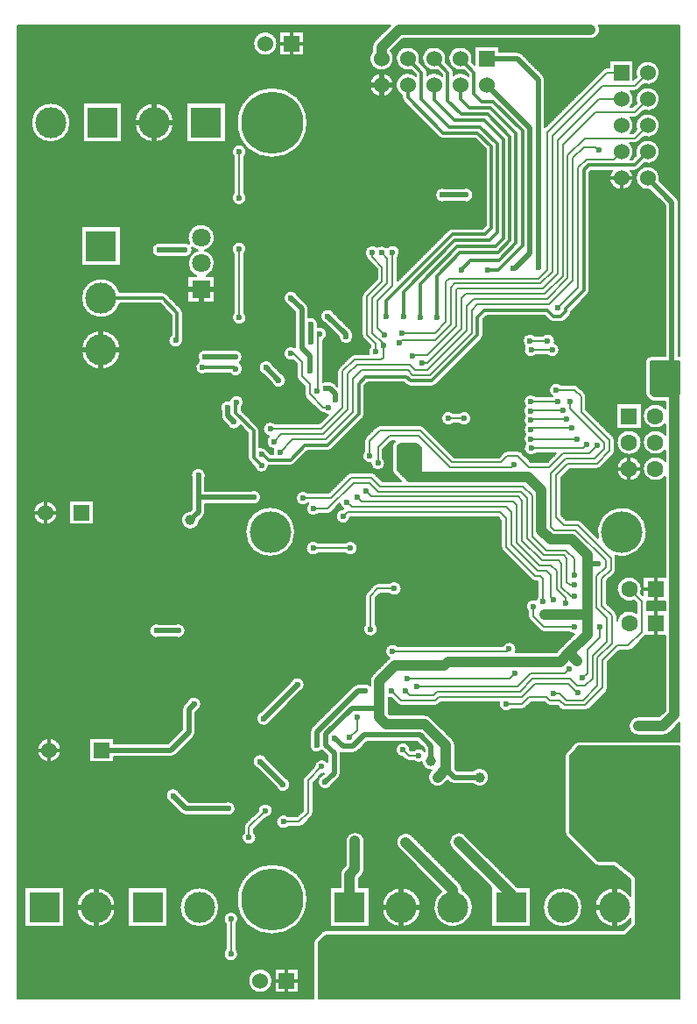
<source format=gbl>
G04 Layer_Physical_Order=2*
G04 Layer_Color=16711680*
%FSLAX24Y24*%
%MOIN*%
G70*
G01*
G75*
%ADD10C,0.0079*%
%ADD45C,0.0118*%
%ADD46C,0.0197*%
%ADD47C,0.0394*%
%ADD50C,0.2362*%
%ADD51C,0.1575*%
%ADD52C,0.0709*%
%ADD53R,0.0709X0.0709*%
%ADD54C,0.0600*%
%ADD55R,0.0600X0.0600*%
%ADD56R,0.0630X0.0630*%
%ADD57C,0.0630*%
%ADD58R,0.1181X0.1181*%
%ADD59C,0.1181*%
%ADD60R,0.0600X0.0600*%
%ADD61R,0.0630X0.0630*%
%ADD62R,0.1181X0.1181*%
%ADD63C,0.0236*%
%ADD64C,0.0394*%
D10*
X62629Y47205D02*
G03*
X61740Y47052I-457J0D01*
G01*
X62018Y46774D02*
G03*
X62629Y47205I153J431D01*
G01*
Y46205D02*
G03*
X61740Y46052I-457J0D01*
G01*
X62018Y45774D02*
G03*
X62629Y46205I153J431D01*
G01*
X61679Y46516D02*
G03*
X61818Y46573I0J197D01*
G01*
X61679Y46516D02*
G03*
X61818Y46573I0J197D01*
G01*
X61675Y45512D02*
G03*
X61814Y45569I0J197D01*
G01*
X61675Y45512D02*
G03*
X61814Y45569I0J197D01*
G01*
X62018Y44774D02*
G03*
X62629Y45205I153J431D01*
G01*
D02*
G03*
X61740Y45052I-457J0D01*
G01*
X62629Y44205D02*
G03*
X61733Y44073I-457J0D01*
G01*
X61691Y44528D02*
G03*
X61830Y44585I0J197D01*
G01*
X61691Y44528D02*
G03*
X61830Y44585I0J197D01*
G01*
X62039Y43767D02*
G03*
X62629Y44205I132J438D01*
G01*
X62620Y43118D02*
G03*
X62629Y43205I-449J87D01*
G01*
D02*
G03*
X62258Y42756I-457J0D01*
G01*
X61673Y43490D02*
G03*
X61826Y43553I0J217D01*
G01*
X61673Y43490D02*
G03*
X61826Y43553I0J217D01*
G01*
X61629Y46205D02*
G03*
X61507Y46516I-457J0D01*
G01*
X60354Y48848D02*
G03*
X60312Y49016I-354J0D01*
G01*
X60354Y48848D02*
G03*
X60312Y49016I-354J0D01*
G01*
X60000Y48494D02*
G03*
X60354Y48848I0J354D01*
G01*
X59999Y48494D02*
G03*
X60354Y48848I1J354D01*
G01*
X60610Y47402D02*
G03*
X60471Y47344I0J-197D01*
G01*
X60610Y47402D02*
G03*
X60471Y47344I0J-197D01*
G01*
X61517Y45906D02*
G03*
X61629Y46205I-346J299D01*
G01*
Y45205D02*
G03*
X61510Y45512I-457J0D01*
G01*
X61530Y44921D02*
G03*
X61629Y45205I-359J283D01*
G01*
Y44205D02*
G03*
X61495Y44528I-457J0D01*
G01*
X61531Y43923D02*
G03*
X61629Y44205I-360J282D01*
G01*
X60813Y43490D02*
G03*
X61629Y43205I358J-285D01*
G01*
D02*
G03*
X61529Y43490I-457J0D01*
G01*
X63356Y42276D02*
G03*
X63281Y42457I-256J0D01*
G01*
X63356Y42276D02*
G03*
X63281Y42457I-256J0D01*
G01*
X62262Y34762D02*
G03*
X62402Y34705I139J139D01*
G01*
X62262Y34762D02*
G03*
X62402Y34705I139J139D01*
G01*
X62274Y36427D02*
G03*
X62077Y36230I0J-197D01*
G01*
X62835Y34450D02*
G03*
X62835Y33857I-368J-296D01*
G01*
X62274Y36427D02*
G03*
X62077Y36230I0J-197D01*
G01*
Y35030D02*
G03*
X62134Y34890I197J0D01*
G01*
X62077Y35030D02*
G03*
X62134Y34890I197J0D01*
G01*
X62835Y33450D02*
G03*
X62835Y32857I-368J-296D01*
G01*
X61939Y33154D02*
G03*
X61939Y33154I-472J0D01*
G01*
X60925Y33227D02*
G03*
X60868Y33366I-197J0D01*
G01*
X60925Y33227D02*
G03*
X60868Y33366I-197J0D01*
G01*
Y32697D02*
G03*
X60925Y32836I-139J139D01*
G01*
X60868Y32697D02*
G03*
X60925Y32836I-139J139D01*
G01*
X59897Y38783D02*
G03*
X59961Y38936I-153J153D01*
G01*
X59897Y38782D02*
G03*
X59961Y38936I-153J153D01*
G01*
X59208Y37982D02*
G03*
X59272Y38136I-153J153D01*
G01*
X59208Y37982D02*
G03*
X59272Y38136I-153J153D01*
G01*
X58862Y37726D02*
G03*
X59016Y37790I0J217D01*
G01*
X58862Y37726D02*
G03*
X59016Y37790I0J217D01*
G01*
X58439D02*
G03*
X58593Y37726I153J153D01*
G01*
X58439Y37790D02*
G03*
X58593Y37726I153J153D01*
G01*
X58629Y36935D02*
G03*
X58642Y37018I-263J83D01*
G01*
D02*
G03*
X58173Y37215I-276J0D01*
G01*
X58812Y36675D02*
G03*
X58629Y36935I-276J0D01*
G01*
X59529Y35287D02*
G03*
X59390Y35344I-139J-139D01*
G01*
X59529Y35287D02*
G03*
X59390Y35344I-139J-139D01*
G01*
X59833Y34902D02*
G03*
X59775Y35041I-197J0D01*
G01*
X59833Y34902D02*
G03*
X59775Y35041I-197J0D01*
G01*
X58343Y36478D02*
G03*
X58812Y36675I193J197D01*
G01*
X58884Y35344D02*
G03*
X58567Y34902I-193J-197D01*
G01*
X57386Y47927D02*
G03*
X57205Y48002I-181J-181D01*
G01*
X57386Y47927D02*
G03*
X57205Y48002I-181J-181D01*
G01*
X55501Y47746D02*
G03*
X55175Y47308I-457J0D01*
G01*
X55481Y47614D02*
G03*
X55501Y47746I-438J132D01*
G01*
X54783Y47223D02*
G03*
X54719Y47377I-217J0D01*
G01*
X54783Y47223D02*
G03*
X54719Y47376I-217J0D01*
G01*
X54481Y47614D02*
G03*
X54501Y47746I-438J132D01*
G01*
X58258Y46949D02*
G03*
X58183Y47130I-256J0D01*
G01*
X58258Y46949D02*
G03*
X58183Y47130I-256J0D01*
G01*
X55350Y47086D02*
G03*
X54783Y47122I-306J-340D01*
G01*
X55532Y42559D02*
G03*
X55154Y42815I-276J0D01*
G01*
Y42303D02*
G03*
X55532Y42559I102J256D01*
G01*
X54227Y44768D02*
G03*
X54380Y44705I153J153D01*
G01*
X54226Y44768D02*
G03*
X54380Y44705I153J153D01*
G01*
X54501Y47746D02*
G03*
X54175Y47308I-457J0D01*
G01*
X53501Y47746D02*
G03*
X53175Y47308I-457J0D01*
G01*
X53783Y47223D02*
G03*
X53719Y47376I-217J0D01*
G01*
X53783Y47223D02*
G03*
X53719Y47377I-217J0D01*
G01*
X53481Y47614D02*
G03*
X53501Y47746I-438J132D01*
G01*
X51793Y48436D02*
G03*
X51689Y48185I251J-251D01*
G01*
X51793Y48436D02*
G03*
X51689Y48185I250J-251D01*
G01*
X52501Y47746D02*
G03*
X52398Y48035I-457J0D01*
G01*
X51689D02*
G03*
X52501Y47746I354J-289D01*
G01*
X54350Y47086D02*
G03*
X53783Y47122I-306J-340D01*
G01*
X52827Y46258D02*
G03*
X52891Y46104I217J0D01*
G01*
X53350Y47086D02*
G03*
X52827Y46343I-306J-340D01*
G01*
X54463Y42815D02*
G03*
X54463Y42303I-102J-256D01*
G01*
X52827Y46258D02*
G03*
X52890Y46105I217J0D01*
G01*
X52501Y46746D02*
G03*
X52501Y46746I-457J0D01*
G01*
X57880Y37215D02*
G03*
X57504Y36812I-193J-197D01*
G01*
X57504Y36812D02*
G03*
X57940Y36478I232J-148D01*
G01*
X57924Y34902D02*
G03*
X57509Y34541I-195J-195D01*
G01*
Y34541D02*
G03*
X57509Y34163I201J-189D01*
G01*
X55842Y37076D02*
G03*
X55906Y37229I-153J153D01*
G01*
X55842Y37076D02*
G03*
X55906Y37229I-153J153D01*
G01*
X54736Y41289D02*
G03*
X54583Y41226I0J-217D01*
G01*
X54736Y41289D02*
G03*
X54583Y41226I0J-217D01*
G01*
X55460Y34072D02*
G03*
X54991Y34269I-276J0D01*
G01*
X57509Y34163D02*
G03*
X57518Y33821I220J-165D01*
G01*
Y33466D02*
G03*
X57522Y33107I211J-177D01*
G01*
X57518Y33821D02*
G03*
X57518Y33466I211J-177D01*
G01*
X57522Y33107D02*
G03*
X57929Y32736I214J-174D01*
G01*
X56831Y32835D02*
G03*
X56692Y32777I0J-197D01*
G01*
X57373D02*
G03*
X57234Y32835I-139J-139D01*
G01*
X57373Y32777D02*
G03*
X57234Y32835I-139J-139D01*
G01*
X56831D02*
G03*
X56692Y32777I0J-197D01*
G01*
X54991Y33875D02*
G03*
X55460Y34072I193J197D01*
G01*
X54779Y34269D02*
G03*
X54779Y33875I-193J-197D01*
G01*
X52657Y40191D02*
G03*
X52736Y40384I-197J193D01*
G01*
D02*
G03*
X52243Y40553I-276J0D01*
G01*
X52243D02*
G03*
X51866Y40580I-203J-187D01*
G01*
X53962Y35285D02*
G03*
X54115Y35349I0J217D01*
G01*
X53962Y35285D02*
G03*
X54115Y35349I0J217D01*
G01*
X52982D02*
G03*
X53136Y35285I153J153D01*
G01*
X52983Y35349D02*
G03*
X53136Y35285I153J153D01*
G01*
X51866Y40580D02*
G03*
X51488Y40179I-183J-206D01*
G01*
D02*
G03*
X51544Y40068I195J27D01*
G01*
X51488Y40179D02*
G03*
X51544Y40068I195J27D01*
G01*
X51357Y38846D02*
G03*
X51299Y38706I139J-139D01*
G01*
X51357Y38846D02*
G03*
X51299Y38706I139J-139D01*
G01*
X50945Y37268D02*
G03*
X50870Y37439I-256J-10D01*
G01*
X50945Y37268D02*
G03*
X50870Y37439I-256J-10D01*
G01*
X50965Y37165D02*
G03*
X50945Y37268I-276J0D01*
G01*
X51299Y37235D02*
G03*
X51357Y37096I197J0D01*
G01*
X51299Y37235D02*
G03*
X51357Y37096I197J0D01*
G01*
X51614Y36797D02*
G03*
X51558Y36496I197J-193D01*
G01*
X51004D02*
G03*
X50865Y36438I0J-197D01*
G01*
X51004Y36496D02*
G03*
X50865Y36438I0J-197D01*
G01*
X53656Y33742D02*
G03*
X53517Y33799I-139J-139D01*
G01*
X53656Y33742D02*
G03*
X53517Y33799I-139J-139D01*
G01*
X52499Y33141D02*
G03*
X52441Y33002I139J-139D01*
G01*
X51968Y33799D02*
G03*
X51829Y33742I0J-197D01*
G01*
X51968Y33799D02*
G03*
X51829Y33742I0J-197D01*
G01*
X51327Y34075D02*
G03*
X51390Y34228I-153J153D01*
G01*
X51326Y34075D02*
G03*
X51390Y34228I-153J153D01*
G01*
X52499Y33141D02*
G03*
X52441Y33002I139J-139D01*
G01*
X51445Y33358D02*
G03*
X51388Y33219I139J-139D01*
G01*
X51445Y33358D02*
G03*
X51388Y33219I139J-139D01*
G01*
X62835Y32450D02*
G03*
X62835Y31857I-368J-296D01*
G01*
X61939Y32154D02*
G03*
X61939Y32154I-472J0D01*
G01*
X61913Y27414D02*
G03*
X61943Y27579I-443J164D01*
G01*
D02*
G03*
X61635Y27136I-472J0D01*
G01*
X61746Y26673D02*
G03*
X61004Y26364I-276J-384D01*
G01*
X61431Y25231D02*
G03*
X61571Y25288I0J197D01*
G01*
X61431Y25231D02*
G03*
X61571Y25288I0J197D01*
G01*
X61004Y26568D02*
G03*
X60946Y26707I-197J0D01*
G01*
X62136Y29754D02*
G03*
X60275Y29523I-945J0D01*
G01*
X62136Y29754D02*
G03*
X60275Y29523I-945J0D01*
G01*
X60943Y28842D02*
G03*
X62136Y29754I248J912D01*
G01*
X60965Y28752D02*
G03*
X60943Y28842I-197J0D01*
G01*
D02*
G03*
X62136Y29754I248J912D01*
G01*
X60965Y28752D02*
G03*
X60943Y28842I-197J0D01*
G01*
X60907Y28185D02*
G03*
X60965Y28324I-139J139D01*
G01*
X60907Y28185D02*
G03*
X60965Y28324I-139J139D01*
G01*
X60235Y32146D02*
G03*
X60374Y32203I0J197D01*
G01*
X60235Y32146D02*
G03*
X60374Y32203I0J197D01*
G01*
X59649Y30149D02*
G03*
X59510Y30207I-139J-139D01*
G01*
X59649Y30149D02*
G03*
X59510Y30207I-139J-139D01*
G01*
X61004Y26568D02*
G03*
X60946Y26707I-197J0D01*
G01*
X59207Y25935D02*
G03*
X59372Y25858I193J197D01*
G01*
X57760Y27932D02*
G03*
X57899Y27874I139J139D01*
G01*
X57760Y27932D02*
G03*
X57899Y27874I139J139D01*
G01*
X57995Y27310D02*
G03*
X57922Y27176I197J-193D01*
G01*
X57621Y26542D02*
G03*
X57679Y26403I197J0D01*
G01*
X57621Y26542D02*
G03*
X57679Y26403I197J0D01*
G01*
X57922Y27176D02*
G03*
X57621Y26728I-105J-255D01*
G01*
X58089Y25993D02*
G03*
X58228Y25935I139J139D01*
G01*
X58089Y25993D02*
G03*
X58228Y25935I139J139D01*
G01*
X62756Y22018D02*
G03*
X63007Y22122I0J354D01*
G01*
X62756Y22018D02*
G03*
X63006Y22122I0J354D01*
G01*
X60602Y23687D02*
G03*
X60659Y23826I-139J139D01*
G01*
X60602Y23687D02*
G03*
X60659Y23826I-139J139D01*
G01*
X61802Y22726D02*
G03*
X61802Y22018I-1J-354D01*
G01*
X61801Y22726D02*
G03*
X61801Y22018I0J-354D01*
G01*
X59796Y22963D02*
G03*
X59935Y23020I0J197D01*
G01*
X59796Y22963D02*
G03*
X59935Y23020I0J197D01*
G01*
X61516Y15915D02*
G03*
X61516Y15049I-610J-433D01*
G01*
X60156Y17105D02*
G03*
X60295Y17047I139J139D01*
G01*
X60156Y17105D02*
G03*
X60295Y17047I139J139D01*
G01*
X59557Y21791D02*
G03*
X59418Y21734I0J-197D01*
G01*
X59557Y21791D02*
G03*
X59418Y21734I0J-197D01*
G01*
X58683Y23146D02*
G03*
X58721Y23150I0J197D01*
G01*
X58316Y23204D02*
G03*
X58455Y23146I139J139D01*
G01*
X58683D02*
G03*
X58721Y23150I0J197D01*
G01*
X58316Y23204D02*
G03*
X58455Y23146I139J139D01*
G01*
X59093Y21409D02*
G03*
X59026Y21260I129J-149D01*
G01*
X58864Y23020D02*
G03*
X59003Y22963I139J139D01*
G01*
X58864Y23020D02*
G03*
X59003Y22963I139J139D01*
G01*
X59026Y18317D02*
G03*
X59083Y18178I197J0D01*
G01*
X59026Y18317D02*
G03*
X59083Y18178I197J0D01*
G01*
X59685Y15482D02*
G03*
X59685Y15482I-748J0D01*
G01*
X56594Y29179D02*
G03*
X56652Y29040I197J0D01*
G01*
X57149Y25177D02*
G03*
X57175Y25295I-249J118D01*
G01*
X56594Y29179D02*
G03*
X56652Y29040I197J0D01*
G01*
X57175Y25295D02*
G03*
X56650Y25412I-276J0D01*
G01*
X54087Y23150D02*
G03*
X54227Y23207I0J197D01*
G01*
X54087Y23150D02*
G03*
X54227Y23207I0J197D01*
G01*
X52636D02*
G03*
X52776Y23150I139J139D01*
G01*
X52636Y23207D02*
G03*
X52776Y23150I139J139D01*
G01*
X56533Y23287D02*
G03*
X56987Y23003I261J-87D01*
G01*
X57382D02*
G03*
X57521Y23061I0J197D01*
G01*
X57382Y23003D02*
G03*
X57521Y23061I0J197D01*
G01*
X54843Y21628D02*
G03*
X54738Y21879I-354J0D01*
G01*
X54843Y21628D02*
G03*
X54739Y21878I-354J0D01*
G01*
X53926Y22691D02*
G03*
X53675Y22795I-251J-250D01*
G01*
X53926Y22691D02*
G03*
X53675Y22795I-251J-251D01*
G01*
X53130Y21469D02*
G03*
X52852Y21191I-276J-3D01*
G01*
X52441Y32106D02*
G03*
X52499Y31967I197J0D01*
G01*
X52441Y32106D02*
G03*
X52499Y31967I197J0D01*
G01*
X52178Y32364D02*
G03*
X52099Y32557I-276J0D01*
G01*
X51627Y32365D02*
G03*
X52178Y32364I276J-2D01*
G01*
X52805Y27598D02*
G03*
X52337Y27795I-276J0D01*
G01*
X51796Y31960D02*
G03*
X51656Y32018I-139J-139D01*
G01*
X51388Y32831D02*
G03*
X51627Y32365I197J-193D01*
G01*
X51900Y27795D02*
G03*
X51760Y27738I0J-197D01*
G01*
X51796Y31960D02*
G03*
X51656Y32018I-139J-139D01*
G01*
X51900Y27795D02*
G03*
X51760Y27738I0J-197D01*
G01*
X50893Y32018D02*
G03*
X50754Y31960I0J-197D01*
G01*
X50893Y32018D02*
G03*
X50754Y31960I0J-197D01*
G01*
X50663Y28937D02*
G03*
X51132Y29134I193J197D01*
G01*
D02*
G03*
X50663Y29331I-276J0D01*
G01*
X52337Y27402D02*
G03*
X52805Y27598I193J197D01*
G01*
X52653Y25412D02*
G03*
X52354Y24961I-193J-197D01*
G01*
Y24961D02*
G03*
X52299Y24916I195J-296D01*
G01*
X52354Y24961D02*
G03*
X52298Y24916I195J-296D01*
G01*
X52313Y23453D02*
G03*
X52409Y23435I98J257D01*
G01*
X51475Y27452D02*
G03*
X51417Y27313I139J-139D01*
G01*
X51475Y27452D02*
G03*
X51417Y27313I139J-139D01*
G01*
X51902Y26054D02*
G03*
X51811Y26259I-276J0D01*
G01*
X51417Y26234D02*
G03*
X51902Y26054I209J-179D01*
G01*
X51708Y24326D02*
G03*
X51604Y24075I250J-251D01*
G01*
X51708Y24325D02*
G03*
X51604Y24075I251J-251D01*
G01*
Y23922D02*
G03*
X51325Y23967I-177J-211D01*
G01*
X51138D02*
G03*
X50957Y23892I0J-256D01*
G01*
X51138Y23967D02*
G03*
X50957Y23891I0J-256D01*
G01*
X55532Y20167D02*
G03*
X56132Y20423I245J256D01*
G01*
D02*
G03*
X55532Y20679I-354J0D01*
G01*
X55231Y18223D02*
G03*
X54730Y17722I-251J-251D01*
G01*
X55118Y16152D02*
G03*
X55014Y16402I-354J0D01*
G01*
X55118Y16152D02*
G03*
X55014Y16402I-354J0D01*
G01*
X54622Y20242D02*
G03*
X54803Y20167I181J181D01*
G01*
X54622Y20243D02*
G03*
X54803Y20167I181J181D01*
G01*
X53575Y21002D02*
G03*
X53938Y20689I352J41D01*
G01*
X53923Y20674D02*
G03*
X54424Y20173I251J-251D01*
G01*
X55512Y15482D02*
G03*
X55118Y16141I-748J0D01*
G01*
X54326Y16089D02*
G03*
X55512Y15482I438J-606D01*
G01*
X53671Y21420D02*
G03*
X53262Y21447I-217J-170D01*
G01*
Y21053D02*
G03*
X53575Y21002I193J197D01*
G01*
X52932Y21111D02*
G03*
X53071Y21053I139J139D01*
G01*
X52932Y21111D02*
G03*
X53071Y21053I139J139D01*
G01*
X53213Y18203D02*
G03*
X52712Y17702I-251J-251D01*
G01*
X50947Y21339D02*
G03*
X51128Y21414I0J256D01*
G01*
X50947Y21339D02*
G03*
X51128Y21414I0J256D01*
G01*
X51388Y17992D02*
G03*
X50679Y17992I-354J0D01*
G01*
X51284Y16679D02*
G03*
X51388Y16929I-251J251D01*
G01*
X51284Y16678D02*
G03*
X51388Y16929I-250J251D01*
G01*
X53543Y15482D02*
G03*
X53543Y15482I-748J0D01*
G01*
X50246Y38063D02*
G03*
X49884Y37701I-253J-109D01*
G01*
X49264Y38226D02*
G03*
X49189Y38407I-256J0D01*
G01*
X49264Y38226D02*
G03*
X49189Y38407I-256J0D01*
G01*
X48846Y38750D02*
G03*
X48484Y38388I-253J-109D01*
G01*
X48070Y48317D02*
G03*
X48070Y48317I-457J0D01*
G01*
X49213Y45315D02*
G03*
X49213Y45315I-1339J0D01*
G01*
X46900Y44203D02*
G03*
X46427Y44010I-276J0D01*
G01*
X46821D02*
G03*
X46900Y44203I-197J193D01*
G01*
Y42451D02*
G03*
X46821Y42644I-276J0D01*
G01*
X46427D02*
G03*
X46900Y42451I197J-193D01*
G01*
X46894Y40508D02*
G03*
X46421Y40315I-276J0D01*
G01*
X46815D02*
G03*
X46894Y40508I-197J193D01*
G01*
X50413Y37172D02*
G03*
X50965Y37165I276J-6D01*
G01*
X50424Y35998D02*
G03*
X50367Y35859I139J-139D01*
G01*
X50424Y35998D02*
G03*
X50367Y35859I139J-139D01*
G01*
X50268Y35389D02*
G03*
X50087Y35464I-181J-181D01*
G01*
X50268Y35389D02*
G03*
X50087Y35464I-181J-181D01*
G01*
X49815Y37031D02*
G03*
X49963Y37275I-128J244D01*
G01*
D02*
G03*
X49599Y37536I-276J0D01*
G01*
X49619Y37640D02*
G03*
X49264Y37904I-276J0D01*
G01*
X49599Y37537D02*
G03*
X49619Y37640I-256J102D01*
G01*
X48819Y35659D02*
G03*
X48877Y35520I197J0D01*
G01*
X48819Y35659D02*
G03*
X48877Y35520I197J0D01*
G01*
X50036Y35464D02*
G03*
X49815Y35457I-102J-256D01*
G01*
X48752Y36760D02*
G03*
X48675Y36273I-160J-224D01*
G01*
X48406Y35512D02*
G03*
X48239Y35765I-276J0D01*
G01*
X49809Y34283D02*
G03*
X50009Y34205I193J197D01*
G01*
X49680Y34341D02*
G03*
X49809Y34283I139J139D01*
G01*
X49680Y34341D02*
G03*
X49809Y34283I139J139D01*
G01*
X49997Y32835D02*
G03*
X50150Y32898I0J217D01*
G01*
X49997Y32835D02*
G03*
X50150Y32898I0J217D01*
G01*
X49107Y34996D02*
G03*
X49164Y34857I197J0D01*
G01*
X49107Y34996D02*
G03*
X49164Y34857I197J0D01*
G01*
X48573Y32274D02*
G03*
X48726Y32337I0J217D01*
G01*
X47921Y32906D02*
G03*
X47905Y32707I248J-120D01*
G01*
X48573Y32274D02*
G03*
X48726Y32337I0J217D01*
G01*
X47877Y35403D02*
G03*
X48406Y35512I253J109D01*
G01*
X46902Y37905D02*
G03*
X46815Y38106I-276J0D01*
G01*
X47889Y36115D02*
G03*
X47541Y35739I-248J-119D01*
G01*
X46421Y38090D02*
G03*
X46902Y37905I205J-184D01*
G01*
X46744Y36409D02*
G03*
X46367Y36665I-276J0D01*
G01*
X46762Y35945D02*
G03*
X46626Y36183I-276J0D01*
G01*
X46260Y35787D02*
G03*
X46762Y35945I226J157D01*
G01*
X46626Y36183D02*
G03*
X46744Y36409I-157J227D01*
G01*
X46713Y34482D02*
G03*
X46794Y34677I-195J195D01*
G01*
D02*
G03*
X46253Y34753I-276J0D01*
G01*
X47998Y33858D02*
G03*
X47756Y33390I-193J-197D01*
G01*
X47756Y33390D02*
G03*
X47921Y32906I179J-209D01*
G01*
X47726Y32806D02*
G03*
X47392Y32962I-254J-108D01*
G01*
X47197Y32251D02*
G03*
X47746Y32274I274J33D01*
G01*
X47392Y33597D02*
G03*
X47328Y33750I-217J0D01*
G01*
X47392Y33597D02*
G03*
X47328Y33750I-217J0D01*
G01*
X46174Y33819D02*
G03*
X46670Y33796I253J109D01*
G01*
X46959Y32578D02*
G03*
X47022Y32425I217J0D01*
G01*
X46959Y32578D02*
G03*
X47022Y32425I217J0D01*
G01*
X47453Y31065D02*
G03*
X47075Y31320I-276J0D01*
G01*
X45318Y40453D02*
G03*
X45689Y40945I-141J492D01*
G01*
D02*
G03*
X44731Y40694I-512J0D01*
G01*
X44822Y40576D02*
G03*
X45037Y40453I355J369D01*
G01*
X44731Y40694D02*
G03*
X44465Y40728I-164J-221D01*
G01*
X44843Y40472D02*
G03*
X44822Y40576I-276J0D01*
G01*
X44134Y45315D02*
G03*
X44134Y45315I-748J0D01*
G01*
X43675Y40728D02*
G03*
X43675Y40217I-102J-256D01*
G01*
X40197Y45315D02*
G03*
X40197Y45315I-748J0D01*
G01*
X45689Y39961D02*
G03*
X45318Y40453I-512J0D01*
G01*
X45374Y39488D02*
G03*
X45689Y39961I-197J472D01*
G01*
X45037Y40453D02*
G03*
X44980Y39488I141J-492D01*
G01*
X44465Y40217D02*
G03*
X44843Y40472I102J256D01*
G01*
X43854Y38795D02*
G03*
X43701Y38858I-153J-153D01*
G01*
X43854Y38795D02*
G03*
X43701Y38858I-153J-153D01*
G01*
X46253Y34753D02*
G03*
X45935Y34382I-62J-269D01*
G01*
Y34163D02*
G03*
X46010Y33982I256J0D01*
G01*
X45935Y34163D02*
G03*
X46010Y33982I256J0D01*
G01*
X44478Y38081D02*
G03*
X44415Y38234I-217J0D01*
G01*
X44478Y38081D02*
G03*
X44415Y38234I-217J0D01*
G01*
X44045Y37254D02*
G03*
X44481Y37029I160J-225D01*
G01*
X45419Y36665D02*
G03*
X45096Y36245I-102J-256D01*
G01*
X45325Y31797D02*
G03*
X45344Y31900I-256J102D01*
G01*
X44481Y37029D02*
G03*
X44478Y37069I-276J0D01*
G01*
X45096Y36245D02*
G03*
X45401Y35787I134J-241D01*
G01*
X45344Y31900D02*
G03*
X44813Y31797I-276J0D01*
G01*
X42074Y38858D02*
G03*
X42074Y38425I-716J-217D01*
G01*
X42106Y36673D02*
G03*
X42106Y36673I-748J0D01*
G01*
X50457Y30828D02*
G03*
X50593Y30636I271J48D01*
G01*
X50579Y30622D02*
G03*
X50856Y30305I4J-276D01*
G01*
X49980Y30433D02*
G03*
X50120Y30491I0J197D01*
G01*
X49980Y30433D02*
G03*
X50120Y30491I0J197D01*
G01*
X49257Y30837D02*
G03*
X49632Y30433I182J-207D01*
G01*
X49248Y31230D02*
G03*
X49248Y30837I-193J-197D01*
G01*
X49632Y29331D02*
G03*
X49632Y28937I-193J-197D01*
G01*
X50492Y21358D02*
G03*
X50591Y21339I99J236D01*
G01*
X50492Y21358D02*
G03*
X50591Y21339I99J236D01*
G01*
X49980Y20997D02*
G03*
X49488Y20830I-217J-170D01*
G01*
X48947Y23694D02*
G03*
X49114Y23947I-109J253D01*
G01*
D02*
G03*
X48585Y24055I-276J0D01*
G01*
X49321Y21736D02*
G03*
X49778Y21445I256J-102D01*
G01*
X49396Y22330D02*
G03*
X49321Y22149I181J-181D01*
G01*
X49396Y22330D02*
G03*
X49321Y22149I181J-181D01*
G01*
X47075Y30809D02*
G03*
X47453Y31065I102J256D01*
G01*
X48750Y29754D02*
G03*
X48750Y29754I-945J0D01*
G01*
D02*
G03*
X48750Y29754I-945J0D01*
G01*
X47441Y22911D02*
G03*
X47802Y22549I109J-253D01*
G01*
X47665Y21132D02*
G03*
X47303Y20770I-253J-109D01*
G01*
X50417Y20410D02*
G03*
X50492Y20591I-181J181D01*
G01*
X50417Y20409D02*
G03*
X50492Y20591I-181J181D01*
G01*
X50576Y16973D02*
G03*
X50472Y16722I250J-251D01*
G01*
X50576Y16973D02*
G03*
X50472Y16722I251J-251D01*
G01*
X49767Y20551D02*
G03*
X49848Y20564I-3J276D01*
G01*
X49783Y20499D02*
G03*
X50145Y20137I109J-253D01*
G01*
X49103Y20444D02*
G03*
X49045Y20305I139J-139D01*
G01*
X49103Y20444D02*
G03*
X49045Y20305I139J-139D01*
G01*
X48566Y20145D02*
G03*
X48399Y20398I-276J0D01*
G01*
X49381Y18936D02*
G03*
X49439Y19075I-139J139D01*
G01*
X49381Y18936D02*
G03*
X49439Y19075I-139J139D01*
G01*
X48898Y18533D02*
G03*
X49037Y18591I0J197D01*
G01*
X48898Y18533D02*
G03*
X49037Y18591I0J197D01*
G01*
X49916Y14606D02*
G03*
X49772Y14549I-5J-197D01*
G01*
X49506Y14283D02*
G03*
X49449Y14144I139J-139D01*
G01*
X49506Y14283D02*
G03*
X49449Y14144I139J-139D01*
G01*
X48037Y20036D02*
G03*
X48566Y20145I253J109D01*
G01*
X48500Y18927D02*
G03*
X48500Y18533I-193J-197D01*
G01*
X47894Y19154D02*
G03*
X47343Y19156I-276J0D01*
G01*
X47621Y18878D02*
G03*
X47894Y19154I-3J276D01*
G01*
X46801Y18323D02*
G03*
X47274Y18130I197J-193D01*
G01*
D02*
G03*
X47195Y18323I-276J0D01*
G01*
X49213Y15787D02*
G03*
X49213Y15787I-1339J0D01*
G01*
X47883Y12687D02*
G03*
X47883Y12687I-457J0D01*
G01*
X45250Y30321D02*
G03*
X45325Y30502I-181J181D01*
G01*
X45250Y30321D02*
G03*
X45325Y30502I-181J181D01*
G01*
X44756Y30551D02*
G03*
X45118Y30189I8J-354D01*
G01*
X45010Y22955D02*
G03*
X45177Y23209I-109J253D01*
G01*
X44885Y21955D02*
G03*
X44961Y22136I-181J181D01*
G01*
X44886Y21955D02*
G03*
X44961Y22136I-181J181D01*
G01*
X45177Y23209D02*
G03*
X44648Y23317I-276J0D01*
G01*
X44577Y25994D02*
G03*
X44199Y26250I-276J0D01*
G01*
Y25738D02*
G03*
X44577Y25994I102J256D01*
G01*
X44524Y23193D02*
G03*
X44449Y23012I181J-181D01*
G01*
X44524Y23193D02*
G03*
X44449Y23012I181J-181D01*
G01*
X43577Y26250D02*
G03*
X43577Y25738I-102J-256D01*
G01*
X44026Y21201D02*
G03*
X44207Y21276I0J256D01*
G01*
X44026Y21201D02*
G03*
X44207Y21276I0J256D01*
G01*
X39700Y30482D02*
G03*
X39700Y30482I-457J0D01*
G01*
X39845Y21457D02*
G03*
X39845Y21457I-457J0D01*
G01*
X46859Y18673D02*
G03*
X46801Y18533I139J-139D01*
G01*
X46859Y18673D02*
G03*
X46801Y18533I139J-139D01*
G01*
X46478Y19230D02*
G03*
X46100Y19486I-276J0D01*
G01*
Y18974D02*
G03*
X46478Y19230I102J256D01*
G01*
X44417Y19049D02*
G03*
X44598Y18974I181J181D01*
G01*
X44417Y19050D02*
G03*
X44598Y18974I181J181D01*
G01*
X44358Y19833D02*
G03*
X43996Y19471I-253J-109D01*
G01*
X46506Y14837D02*
G03*
X46585Y15030I-197J193D01*
G01*
D02*
G03*
X46112Y14837I-276J0D01*
G01*
X45856Y15482D02*
G03*
X45856Y15482I-748J0D01*
G01*
X46585Y13701D02*
G03*
X46506Y13894I-276J0D01*
G01*
X46112D02*
G03*
X46585Y13701I197J-193D01*
G01*
X41919Y15482D02*
G03*
X41919Y15482I-748J0D01*
G01*
X62574Y47421D02*
X63386D01*
X62536Y47480D02*
X63386D01*
X62627Y47244D02*
X63386D01*
X62601Y47362D02*
X63386D01*
X62598Y47369D02*
Y49016D01*
X62539Y47477D02*
Y49016D01*
X62618Y47303D02*
X63386D01*
X62628Y47185D02*
X63386D01*
X62622Y47126D02*
X63386D01*
X62607Y47067D02*
X63386D01*
X62584Y47008D02*
X63386D01*
X62598Y46369D02*
Y47041D01*
X62550Y46949D02*
X63386D01*
X62539Y46477D02*
Y46933D01*
X62237Y47657D02*
X63386D01*
X62483Y47539D02*
X63386D01*
X62404Y47598D02*
X63386D01*
X62421Y47588D02*
Y49016D01*
X62362Y47621D02*
Y49016D01*
X62480Y47542D02*
Y49016D01*
X62503Y46890D02*
X63386D01*
X62435Y46831D02*
X63386D01*
X62318Y46772D02*
X63386D01*
X62480Y46542D02*
Y46867D01*
X62421Y46588D02*
Y46822D01*
X62362Y46621D02*
Y46789D01*
X62627Y46240D02*
X63386D01*
X62619Y46299D02*
X63386D01*
X62628Y46181D02*
X63386D01*
X62621Y46122D02*
X63386D01*
X62576Y46417D02*
X63386D01*
X62539Y46476D02*
X63386D01*
X62602Y46358D02*
X63386D01*
X62606Y46063D02*
X63386D01*
X62582Y46004D02*
X63386D01*
X62548Y45945D02*
X63386D01*
X62499Y45886D02*
X63386D01*
X62539Y45477D02*
Y45933D01*
X62492Y45531D02*
X63386D01*
X62542Y45472D02*
X63386D01*
X62260Y46653D02*
X63386D01*
X61957Y46713D02*
X63386D01*
X62487Y46535D02*
X63386D01*
X62411Y46594D02*
X63386D01*
X62429Y45827D02*
X63386D01*
X62306Y45768D02*
X63386D01*
X61953Y45709D02*
X63386D01*
X62417Y45590D02*
X63386D01*
X62278Y45650D02*
X63386D01*
X62480Y45542D02*
Y45867D01*
X62421Y45588D02*
Y45822D01*
X62362Y45621D02*
Y45789D01*
X62185Y47662D02*
Y49016D01*
X62126Y47660D02*
Y49016D01*
X62303Y47643D02*
Y49016D01*
X62244Y47656D02*
Y49016D01*
X62008Y47632D02*
Y49016D01*
X61949Y47604D02*
Y49016D01*
X62067Y47650D02*
Y49016D01*
X62303Y46643D02*
Y46767D01*
X61818Y46573D02*
X62018Y46774D01*
X62244Y46656D02*
Y46753D01*
X62067Y46650D02*
Y46759D01*
X61890Y47565D02*
Y49016D01*
X61831Y47510D02*
Y49016D01*
X62008Y46632D02*
Y46763D01*
X61772Y47427D02*
Y49016D01*
X61629Y47657D02*
X62105D01*
X61629Y47539D02*
X61859D01*
X61629Y47598D02*
X61938D01*
X61629Y47303D02*
X61724D01*
X61629Y47362D02*
X61742D01*
X61629Y47244D02*
X61715D01*
X61712Y47024D02*
Y49016D01*
X61629Y47185D02*
X61714D01*
X61629Y46941D02*
X61740Y47052D01*
X61629Y47067D02*
X61735D01*
X61653Y46965D02*
Y49016D01*
X61629Y46941D02*
Y47662D01*
Y47008D02*
X61696D01*
X62185Y46662D02*
Y46747D01*
X62126Y46660D02*
Y46750D01*
X62185Y45662D02*
Y45747D01*
X62126Y45660D02*
Y45750D01*
X61949Y46604D02*
Y46704D01*
X61898Y46653D02*
X62082D01*
X61890Y46565D02*
Y46645D01*
X62303Y45643D02*
Y45767D01*
X62067Y45650D02*
Y45759D01*
X62244Y45656D02*
Y45753D01*
X61894Y45650D02*
X62064D01*
X62008Y45632D02*
Y45763D01*
X61949Y45604D02*
Y45704D01*
X61890Y45565D02*
Y45645D01*
X61839Y46594D02*
X61932D01*
X61831Y46510D02*
Y46586D01*
X61765Y46535D02*
X61855D01*
X61772Y46427D02*
Y46539D01*
X61712Y46024D02*
Y46519D01*
X61835Y45590D02*
X61925D01*
X61814Y45569D02*
X62018Y45774D01*
X61831Y45510D02*
Y45586D01*
X61761Y45531D02*
X61851D01*
X61653Y45965D02*
Y46516D01*
X62894Y42844D02*
Y49016D01*
X62835Y42903D02*
Y49016D01*
X63012Y42726D02*
Y49016D01*
X62953Y42785D02*
Y49016D01*
X62716Y43021D02*
Y49016D01*
X62657Y43081D02*
Y49016D01*
X62775Y42962D02*
Y49016D01*
X63307Y42427D02*
Y49016D01*
X63248Y42490D02*
Y49016D01*
X63386Y36427D02*
Y49016D01*
X63366Y36427D02*
Y49016D01*
X63130Y42608D02*
Y49016D01*
X63071Y42667D02*
Y49016D01*
X63189Y42549D02*
Y49016D01*
X62628Y45177D02*
X63386D01*
X62628Y45236D02*
X63386D01*
X62620Y45118D02*
X63386D01*
X62605Y45059D02*
X63386D01*
X62604Y45354D02*
X63386D01*
X62578Y45413D02*
X63386D01*
X62620Y45295D02*
X63386D01*
X62580Y45000D02*
X63386D01*
X62545Y44941D02*
X63386D01*
X62495Y44882D02*
X63386D01*
X62423Y44823D02*
X63386D01*
X62293Y44764D02*
X63386D01*
X61950Y44705D02*
X63386D01*
X62628Y44232D02*
X63386D01*
X62628Y44173D02*
X63386D01*
X62620Y44114D02*
X63386D01*
X62604Y44055D02*
X63386D01*
X62605Y44350D02*
X63386D01*
X62580Y44409D02*
X63386D01*
X62620Y44291D02*
X63386D01*
X62606Y43346D02*
X63386D01*
X62582Y43405D02*
X63386D01*
X62628Y43228D02*
X63386D01*
X62621Y43287D02*
X63386D01*
X62627Y43169D02*
X63386D01*
X62620Y43118D02*
X63281Y42457D01*
X62628Y43110D02*
X63386D01*
X62578Y43996D02*
X63386D01*
X62545Y44468D02*
X63386D01*
X62542Y43937D02*
X63386D01*
X62491Y43878D02*
X63386D01*
X62423Y44587D02*
X63386D01*
X62293Y44646D02*
X63386D01*
X62495Y44527D02*
X63386D01*
X62429Y43583D02*
X63386D01*
X62307Y43642D02*
X63386D01*
X62548Y43464D02*
X63386D01*
X62499Y43524D02*
X63386D01*
X62417Y43819D02*
X63386D01*
X62278Y43760D02*
X63386D01*
X61973Y43701D02*
X63386D01*
X62598Y45369D02*
Y46041D01*
X62303Y44643D02*
Y44767D01*
X62244Y44656D02*
Y44753D01*
X62185Y44662D02*
Y44747D01*
X62067Y44650D02*
Y44759D01*
X62009Y44764D02*
X62050D01*
X62126Y44660D02*
Y44749D01*
X62598Y44369D02*
Y45041D01*
X62539Y44477D02*
Y44933D01*
X62480Y44542D02*
Y44867D01*
X62421Y44588D02*
Y44822D01*
X62362Y44621D02*
Y44789D01*
X62008Y44632D02*
Y44763D01*
X61949Y44604D02*
Y44704D01*
X61830Y44585D02*
X62018Y44774D01*
X61891Y44646D02*
X62049D01*
X61831Y44587D02*
X61919D01*
X61772Y45427D02*
Y45537D01*
X61712Y45024D02*
Y45515D01*
X61653Y44965D02*
Y45512D01*
X61890Y44565D02*
Y44645D01*
X61831Y44510D02*
Y44586D01*
X61772Y44427D02*
Y44545D01*
X61712Y44052D02*
Y44529D01*
X62303Y43643D02*
Y43767D01*
X62244Y43656D02*
Y43753D01*
X62185Y43662D02*
Y43747D01*
X62067Y43650D02*
Y43759D01*
X62033Y43760D02*
X62065D01*
X62126Y43660D02*
Y43749D01*
X62598Y43369D02*
Y44041D01*
X62539Y43477D02*
Y43933D01*
X62480Y43542D02*
Y43867D01*
X62421Y43588D02*
Y43822D01*
X62362Y43621D02*
Y43789D01*
X62008Y43632D02*
Y43735D01*
X61949Y43604D02*
Y43676D01*
X61826Y43553D02*
X62039Y43767D01*
X61914Y43642D02*
X62036D01*
X61855Y43583D02*
X61913D01*
X61890Y43565D02*
Y43617D01*
X61653Y43993D02*
Y44528D01*
X61789Y43524D02*
X61843D01*
X61831Y43510D02*
Y43558D01*
X61772Y43427D02*
Y43513D01*
X61712Y34626D02*
Y43493D01*
X61653Y34626D02*
Y43490D01*
X61063Y47662D02*
Y49016D01*
X61004Y47662D02*
Y49016D01*
X61181Y47662D02*
Y49016D01*
X61122Y47662D02*
Y49016D01*
X60886Y47662D02*
Y49016D01*
X60827Y47662D02*
Y49016D01*
X60945Y47662D02*
Y49016D01*
X61476Y47662D02*
Y49016D01*
X61417Y47662D02*
Y49016D01*
X61594Y47662D02*
Y49016D01*
X61535Y47662D02*
Y49016D01*
X61299Y47662D02*
Y49016D01*
X61240Y47662D02*
Y49016D01*
X61358Y47662D02*
Y49016D01*
X60354Y48838D02*
X63386D01*
X60351Y48898D02*
X63386D01*
X60348Y48779D02*
X63386D01*
X60330Y48720D02*
X63386D01*
X60312Y49016D02*
X63386D01*
X60312Y49016D02*
X63386D01*
X60337Y48957D02*
X63386D01*
X60301Y48661D02*
X63386D01*
X60255Y48602D02*
X63386D01*
X60180Y48543D02*
X63386D01*
X52844Y48484D02*
X63386D01*
X60768Y47662D02*
Y49016D01*
X52784Y48425D02*
X63386D01*
X52725Y48366D02*
X63386D01*
X61629Y47421D02*
X61768D01*
X61629Y47480D02*
X61806D01*
X61629Y47126D02*
X61721D01*
X61507Y46516D02*
X61679D01*
X60714Y47662D02*
X61629D01*
X57892Y47421D02*
X60714D01*
X61535Y46482D02*
Y46516D01*
X61576Y46417D02*
X61766D01*
X61539Y46476D02*
X61803D01*
X61619Y46299D02*
X61724D01*
X61602Y46358D02*
X61740D01*
X61594Y46379D02*
Y46516D01*
X61627Y46240D02*
X61715D01*
X56501Y48071D02*
X63386D01*
X56501Y48130D02*
X63386D01*
X57356Y47953D02*
X63386D01*
X56501Y48012D02*
X63386D01*
X52666Y48307D02*
X63386D01*
X52607Y48248D02*
X63386D01*
X56501Y48189D02*
X63386D01*
X57478Y47835D02*
X63386D01*
X57419Y47894D02*
X63386D01*
X57596Y47716D02*
X63386D01*
X57537Y47776D02*
X63386D01*
X57714Y47598D02*
X60714D01*
X57655Y47657D02*
X60714D01*
X57773Y47539D02*
X60714D01*
X60590Y47401D02*
Y49016D01*
X60531Y47385D02*
Y49016D01*
X60709Y47402D02*
Y49016D01*
X60649Y47402D02*
Y49016D01*
X60354Y48858D02*
Y49016D01*
X60472Y47345D02*
Y49016D01*
X60413Y47286D02*
Y49016D01*
X60354Y47227D02*
Y48839D01*
X60295Y47168D02*
Y48652D01*
X60236Y47109D02*
Y48584D01*
X60177Y47050D02*
Y48541D01*
X60118Y46991D02*
Y48514D01*
X60059Y46932D02*
Y48499D01*
X59941Y46814D02*
Y48494D01*
X59823Y46696D02*
Y48494D01*
X59764Y46637D02*
Y48494D01*
X59882Y46755D02*
Y48494D01*
X59587Y46459D02*
Y48494D01*
X59527Y46400D02*
Y48494D01*
X59705Y46577D02*
Y48494D01*
X59646Y46518D02*
Y48494D01*
X59409Y46282D02*
Y48494D01*
X59350Y46223D02*
Y48494D01*
X59468Y46341D02*
Y48494D01*
X60714Y47402D02*
Y47662D01*
X60610Y47402D02*
X60714D01*
X60000Y46873D02*
Y48494D01*
X58258Y46949D02*
X60076D01*
X58258Y46890D02*
X60017D01*
X58258Y46772D02*
X59899D01*
X58258Y46831D02*
X59958D01*
X58258Y46358D02*
X59485D01*
X58258Y46713D02*
X59840D01*
X58258Y46240D02*
X59367D01*
X58258Y46299D02*
X59426D01*
X58258Y46181D02*
X59308D01*
X57951Y47362D02*
X60492D01*
X57832Y47480D02*
X60714D01*
X58069Y47244D02*
X60371D01*
X58010Y47303D02*
X60430D01*
X58128Y47185D02*
X60312D01*
X52853Y48494D02*
X59999D01*
X58187Y47126D02*
X60253D01*
X58251Y47008D02*
X60135D01*
X58229Y47067D02*
X60194D01*
X58258Y46594D02*
X59722D01*
X58258Y46653D02*
X59781D01*
X58258Y46476D02*
X59603D01*
X58258Y46535D02*
X59662D01*
X58258Y46417D02*
X59544D01*
X61621Y46122D02*
X61721D01*
X61606Y46063D02*
X61736D01*
X61620Y45295D02*
X61723D01*
X61604Y45354D02*
X61739D01*
X61628Y46181D02*
X61714D01*
X61594Y45906D02*
Y46031D01*
Y45379D02*
Y45512D01*
X61628Y45236D02*
X61715D01*
X61620Y45118D02*
X61722D01*
X61609Y44921D02*
X61740Y45052D01*
X61605Y45059D02*
X61738D01*
X61628Y45177D02*
X61715D01*
X61594Y44921D02*
Y45031D01*
Y44379D02*
Y44528D01*
X61594Y45906D02*
X61740Y46052D01*
X61582Y46004D02*
X61692D01*
X61542Y45472D02*
X61800D01*
X61510Y45512D02*
X61675D01*
X61548Y45945D02*
X61633D01*
X61517Y45906D02*
X61594D01*
X61578Y45413D02*
X61764D01*
X61580Y45000D02*
X61688D01*
X61545Y44941D02*
X61629D01*
X61530Y44921D02*
X61609D01*
X61620Y44291D02*
X61722D01*
X61605Y44350D02*
X61738D01*
X61620Y44114D02*
X61723D01*
X61604Y44055D02*
X61715D01*
X61628Y44232D02*
X61715D01*
X61628Y44173D02*
X61715D01*
X61594Y43934D02*
Y44031D01*
X61606Y43346D02*
X61736D01*
X61583Y43923D02*
X61733Y44073D01*
X61621Y43287D02*
X61721D01*
X61619Y43110D02*
X61724D01*
X61628Y43228D02*
X61714D01*
X61594Y43379D02*
Y43490D01*
X61627Y43169D02*
X61715D01*
X61495Y44527D02*
X61847D01*
X61495Y44528D02*
X61691D01*
X61580Y44409D02*
X61762D01*
X61545Y44468D02*
X61797D01*
X61578Y43996D02*
X61656D01*
X61542Y43937D02*
X61597D01*
X61529Y43490D02*
X61673D01*
X61582Y43405D02*
X61760D01*
X61548Y43464D02*
X61795D01*
X61531Y43923D02*
X61583D01*
X59173Y46046D02*
Y48494D01*
X59114Y45987D02*
Y48494D01*
X59291Y46164D02*
Y48494D01*
X59232Y46105D02*
Y48494D01*
X58996Y45869D02*
Y48494D01*
X58937Y45810D02*
Y48494D01*
X59055Y45928D02*
Y48494D01*
X58819Y45692D02*
Y48494D01*
X58760Y45633D02*
Y48494D01*
X61535Y45482D02*
Y45512D01*
X58878Y45751D02*
Y48494D01*
X58642Y45514D02*
Y48494D01*
X58583Y45455D02*
Y48494D01*
X58701Y45574D02*
Y48494D01*
X58258Y46063D02*
X59190D01*
X58258Y46122D02*
X59249D01*
X58258Y45945D02*
X59072D01*
X58258Y46004D02*
X59131D01*
X58258Y45827D02*
X58954D01*
X58258Y45886D02*
X59013D01*
X58258Y45768D02*
X58895D01*
X58258Y45709D02*
X58836D01*
X58258Y45131D02*
X60471Y47344D01*
X58258Y45590D02*
X58718D01*
X58258Y45650D02*
X58777D01*
X58258Y45472D02*
X58599D01*
X58258Y45531D02*
X58659D01*
X58258Y45413D02*
X58540D01*
X61535Y44482D02*
Y44528D01*
X60768Y43420D02*
Y43490D01*
X60236Y33998D02*
Y43490D01*
X60177Y34057D02*
Y43490D01*
X60295Y33939D02*
Y43490D01*
X60590Y33643D02*
Y43490D01*
X60531Y33703D02*
Y43490D01*
X60709Y33525D02*
Y43490D01*
X60649Y33584D02*
Y43490D01*
X60413Y33821D02*
Y43490D01*
X60354Y33880D02*
Y43490D01*
X60472Y33762D02*
Y43490D01*
X60017D02*
X60813D01*
X59992Y43464D02*
X60795D01*
X59961Y43346D02*
X60736D01*
X59961Y43405D02*
X60760D01*
X59961Y43287D02*
X60721D01*
X59961Y43433D02*
X60017Y43490D01*
X59961Y43228D02*
X60714D01*
X60118Y34116D02*
Y43490D01*
X59961Y43169D02*
X60715D01*
X59961Y43110D02*
X60724D01*
X60059Y34175D02*
Y43490D01*
X60000Y34234D02*
Y43472D01*
X59961Y38936D02*
Y43433D01*
X63100Y42638D02*
X63386D01*
X63041Y42697D02*
X63386D01*
X63218Y42520D02*
X63386D01*
X63159Y42579D02*
X63386D01*
X62923Y42815D02*
X63386D01*
X62864Y42874D02*
X63386D01*
X62982Y42756D02*
X63386D01*
X63277Y42461D02*
X63386D01*
X63347Y42342D02*
X63386D01*
X63323Y42401D02*
X63386D01*
X63356Y36427D02*
Y42276D01*
X62844Y36427D02*
Y42170D01*
X62746Y42992D02*
X63386D01*
X62687Y43051D02*
X63386D01*
X62805Y42933D02*
X63386D01*
X62258Y42756D02*
X62844Y42170D01*
X62775Y36427D02*
Y42239D01*
X62716Y36427D02*
Y42298D01*
X62835Y36427D02*
Y42180D01*
X62539Y36427D02*
Y42475D01*
X62480Y36427D02*
Y42534D01*
X62657Y36427D02*
Y42357D01*
X62598Y36427D02*
Y42416D01*
X62362Y36427D02*
Y42652D01*
X62303Y36427D02*
Y42711D01*
X62421Y36427D02*
Y42593D01*
X62716Y34555D02*
Y34705D01*
X62657Y34586D02*
Y34705D01*
X62728Y34547D02*
X62835D01*
X62602Y34606D02*
X62835D01*
X62539Y34620D02*
Y34705D01*
X62480Y34626D02*
Y34705D01*
X62598Y34607D02*
Y34705D01*
X62835Y34450D02*
Y34705D01*
X62800Y34488D02*
X62835D01*
X62755Y33779D02*
X62835D01*
X62655Y33720D02*
X62835D01*
X62835Y34450D02*
Y34705D01*
X62775Y34511D02*
Y34705D01*
X62539Y33620D02*
Y33687D01*
X62274Y36427D02*
X62844D01*
X62421Y34624D02*
Y34705D01*
X62402D02*
X62835D01*
X62362Y34614D02*
Y34709D01*
Y33614D02*
Y33693D01*
X62480Y33626D02*
Y33681D01*
X62421Y33624D02*
Y33683D01*
X62303Y34597D02*
Y34731D01*
X61939Y34606D02*
X62331D01*
X61939Y33720D02*
X62278D01*
X62244Y36425D02*
Y42753D01*
X62126Y36360D02*
Y42750D01*
X62185Y36406D02*
Y42747D01*
X61602Y43051D02*
X61740D01*
X61576Y42992D02*
X61766D01*
X62077Y35837D02*
Y36230D01*
X62008Y34266D02*
Y42777D01*
X61890Y34626D02*
Y42844D01*
X62077Y35030D02*
Y35837D01*
X62067Y34405D02*
Y42759D01*
X61772Y34626D02*
Y42982D01*
X61594Y34626D02*
Y43031D01*
X61831Y34626D02*
Y42899D01*
X61539Y42933D02*
X61803D01*
X61487Y42874D02*
X61855D01*
X61411Y42815D02*
X61932D01*
X61259Y42756D02*
X62083D01*
X61535Y34626D02*
Y42928D01*
X61476Y34626D02*
Y42864D01*
X61417Y34626D02*
Y42819D01*
X61358Y34626D02*
Y42787D01*
X61299Y34626D02*
Y42765D01*
X61240Y34626D02*
Y42752D01*
X61181Y34626D02*
Y42747D01*
X61063Y34626D02*
Y42760D01*
X61004Y34626D02*
Y42779D01*
X61122Y34626D02*
Y42750D01*
X62203Y34821D02*
X62262Y34762D01*
X62134Y34890D02*
X62203Y34821D01*
X62244Y34570D02*
Y34781D01*
X61939Y34547D02*
X62205D01*
X62185Y34533D02*
Y34840D01*
X62126Y34481D02*
Y34899D01*
X61939Y34488D02*
X62133D01*
X61939Y33898D02*
X62069D01*
X61939Y34429D02*
X62083D01*
X61939Y34370D02*
X62047D01*
X61939Y33681D02*
Y34626D01*
Y34311D02*
X62021D01*
X61939Y34075D02*
X62001D01*
X61939Y34252D02*
X62004D01*
X61939Y33957D02*
X62037D01*
X61939Y34016D02*
X62015D01*
X61939Y34193D02*
X61996D01*
X60994Y34626D02*
X61939D01*
Y34134D02*
X61995D01*
X61939Y33779D02*
X62178D01*
X61939Y33839D02*
X62114D01*
X61535Y33621D02*
Y33681D01*
X60994D02*
X61939D01*
X61417Y33623D02*
Y33681D01*
X60994D02*
Y34626D01*
X61476Y33626D02*
Y33681D01*
X62716Y33554D02*
Y33753D01*
X62657Y33586D02*
Y33721D01*
X62734Y33543D02*
X62835D01*
X62614Y33602D02*
X62835D01*
X62303Y33597D02*
Y33710D01*
X62244Y33570D02*
Y33737D01*
X62598Y33607D02*
Y33700D01*
X62835Y33450D02*
Y33857D01*
X62835Y33450D02*
Y33857D01*
X62804Y33484D02*
X62835D01*
X62775Y33511D02*
Y33796D01*
X62126Y33481D02*
Y33826D01*
X62067Y33405D02*
Y33902D01*
X62185Y33533D02*
Y33774D01*
X61734Y33543D02*
X62199D01*
X61614Y33602D02*
X62319D01*
X61853Y33425D02*
X62080D01*
X61804Y33484D02*
X62129D01*
X62008Y33266D02*
Y34041D01*
X61888Y33366D02*
X62045D01*
X61913Y33307D02*
X62020D01*
X61929Y33248D02*
X62004D01*
X61917Y33012D02*
X62016D01*
X61894Y32953D02*
X62039D01*
X61938Y33130D02*
X61995D01*
X61938Y33189D02*
X61995D01*
X61932Y33071D02*
X62001D01*
X62750Y32776D02*
X62835D01*
X62646Y32716D02*
X62835D01*
X62598Y32607D02*
Y32700D01*
X62539Y32620D02*
Y32687D01*
X62421Y32624D02*
Y32683D01*
X62362Y32614D02*
Y32693D01*
X62480Y32626D02*
Y32681D01*
X62835Y32450D02*
Y32857D01*
X62835Y32450D02*
Y32857D01*
X62739Y32539D02*
X62835D01*
X62626Y32598D02*
X62835D01*
X62775Y32511D02*
Y32796D01*
X62716Y32555D02*
Y32753D01*
X62657Y32586D02*
Y32721D01*
X62303Y32597D02*
Y32710D01*
X61646Y32716D02*
X62287D01*
X61626Y32598D02*
X62307D01*
X60828Y32657D02*
X62835D01*
X61861Y32894D02*
X62072D01*
X61815Y32835D02*
X62118D01*
X61750Y32776D02*
X62183D01*
X62185Y32533D02*
Y32774D01*
X62126Y32481D02*
Y32826D01*
X62244Y32570D02*
Y32737D01*
X61739Y32539D02*
X62194D01*
X62067Y32405D02*
Y32902D01*
X61808Y32480D02*
X62125D01*
X61856Y32421D02*
X62077D01*
X61594Y33608D02*
Y33681D01*
X61358Y33613D02*
Y33681D01*
X61712Y33557D02*
Y33681D01*
X61653Y33587D02*
Y33681D01*
X61240Y33568D02*
Y33681D01*
X61181Y33530D02*
Y33681D01*
X61299Y33595D02*
Y33681D01*
X61831Y33455D02*
Y33681D01*
X61772Y33514D02*
Y33681D01*
X61890Y33364D02*
Y33681D01*
X61063Y33399D02*
Y33681D01*
X61004Y33249D02*
Y33681D01*
X61122Y33477D02*
Y33681D01*
X60691Y33543D02*
X61199D01*
X60632Y33602D02*
X61319D01*
X60809Y33425D02*
X61080D01*
X60750Y33484D02*
X61129D01*
X60827Y33407D02*
Y42904D01*
X60768Y33466D02*
Y42989D01*
X60868Y33366D02*
X61045D01*
X60908Y33307D02*
X61020D01*
X60925Y33189D02*
X60995D01*
X60924Y33248D02*
X61004D01*
X60886Y33345D02*
Y42847D01*
X60925Y32836D02*
Y33227D01*
X61594Y32608D02*
Y32699D01*
X61535Y32621D02*
Y32686D01*
X61476Y32626D02*
Y32681D01*
X61417Y32623D02*
Y32684D01*
X61299Y32595D02*
Y32712D01*
X60925Y33012D02*
X61016D01*
X61358Y32613D02*
Y32694D01*
X61831Y32455D02*
Y32852D01*
X61772Y32514D02*
Y32793D01*
X61712Y32557D02*
Y32750D01*
X61653Y32587D02*
Y32720D01*
X61181Y32530D02*
Y32777D01*
X61122Y32477D02*
Y32830D01*
X61240Y32568D02*
Y32739D01*
X60925Y32894D02*
X61072D01*
X60925Y32835D02*
X61118D01*
X60916Y32776D02*
X61183D01*
X60885Y32716D02*
X61287D01*
X60925Y33071D02*
X61001D01*
X60925Y33130D02*
X60995D01*
X60925Y32953D02*
X61039D01*
X60769Y32598D02*
X61307D01*
X60710Y32539D02*
X61194D01*
X60651Y32480D02*
X61125D01*
X60592Y32421D02*
X61077D01*
X59961Y41102D02*
X62844D01*
X59961Y41161D02*
X62844D01*
X59961Y40984D02*
X62844D01*
X59961Y41043D02*
X62844D01*
X59961Y41279D02*
X62844D01*
X59961Y41339D02*
X62844D01*
X59961Y41220D02*
X62844D01*
X59961Y40689D02*
X62844D01*
X59961Y40748D02*
X62844D01*
X59961Y40571D02*
X62844D01*
X59961Y40630D02*
X62844D01*
X59961Y40866D02*
X62844D01*
X59961Y40925D02*
X62844D01*
X59961Y40807D02*
X62844D01*
X59961Y41929D02*
X62844D01*
X59961Y41988D02*
X62844D01*
X59961Y41811D02*
X62844D01*
X59961Y41870D02*
X62844D01*
X59961Y42106D02*
X62844D01*
X59961Y42165D02*
X62844D01*
X59961Y42047D02*
X62844D01*
X59961Y41516D02*
X62844D01*
X59961Y41575D02*
X62844D01*
X59961Y41398D02*
X62844D01*
X59961Y41457D02*
X62844D01*
X59961Y41693D02*
X62844D01*
X59961Y41752D02*
X62844D01*
X59961Y41634D02*
X62844D01*
X59961Y40276D02*
X62844D01*
X59961Y40335D02*
X62844D01*
X59961Y40157D02*
X62844D01*
X59961Y40216D02*
X62844D01*
X59961Y40453D02*
X62844D01*
X59961Y40512D02*
X62844D01*
X59961Y40394D02*
X62844D01*
X59961Y39862D02*
X62844D01*
X59961Y39921D02*
X62844D01*
X59961Y39744D02*
X62844D01*
X59961Y39803D02*
X62844D01*
X59961Y40039D02*
X62844D01*
X59961Y40098D02*
X62844D01*
X59961Y39980D02*
X62844D01*
X59961Y39449D02*
X62844D01*
X59961Y39508D02*
X62844D01*
X59961Y39331D02*
X62844D01*
X59961Y39390D02*
X62844D01*
X59961Y39626D02*
X62844D01*
X59961Y39685D02*
X62844D01*
X59961Y39567D02*
X62844D01*
X59198Y37972D02*
X62844D01*
X59139Y37913D02*
X62844D01*
X59080Y37854D02*
X62844D01*
X59021Y37795D02*
X62844D01*
X59382Y38268D02*
X62844D01*
X59323Y38209D02*
X62844D01*
X59245Y38031D02*
X62844D01*
X59961Y42815D02*
X60932D01*
X59961Y42874D02*
X60855D01*
X59961Y42697D02*
X62317D01*
X59961Y42756D02*
X61083D01*
X59961Y42992D02*
X60766D01*
X59961Y43051D02*
X60740D01*
X59961Y42933D02*
X60803D01*
X59961Y42401D02*
X62613D01*
X59961Y42461D02*
X62554D01*
X59961Y42283D02*
X62731D01*
X59961Y42342D02*
X62672D01*
X59961Y42579D02*
X62435D01*
X59961Y42638D02*
X62376D01*
X59961Y42520D02*
X62494D01*
X59961Y39094D02*
X62844D01*
X59961Y39153D02*
X62844D01*
X59961Y38976D02*
X62844D01*
X59961Y39035D02*
X62844D01*
X59961Y39272D02*
X62844D01*
X59961Y42224D02*
X62790D01*
X59961Y39213D02*
X62844D01*
X59960Y38917D02*
X62844D01*
X59946Y38858D02*
X62844D01*
X59912Y38799D02*
X62844D01*
X59854Y38740D02*
X62844D01*
X59272Y38157D02*
X59897Y38782D01*
X59618Y38504D02*
X62844D01*
X59559Y38445D02*
X62844D01*
X59500Y38386D02*
X62844D01*
X59441Y38327D02*
X62844D01*
X59795Y38681D02*
X62844D01*
X59736Y38622D02*
X62844D01*
X59677Y38563D02*
X62844D01*
X59272Y38150D02*
X62844D01*
X59267Y38090D02*
X62844D01*
X58927Y37736D02*
X62844D01*
X59016Y37790D02*
X59208Y37982D01*
X58593Y37726D02*
X58862D01*
X55906Y37618D02*
X62844D01*
X55906Y37677D02*
X62844D01*
X55906Y37736D02*
X58528D01*
X55906Y37323D02*
X62844D01*
X55906Y37382D02*
X62844D01*
X58569Y37205D02*
X62844D01*
X58490Y37264D02*
X62844D01*
X55906Y37500D02*
X62844D01*
X55906Y37559D02*
X62844D01*
X55906Y37441D02*
X62844D01*
X58681Y36909D02*
X62844D01*
X58637Y36968D02*
X62844D01*
X58786Y36791D02*
X62844D01*
X58749Y36850D02*
X62844D01*
X58633Y37087D02*
X62844D01*
X58610Y37146D02*
X62844D01*
X58642Y37027D02*
X62844D01*
X58812Y36673D02*
X62844D01*
X58806Y36732D02*
X62844D01*
X58805Y36614D02*
X62844D01*
X58784Y36555D02*
X62844D01*
X58746Y36496D02*
X62844D01*
X58675Y36437D02*
X62844D01*
X55144Y36378D02*
X62143D01*
X55085Y36319D02*
X62098D01*
X55026Y36260D02*
X62079D01*
X54967Y36201D02*
X62077D01*
X54908Y36142D02*
X62077D01*
X54849Y36083D02*
X62077D01*
X54790Y36024D02*
X62077D01*
X54731Y35965D02*
X62077D01*
X54494Y35728D02*
X62077D01*
X54435Y35669D02*
X62077D01*
X54376Y35610D02*
X62077D01*
X54317Y35551D02*
X62077D01*
X54672Y35905D02*
X62077D01*
X54613Y35846D02*
X62077D01*
X54554Y35787D02*
X62077D01*
X59833Y34783D02*
X62241D01*
X59833Y34842D02*
X62182D01*
X59833Y34665D02*
X62835D01*
X59833Y34724D02*
X62316D01*
X59864Y34370D02*
X60994D01*
X59833Y34902D02*
X62124D01*
X59923Y34311D02*
X60994D01*
X60454Y33779D02*
X60994D01*
X60395Y33839D02*
X60994D01*
X60573Y33661D02*
X62835D01*
X60514Y33720D02*
X60994D01*
X60277Y33957D02*
X60994D01*
X60218Y34016D02*
X60994D01*
X60336Y33898D02*
X60994D01*
X59560Y35256D02*
X62077D01*
X59494Y35315D02*
X62077D01*
X59678Y35138D02*
X62077D01*
X59619Y35197D02*
X62077D01*
X54258Y35492D02*
X62077D01*
X54199Y35433D02*
X62077D01*
X58848Y35374D02*
X62077D01*
X59793Y35020D02*
X62077D01*
X59737Y35079D02*
X62077D01*
X59833Y34606D02*
X60994D01*
X59824Y34961D02*
X62089D01*
X59833Y34488D02*
X60994D01*
X59833Y34547D02*
X60994D01*
X59833Y34429D02*
X60994D01*
X59527Y35288D02*
Y38413D01*
X59468Y35328D02*
Y38354D01*
X59409Y35344D02*
Y38295D01*
X59350Y35344D02*
Y38236D01*
X59291Y35344D02*
Y38177D01*
X59232Y35344D02*
Y38011D01*
X59173Y35344D02*
Y37947D01*
X59941Y34293D02*
Y38845D01*
X59882Y34352D02*
Y38767D01*
X59823Y34963D02*
Y38708D01*
X59764Y35052D02*
Y38649D01*
X59705Y35111D02*
Y38590D01*
X59646Y35170D02*
Y38531D01*
X59587Y35229D02*
Y38472D01*
X58760Y36836D02*
Y37726D01*
X58701Y36896D02*
Y37726D01*
X58642Y37026D02*
Y37726D01*
X58583Y37188D02*
Y37727D01*
X58642Y36930D02*
Y37010D01*
X59114Y35344D02*
Y37888D01*
X59055Y35344D02*
Y37829D01*
X58996Y35344D02*
Y37772D01*
X58937Y35344D02*
Y37740D01*
X58878Y35350D02*
Y37727D01*
X58819Y35392D02*
Y37726D01*
X59529Y35287D02*
X59775Y35041D01*
X58760Y35415D02*
Y36514D01*
X58701Y35423D02*
Y36454D01*
X58884Y35344D02*
X59390D01*
X60041Y34193D02*
X60994D01*
X59982Y34252D02*
X60994D01*
X60159Y34075D02*
X60994D01*
X60100Y34134D02*
X60994D01*
X59833Y34401D02*
Y34902D01*
Y34401D02*
X60868Y33366D01*
X58642Y35419D02*
Y36420D01*
X57929Y32736D02*
X58683D01*
X58583Y35401D02*
Y36403D01*
X54140Y35374D02*
X58534D01*
X57924Y34902D02*
X58567D01*
X58642Y32695D02*
Y32736D01*
X58348Y32402D02*
X58683Y32736D01*
X57907Y32716D02*
X58663D01*
X58583Y32636D02*
Y32736D01*
X57493Y32657D02*
X58604D01*
X57552Y32598D02*
X58545D01*
X57520Y47793D02*
Y48494D01*
X57461Y47852D02*
Y48494D01*
X57638Y47675D02*
Y48494D01*
X57579Y47734D02*
Y48494D01*
X57342Y47962D02*
Y48494D01*
X57283Y47990D02*
Y48494D01*
X57401Y47911D02*
Y48494D01*
X57933Y47380D02*
Y48494D01*
X57874Y47439D02*
Y48494D01*
X58051Y47262D02*
Y48494D01*
X57992Y47321D02*
Y48494D01*
X57756Y47557D02*
Y48494D01*
X57697Y47616D02*
Y48494D01*
X57815Y47498D02*
Y48494D01*
X56693Y48002D02*
Y48494D01*
X56634Y48002D02*
Y48494D01*
X56811Y48002D02*
Y48494D01*
X56752Y48002D02*
Y48494D01*
X56516Y48002D02*
Y48494D01*
X55925Y48204D02*
Y48494D01*
X56575Y48002D02*
Y48494D01*
X57106Y48002D02*
Y48494D01*
X57047Y48002D02*
Y48494D01*
X57224Y48001D02*
Y48494D01*
X57165Y48002D02*
Y48494D01*
X56929Y48002D02*
Y48494D01*
X56870Y48002D02*
Y48494D01*
X56988Y48002D02*
Y48494D01*
X56161Y48204D02*
Y48494D01*
X56102Y48204D02*
Y48494D01*
X56279Y48204D02*
Y48494D01*
X56220Y48204D02*
Y48494D01*
X55984Y48204D02*
Y48494D01*
X55866Y48204D02*
Y48494D01*
X56043Y48204D02*
Y48494D01*
X56501Y48002D02*
X57205D01*
X56501D02*
Y48204D01*
X56398D02*
Y48494D01*
X56338Y48204D02*
Y48494D01*
X56457Y48204D02*
Y48494D01*
X55748Y48204D02*
Y48494D01*
X55689Y48204D02*
Y48494D01*
X55807Y48204D02*
Y48494D01*
X55586Y48204D02*
X56501D01*
X55630D02*
Y48494D01*
X55158Y48189D02*
X55586D01*
X55292Y48130D02*
X55586D01*
Y47510D02*
Y48204D01*
X55500Y47716D02*
X55586D01*
X55492Y47657D02*
X55586D01*
X55481Y47614D02*
X55586Y47510D01*
X55416Y48012D02*
X55586D01*
X55366Y48071D02*
X55586D01*
X55451Y47953D02*
X55586D01*
X55098Y48200D02*
Y48494D01*
X55039Y48204D02*
Y48494D01*
X55216Y48170D02*
Y48494D01*
X55157Y48189D02*
Y48494D01*
X54921Y48187D02*
Y48494D01*
X54862Y48166D02*
Y48494D01*
X54980Y48199D02*
Y48494D01*
X55453Y47950D02*
Y48494D01*
X55394Y48040D02*
Y48494D01*
X55571Y47525D02*
Y48494D01*
X55512Y47584D02*
Y48494D01*
X55275Y48140D02*
Y48494D01*
X54803Y48135D02*
Y48494D01*
X55335Y48099D02*
Y48494D01*
X54744Y48092D02*
Y48494D01*
X54331Y48102D02*
Y48494D01*
X54292Y48130D02*
X54794D01*
X54158Y48189D02*
X54928D01*
X54212Y48171D02*
Y48494D01*
X54153Y48190D02*
Y48494D01*
X54272Y48143D02*
Y48494D01*
X54626Y47933D02*
Y48494D01*
X54567Y47529D02*
Y48494D01*
X54685Y48030D02*
Y48494D01*
X54449Y47958D02*
Y48494D01*
X54390Y48045D02*
Y48494D01*
X54508Y47588D02*
Y48494D01*
X55492Y47835D02*
X55586D01*
X55476Y47894D02*
X55586D01*
X55500Y47776D02*
X55586D01*
X55497Y47598D02*
X55586D01*
X54685Y47411D02*
Y47462D01*
X54674Y47421D02*
X54721D01*
X54767Y47303D02*
X54929D01*
X54732Y47362D02*
X54795D01*
X55039Y47204D02*
Y47289D01*
X54782Y47244D02*
X55239D01*
X54744Y47347D02*
Y47400D01*
X54416Y48012D02*
X54671D01*
X54366Y48071D02*
X54721D01*
X54476Y47894D02*
X54610D01*
X54451Y47953D02*
X54635D01*
X54500Y47776D02*
X54587D01*
X54492Y47835D02*
X54594D01*
X54500Y47716D02*
X54587D01*
X54626Y47470D02*
Y47559D01*
X54481Y47614D02*
X54719Y47377D01*
X54615Y47480D02*
X54671D01*
X54556Y47539D02*
X54635D01*
X54492Y47657D02*
X54594D01*
X54497Y47598D02*
X54610D01*
X58524Y45396D02*
Y48494D01*
X58464Y45337D02*
Y48494D01*
X58258Y45354D02*
X58481D01*
X58228Y47068D02*
Y48494D01*
X58169Y47144D02*
Y48494D01*
X58405Y45278D02*
Y48494D01*
X58346Y45219D02*
Y48494D01*
X58258Y45236D02*
X58363D01*
X58258Y45295D02*
X58422D01*
X58287Y45160D02*
Y48494D01*
X58258Y45131D02*
Y46949D01*
Y45177D02*
X58304D01*
X58110Y47203D02*
Y48494D01*
X57386Y47927D02*
X58183Y47130D01*
X55298Y47126D02*
X55350D01*
X55175Y47308D02*
X55350Y47134D01*
X55275Y47140D02*
Y47208D01*
X55172Y47185D02*
X55298D01*
X55335Y47099D02*
Y47149D01*
X55394Y42798D02*
Y44705D01*
X55512Y42662D02*
Y44705D01*
X55453Y42752D02*
Y44705D01*
X55350Y47086D02*
Y47134D01*
X55335Y42823D02*
Y44705D01*
X55275Y42834D02*
Y44705D01*
X55610D02*
X56004Y44310D01*
X55520Y42638D02*
X56004D01*
X55531Y42579D02*
X56004D01*
X55529Y42520D02*
X56004D01*
Y41399D02*
Y44310D01*
X55984Y41379D02*
Y44330D01*
X55513Y42461D02*
X56004D01*
X55807Y41289D02*
Y44507D01*
X55748Y41289D02*
Y44567D01*
X55925Y41320D02*
Y44389D01*
X55866Y41289D02*
Y44448D01*
X55630Y41289D02*
Y44685D01*
X55571Y41289D02*
Y44705D01*
X55689Y41289D02*
Y44626D01*
X55449Y42756D02*
X56004D01*
X55358Y42815D02*
X56004D01*
X55495Y42697D02*
X56004D01*
X55426Y42342D02*
X56004D01*
X54380Y44705D02*
X55610D01*
X55482Y42401D02*
X56004D01*
X55512Y41289D02*
Y42456D01*
X55453Y41289D02*
Y42366D01*
X55394Y41289D02*
Y42320D01*
X55335Y41289D02*
Y42295D01*
X55216Y41289D02*
Y42286D01*
X55275Y41289D02*
Y42284D01*
X55157Y47189D02*
Y47303D01*
X54980Y47199D02*
Y47293D01*
X55216Y47170D02*
Y47267D01*
X55098Y47200D02*
Y47292D01*
X54921Y47187D02*
Y47305D01*
X54862Y47166D02*
Y47326D01*
X54783Y47185D02*
X54914D01*
X54862Y42815D02*
Y44705D01*
X54803Y47135D02*
Y47357D01*
X55098Y42815D02*
Y44705D01*
X55039Y42815D02*
Y44705D01*
X54803Y42815D02*
Y44705D01*
X54783Y47122D02*
Y47223D01*
X54744Y42815D02*
Y44705D01*
X54331Y47102D02*
Y47153D01*
X54175Y47308D02*
X54350Y47134D01*
Y47086D02*
Y47134D01*
X54298Y47126D02*
X54350D01*
X54272Y47143D02*
Y47212D01*
X54212Y47171D02*
Y47271D01*
X54172Y47185D02*
X54298D01*
X54685Y42815D02*
Y44705D01*
X54449Y42820D02*
Y44705D01*
X54272Y42820D02*
Y44734D01*
X54212Y42792D02*
Y44782D01*
X54331Y42833D02*
Y44710D01*
X55216Y42832D02*
Y44705D01*
X55157Y42816D02*
Y44705D01*
X55098Y41289D02*
Y42303D01*
X55039Y41289D02*
Y42303D01*
X54921Y42815D02*
Y44705D01*
X54626Y42815D02*
Y44705D01*
X54980Y42815D02*
Y44705D01*
X54921Y41289D02*
Y42303D01*
X54862Y41289D02*
Y42303D01*
X55157Y41289D02*
Y42302D01*
X54980Y41289D02*
Y42303D01*
X54744Y41289D02*
Y42303D01*
X54685Y41283D02*
Y42303D01*
X54803Y41289D02*
Y42303D01*
X54567Y42815D02*
Y44705D01*
X54463Y42815D02*
X55154D01*
X54626Y41259D02*
Y42303D01*
X54463D02*
X55154D01*
X54508Y42815D02*
Y44705D01*
X54390Y42833D02*
Y44705D01*
X54567Y41210D02*
Y42303D01*
X54508Y41151D02*
Y42303D01*
X54449Y41092D02*
Y42298D01*
X54390Y41033D02*
Y42285D01*
X54272Y40915D02*
Y42298D01*
X54212Y40856D02*
Y42326D01*
X54331Y40974D02*
Y42285D01*
X53976Y48199D02*
Y48494D01*
X53917Y48186D02*
Y48494D01*
X54094Y48201D02*
Y48494D01*
X54035Y48203D02*
Y48494D01*
X53799Y48133D02*
Y48494D01*
X53740Y48089D02*
Y48494D01*
X53858Y48164D02*
Y48494D01*
X53681Y48025D02*
Y48494D01*
X53622Y47924D02*
Y48494D01*
X53476Y47894D02*
X53610D01*
X53563Y47533D02*
Y48494D01*
X53504Y47592D02*
Y48494D01*
X53492Y47835D02*
X53594D01*
X53268Y48145D02*
Y48494D01*
X53209Y48173D02*
Y48494D01*
X53292Y48130D02*
X53794D01*
X53158Y48189D02*
X53928D01*
X53090Y48201D02*
Y48494D01*
X53031Y48203D02*
Y48494D01*
X53149Y48191D02*
Y48494D01*
X53366Y48071D02*
X53721D01*
X53451Y47953D02*
X53635D01*
X53416Y48012D02*
X53671D01*
X53386Y48049D02*
Y48494D01*
X53327Y48105D02*
Y48494D01*
X53445Y47965D02*
Y48494D01*
X53732Y47362D02*
X53795D01*
X53782Y47244D02*
X54239D01*
X53767Y47303D02*
X53929D01*
X53740Y47352D02*
Y47404D01*
X53681Y47415D02*
Y47467D01*
X54153Y47190D02*
Y47302D01*
X53976Y47199D02*
Y47294D01*
X54094Y47201D02*
Y47291D01*
X54035Y47203D02*
Y47289D01*
X53917Y47186D02*
Y47306D01*
X53858Y47164D02*
Y47328D01*
X53783Y47185D02*
X53914D01*
X53497Y47598D02*
X53610D01*
X53492Y47657D02*
X53594D01*
X53615Y47480D02*
X53671D01*
X53556Y47539D02*
X53635D01*
X53500Y47776D02*
X53587D01*
X53500Y47716D02*
X53587D01*
X53622Y47474D02*
Y47568D01*
X53481Y47614D02*
X53719Y47377D01*
X53674Y47421D02*
X53721D01*
X53172Y47185D02*
X53298D01*
X53149Y47191D02*
Y47301D01*
X53090Y47201D02*
Y47291D01*
X53209Y47173D02*
Y47275D01*
X52972Y48198D02*
Y48494D01*
X52913Y48185D02*
Y48494D01*
X52854Y48163D02*
Y48494D01*
X52548Y48189D02*
X52928D01*
X52264Y48906D02*
Y49016D01*
X52205Y48847D02*
Y49016D01*
X52323Y48966D02*
Y49016D01*
X52795Y48130D02*
Y48436D01*
X52398Y48038D02*
X52853Y48494D01*
X52736Y48085D02*
Y48377D01*
X52489Y48130D02*
X52794D01*
X52677Y48020D02*
Y48318D01*
X52618Y47915D02*
Y48259D01*
X52500Y47775D02*
Y48141D01*
X52087Y48729D02*
Y49016D01*
X52027Y48670D02*
Y49016D01*
X52146Y48788D02*
Y49016D01*
X51793Y48436D02*
X52373Y49016D01*
X51909Y48552D02*
Y49016D01*
X51850Y48493D02*
Y49016D01*
X51968Y48611D02*
Y49016D01*
X51791Y48434D02*
Y49016D01*
X51732Y48355D02*
Y49016D01*
X51673Y48015D02*
Y49016D01*
X51614Y47904D02*
Y49016D01*
X51689Y48035D02*
Y48185D01*
X52451Y47953D02*
X52635D01*
X52430Y48071D02*
X52721D01*
X52492Y47835D02*
X52594D01*
X52476Y47894D02*
X52610D01*
X52500Y47776D02*
X52587D01*
X52441Y47972D02*
Y48081D01*
X52500Y47716D02*
X52587D01*
X52913Y47185D02*
Y47307D01*
X52854Y47163D02*
Y47329D01*
X53031Y47203D02*
Y47289D01*
X52972Y47198D02*
Y47294D01*
X52492Y47657D02*
X52594D01*
X52476Y47598D02*
X52610D01*
X52451Y47539D02*
X52635D01*
X52416Y47480D02*
X52671D01*
X52365Y47421D02*
X52721D01*
X52292Y47362D02*
X52795D01*
X52157Y47303D02*
X52929D01*
X52416Y48012D02*
X52671D01*
X52205Y47174D02*
Y47318D01*
X52146Y47192D02*
Y47300D01*
X52172Y47185D02*
X52914D01*
X52087Y47201D02*
Y47291D01*
X51968Y47197D02*
Y47295D01*
X51909Y47183D02*
Y47309D01*
X52027Y47203D02*
Y47289D01*
X53799Y47133D02*
Y47359D01*
X53175Y47308D02*
X53350Y47134D01*
X53783Y47122D02*
Y47223D01*
X53298Y47126D02*
X53350D01*
X53268Y47145D02*
Y47216D01*
X52795Y47130D02*
Y47362D01*
X53327Y47105D02*
Y47156D01*
X53350Y47086D02*
Y47134D01*
X52827Y46258D02*
Y46343D01*
X52736Y40391D02*
Y46407D01*
Y47085D02*
Y47407D01*
X52795Y39438D02*
Y46362D01*
X52677Y47020D02*
Y47472D01*
X52298Y47126D02*
X52788D01*
X52419Y47008D02*
X52668D01*
X52369Y47067D02*
X52717D01*
X52618Y46915D02*
Y47578D01*
X52453Y46949D02*
X52633D01*
X52449Y46535D02*
X52637D01*
X52361Y46417D02*
X52725D01*
X52286Y46358D02*
X52801D01*
X52141Y46299D02*
X52827D01*
X52618Y40610D02*
Y46578D01*
X52413Y46476D02*
X52674D01*
X52677Y40554D02*
Y46472D01*
X54153Y42741D02*
Y44842D01*
X54094Y42632D02*
Y44901D01*
X54153Y40796D02*
Y42377D01*
X54035Y40678D02*
Y44960D01*
X53976Y40619D02*
Y45019D01*
X54094Y40737D02*
Y42486D01*
X53799Y40442D02*
Y45196D01*
X53740Y40383D02*
Y45255D01*
X53917Y40560D02*
Y45078D01*
X53858Y40501D02*
Y45137D01*
X53622Y40265D02*
Y45373D01*
X53563Y40206D02*
Y45432D01*
X53681Y40324D02*
Y45314D01*
X53386Y40029D02*
Y45609D01*
X52891Y46104D02*
X54226Y44768D01*
X53504Y40147D02*
Y45491D01*
X53445Y40088D02*
Y45550D01*
X53268Y39911D02*
Y45727D01*
X53327Y39970D02*
Y45668D01*
X53090Y39734D02*
Y45905D01*
X53031Y39674D02*
Y45964D01*
X53209Y39852D02*
Y45786D01*
X53149Y39793D02*
Y45845D01*
X52913Y39556D02*
Y46082D01*
X52854Y39497D02*
Y46152D01*
X52972Y39615D02*
Y46023D01*
X52382Y47054D02*
Y47438D01*
X52323Y47108D02*
Y47384D01*
X52264Y47147D02*
Y47345D01*
X51850Y47161D02*
Y47331D01*
X51732Y47081D02*
Y47411D01*
X51673Y47015D02*
Y47477D01*
X51791Y47128D02*
Y47364D01*
X52559Y40641D02*
Y48200D01*
X52500Y46775D02*
Y47718D01*
X52441Y46972D02*
Y47520D01*
X51614Y46904D02*
Y47588D01*
X51496Y40576D02*
Y49016D01*
X51437Y40498D02*
Y49016D01*
X51555Y40618D02*
Y49016D01*
X50846Y37463D02*
Y49016D01*
X50787Y37522D02*
Y49016D01*
X51378Y38867D02*
Y49016D01*
X51319Y38792D02*
Y49016D01*
X50669Y37640D02*
Y49016D01*
X50610Y37699D02*
Y49016D01*
X50728Y37581D02*
Y49016D01*
X51142Y36496D02*
Y49016D01*
X51083Y36496D02*
Y49016D01*
X51260Y36496D02*
Y49016D01*
X51201Y36496D02*
Y49016D01*
X50964Y37173D02*
Y49016D01*
X50905Y37395D02*
Y49016D01*
X51024Y36496D02*
Y49016D01*
X52493Y46831D02*
X52594D01*
X52478Y46890D02*
X52609D01*
X52491Y46653D02*
X52595D01*
X52475Y46594D02*
X52612D01*
X52500Y46772D02*
X52587D01*
X52500Y46713D02*
X52587D01*
X52441Y40659D02*
Y46520D01*
X52500Y40657D02*
Y46718D01*
X52382Y40648D02*
Y46438D01*
X52323Y40622D02*
Y46384D01*
X52264Y40577D02*
Y46345D01*
X52205Y40587D02*
Y46318D01*
X52146Y40621D02*
Y46300D01*
X52087Y40638D02*
Y46291D01*
X51673Y40649D02*
Y46477D01*
X51732Y40645D02*
Y46411D01*
X51968Y40632D02*
Y46295D01*
X51909Y40609D02*
Y46309D01*
X52027Y40641D02*
Y46289D01*
X51791Y40627D02*
Y46364D01*
X51614Y40641D02*
Y46588D01*
X51850Y40593D02*
Y46331D01*
X58405Y37290D02*
Y37824D01*
X58257Y37972D02*
X58439Y37790D01*
X58524Y37244D02*
Y37738D01*
X58464Y37275D02*
Y37768D01*
X58287Y37282D02*
Y37942D01*
X58228Y37256D02*
Y37972D01*
X58346Y37293D02*
Y37883D01*
X58110Y37215D02*
Y37972D01*
X58051Y37215D02*
Y37972D01*
X58169Y37215D02*
Y37972D01*
X57880Y37215D02*
X58173D01*
X57933D02*
Y37972D01*
X57874Y37220D02*
Y37972D01*
X57992Y37215D02*
Y37972D01*
X56044Y37972D02*
X58257D01*
X55985Y37913D02*
X58316D01*
X55926Y37854D02*
X58375D01*
X55906Y37795D02*
X58434D01*
X57697Y37293D02*
Y37972D01*
X57638Y37289D02*
Y37972D01*
X56044D02*
X58257D01*
X57815Y37262D02*
Y37972D01*
X57756Y37285D02*
Y37972D01*
X57811Y37264D02*
X58242D01*
X57579Y37271D02*
Y37972D01*
X57520Y37237D02*
Y37972D01*
X55906Y37264D02*
X57563D01*
X58464Y35305D02*
Y36409D01*
X57893Y36437D02*
X58398D01*
X58524Y35367D02*
Y36400D01*
X58464Y34902D02*
Y34991D01*
X58287Y34902D02*
Y36478D01*
X57940D02*
X58343D01*
X58346Y34902D02*
Y36475D01*
X58169Y34902D02*
Y36478D01*
X58110Y34902D02*
Y36478D01*
X58405Y34902D02*
Y36433D01*
X58228Y34902D02*
Y36478D01*
X58051Y34902D02*
Y36478D01*
X57992Y34902D02*
Y36478D01*
X57933Y34902D02*
Y36470D01*
X57815Y34968D02*
Y36399D01*
X57756Y34981D02*
Y36388D01*
X57697Y34980D02*
Y36391D01*
X55557Y36791D02*
X57492D01*
X55262Y36496D02*
X57517D01*
X55203Y36437D02*
X57579D01*
X57874Y34941D02*
Y36425D01*
X57638Y34966D02*
Y36406D01*
X57836Y34961D02*
X58489D01*
X57579Y34937D02*
Y36437D01*
X57520Y34885D02*
Y36493D01*
X57461Y37175D02*
Y37972D01*
X55904Y37205D02*
X57485D01*
X55889Y37146D02*
X57443D01*
X55852Y37087D02*
X57420D01*
X55906Y37834D02*
X56044Y37972D01*
X55895Y41289D02*
X56004Y41399D01*
X55906Y37229D02*
Y37834D01*
X55735Y36968D02*
X57416D01*
X55676Y36909D02*
X57434D01*
X57461Y34768D02*
Y36861D01*
X55617Y36850D02*
X57468D01*
X55794Y37027D02*
X57412D01*
X55498Y36732D02*
X57469D01*
X55439Y36673D02*
X57461D01*
X55380Y36614D02*
X57465D01*
X55321Y36555D02*
X57483D01*
X54736Y41289D02*
X55895D01*
X55453Y34134D02*
Y36686D01*
X54115Y35349D02*
X55842Y37076D01*
X55394Y34251D02*
Y36627D01*
X55335Y34303D02*
Y36568D01*
X55275Y34332D02*
Y36509D01*
X55216Y34346D02*
Y36450D01*
X55157Y34346D02*
Y36391D01*
X57461Y34470D02*
Y34645D01*
X55322Y34311D02*
X57437D01*
X55432Y34193D02*
X57485D01*
X55393Y34252D02*
X57453D01*
X55098Y34334D02*
Y36332D01*
X55039Y34306D02*
Y36273D01*
X54980Y34269D02*
Y36214D01*
X57461Y34059D02*
Y34234D01*
X55453Y34134D02*
X57490D01*
X55460Y34075D02*
X57465D01*
X55398Y33898D02*
X57472D01*
X55454Y34016D02*
X57454D01*
X55434Y33957D02*
X57457D01*
X54744Y34298D02*
Y35978D01*
X54685Y34329D02*
Y35919D01*
X54724Y34311D02*
X55047D01*
X54626Y34345D02*
Y35860D01*
X54567Y34347D02*
Y35801D01*
X54508Y34336D02*
Y35742D01*
X54449Y34311D02*
Y35683D01*
X54921Y34269D02*
Y36155D01*
X54862Y34269D02*
Y36096D01*
X54779Y33875D02*
X54991D01*
X54779Y34269D02*
X54991D01*
X54803D02*
Y36037D01*
X54390Y34265D02*
Y35623D01*
X54331Y34174D02*
Y35564D01*
X57461Y33705D02*
Y33936D01*
X57106Y32835D02*
Y37972D01*
X57047Y32835D02*
Y37972D01*
X57461Y33350D02*
Y33582D01*
X57401Y32749D02*
Y37972D01*
X57342Y32802D02*
Y37972D01*
X57461Y32690D02*
Y33228D01*
X57224Y32835D02*
Y37972D01*
X57165Y32835D02*
Y37972D01*
X57283Y32828D02*
Y37972D01*
X55331Y33839D02*
X57504D01*
X54208Y33189D02*
X57472D01*
X54327Y33071D02*
X57498D01*
X54267Y33130D02*
X57504D01*
X54149Y33248D02*
X57457D01*
X54090Y33307D02*
X57454D01*
X54386Y33012D02*
X57472D01*
X56988Y32835D02*
Y37972D01*
X56929Y32835D02*
Y37972D01*
X54504Y32894D02*
X57463D01*
X54445Y32953D02*
X57461D01*
X56870Y32835D02*
Y37972D01*
X56811Y32834D02*
Y37972D01*
X58524Y32577D02*
Y32736D01*
X58464Y32518D02*
Y32736D01*
X58405Y32459D02*
Y32736D01*
X57729Y32421D02*
X58368D01*
X58169Y32402D02*
Y32736D01*
X58110Y32402D02*
Y32736D01*
X57697Y32454D02*
Y32660D01*
X58051Y32402D02*
Y32736D01*
X57992Y32402D02*
Y32736D01*
X58228Y32402D02*
Y32736D01*
X57749Y32402D02*
X58348D01*
X57933D02*
Y32736D01*
X57815Y32402D02*
Y32669D01*
X57756Y32402D02*
Y32658D01*
X57375Y32776D02*
X57510D01*
X57239Y32835D02*
X57479D01*
X56831Y32835D02*
X57234D01*
X54563Y32835D02*
X56826D01*
X57638Y32513D02*
Y32676D01*
X57373Y32777D02*
X57749Y32402D01*
X57670Y32480D02*
X58427D01*
X57611Y32539D02*
X58486D01*
X57520Y32631D02*
Y32763D01*
X57434Y32716D02*
X57566D01*
X57579Y32572D02*
Y32707D01*
X56634Y32719D02*
Y37972D01*
X56575Y32660D02*
Y37972D01*
X56752Y32818D02*
Y37972D01*
X56693Y32778D02*
Y37972D01*
X56457Y32589D02*
Y37972D01*
X56398Y32589D02*
Y37972D01*
X56516Y32601D02*
Y37972D01*
X56220Y32589D02*
Y37972D01*
X56161Y32589D02*
Y37972D01*
X56338Y32589D02*
Y37972D01*
X56279Y32589D02*
Y37972D01*
X56102Y32589D02*
Y37972D01*
X56043Y32589D02*
Y37971D01*
X55984Y32589D02*
Y37912D01*
X55807Y32589D02*
Y37041D01*
X54272Y33126D02*
Y35505D01*
X54212Y33185D02*
Y35446D01*
X54153Y33244D02*
Y35387D01*
X54094Y33303D02*
Y35331D01*
X55925Y32589D02*
Y37853D01*
X55866Y32589D02*
Y37104D01*
X55748Y32589D02*
Y36982D01*
X55689Y32589D02*
Y36923D01*
X55630Y32589D02*
Y36864D01*
X55571Y32589D02*
Y36805D01*
X55512Y32589D02*
Y36746D01*
X55039Y32589D02*
Y33838D01*
X54980Y32589D02*
Y33875D01*
X55098Y32589D02*
Y33810D01*
X54809Y32589D02*
X56503D01*
X54862D02*
Y33875D01*
X54803Y32594D02*
Y33875D01*
X54921Y32589D02*
Y33875D01*
X55453Y32589D02*
Y34010D01*
X55394Y32589D02*
Y33893D01*
X56503Y32589D02*
X56692Y32777D01*
X55335Y32589D02*
Y33841D01*
X55275Y32589D02*
Y33812D01*
X55216Y32589D02*
Y33798D01*
X55157Y32589D02*
Y33798D01*
X54733Y33839D02*
X55038D01*
X54508Y32890D02*
Y33808D01*
X54622Y32776D02*
X56690D01*
X54567Y32831D02*
Y33797D01*
X54390Y33008D02*
Y33879D01*
X54331Y33067D02*
Y33970D01*
X54449Y32949D02*
Y33833D01*
X54740Y32657D02*
X56572D01*
X54681Y32716D02*
X56631D01*
X54799Y32598D02*
X56513D01*
X54744Y32653D02*
Y33846D01*
X54685Y32712D02*
Y33815D01*
X54626Y32771D02*
Y33799D01*
X52705Y40512D02*
X53869D01*
X52663Y40571D02*
X53928D01*
X52736Y40394D02*
X53751D01*
X52727Y40453D02*
X53810D01*
X52732Y40335D02*
X53692D01*
X52714Y40276D02*
X53632D01*
X52680Y40216D02*
X53573D01*
X52657Y39744D02*
X53101D01*
X52657Y39301D02*
X54583Y41226D01*
X52657Y39626D02*
X52983D01*
X52657Y39685D02*
X53042D01*
X52736Y39379D02*
Y40376D01*
X52677Y39320D02*
Y40213D01*
X52585Y40630D02*
X53987D01*
X52657Y40157D02*
X53514D01*
X52120Y40630D02*
X52336D01*
X51786D02*
X51960D01*
X52225Y40571D02*
X52258D01*
X52657Y40039D02*
X53396D01*
X52657Y40098D02*
X53455D01*
X52657Y39921D02*
X53278D01*
X52657Y39980D02*
X53337D01*
X52657Y39862D02*
X53219D01*
X52657Y39301D02*
Y40191D01*
Y39803D02*
X53160D01*
X52657Y39508D02*
X52865D01*
X52657Y39567D02*
X52924D01*
X51522Y35431D02*
X52900D01*
X51465Y35374D02*
X52958D01*
X52657Y39390D02*
X52747D01*
X52657Y39449D02*
X52806D01*
X52657Y39331D02*
X52688D01*
X54071Y35315D02*
X58472D01*
X53136Y35285D02*
X53962D01*
X52900Y35431D02*
X52982Y35349D01*
X51390Y35197D02*
X58420D01*
X51390Y35256D02*
X58437D01*
X51390Y35020D02*
X58447D01*
X51390Y35079D02*
X58424D01*
X51406Y35315D02*
X53027D01*
X51390Y35138D02*
X58416D01*
X51390Y34961D02*
X57623D01*
X51390Y34842D02*
X57490D01*
X51390Y34902D02*
X57535D01*
X51390Y34547D02*
X57504D01*
X51390Y34606D02*
X57472D01*
X51390Y34724D02*
X57454D01*
X51390Y34783D02*
X57465D01*
X51390Y34665D02*
X57457D01*
X51544Y40068D02*
X51870Y39741D01*
Y39359D02*
Y39741D01*
X51850Y39339D02*
Y39761D01*
X51791Y39280D02*
Y39820D01*
X51673Y39162D02*
Y39938D01*
X51614Y39103D02*
Y39997D01*
X51732Y39221D02*
Y39879D01*
X51357Y38846D02*
X51870Y39359D01*
X51496Y38985D02*
Y40146D01*
X51437Y38926D02*
Y40250D01*
X51555Y39044D02*
Y40056D01*
X50691Y37618D02*
X51299D01*
X50632Y37677D02*
X51299D01*
X50809Y37500D02*
X51299D01*
X50750Y37559D02*
X51299D01*
X50868Y37441D02*
X51299D01*
Y37235D02*
Y38706D01*
X50913Y37382D02*
X51299D01*
X50946Y37264D02*
X51299D01*
X50937Y37323D02*
X51299D01*
X51555Y36706D02*
Y36898D01*
X51357Y37096D02*
X51614Y36839D01*
Y36797D02*
Y36839D01*
X51614Y36797D02*
Y36839D01*
X51496Y36496D02*
Y36957D01*
X51437Y36496D02*
Y37016D01*
X51390Y35299D02*
X51522Y35431D01*
X51004Y36496D02*
X51558D01*
X51319D02*
Y37150D01*
X50964Y36492D02*
Y37158D01*
X51378Y36496D02*
Y37075D01*
X50953Y37087D02*
X51367D01*
X50928Y37027D02*
X51426D01*
X50882Y36968D02*
X51485D01*
X50791Y36909D02*
X51544D01*
X50964Y37146D02*
X51321D01*
X50962Y37205D02*
X51302D01*
X50905Y36470D02*
Y36995D01*
X50846Y36420D02*
Y36939D01*
X50787Y36361D02*
Y36908D01*
X50728Y36302D02*
Y36893D01*
X50610Y36184D02*
Y36901D01*
X50669Y36243D02*
Y36890D01*
X53504Y33799D02*
Y35285D01*
X53445Y33799D02*
Y35285D01*
X53622Y33769D02*
Y35285D01*
X53563Y33794D02*
Y35285D01*
X53327Y33799D02*
Y35285D01*
X53268Y33799D02*
Y35285D01*
X53386Y33799D02*
Y35285D01*
X54035Y33362D02*
Y35298D01*
X53976Y33421D02*
Y35286D01*
X53917Y33480D02*
Y35285D01*
X53858Y33539D02*
Y35285D01*
X53740Y33657D02*
Y35285D01*
X53681Y33716D02*
Y35285D01*
X53799Y33598D02*
Y35285D01*
X52736Y33799D02*
Y35431D01*
X52677Y33799D02*
Y35431D01*
X52795Y33799D02*
Y35431D01*
X51390Y34488D02*
X57470D01*
X52559Y33799D02*
Y35431D01*
X52500Y33799D02*
Y35431D01*
X52618Y33799D02*
Y35431D01*
X53090Y33799D02*
Y35290D01*
X53031Y33799D02*
Y35312D01*
X53209Y33799D02*
Y35285D01*
X53149Y33799D02*
Y35285D01*
X52913Y33799D02*
Y35418D01*
X52854Y33799D02*
Y35431D01*
X52972Y33799D02*
Y35359D01*
X53677Y33720D02*
X57465D01*
X53603Y33779D02*
X57490D01*
X53854Y33543D02*
X57472D01*
X53795Y33602D02*
X57457D01*
X53736Y33661D02*
X57454D01*
X53913Y33484D02*
X57504D01*
X53656Y33742D02*
X54809Y32589D01*
X54031Y33366D02*
X57465D01*
X53972Y33425D02*
X57490D01*
X52500Y33142D02*
Y33209D01*
X52499Y33141D02*
X52566Y33209D01*
X51390Y34370D02*
X57435D01*
X51390Y34429D02*
X57445D01*
X51390Y34252D02*
X54378D01*
X51390Y34311D02*
X54449D01*
X51387Y34193D02*
X54339D01*
X51369Y34134D02*
X54318D01*
X51327Y34075D02*
X54311D01*
X51268Y34016D02*
X54317D01*
X51209Y33957D02*
X54336D01*
X51149Y33898D02*
X54373D01*
X51090Y33839D02*
X54440D01*
X52424Y33209D02*
X52566D01*
X51968Y33799D02*
X53517D01*
X52404Y33189D02*
X52546D01*
X52323Y33799D02*
Y35431D01*
X52264Y33799D02*
Y35431D01*
X52441Y33799D02*
Y35431D01*
X52382Y33799D02*
Y35431D01*
X52146Y33799D02*
Y35431D01*
X52087Y33799D02*
Y35431D01*
X52205Y33799D02*
Y35431D01*
X52027Y33799D02*
Y35431D01*
X51968Y33799D02*
Y35431D01*
X51850Y33760D02*
Y35431D01*
X51791Y33703D02*
Y35431D01*
X51909Y33790D02*
Y35431D01*
X51732Y33644D02*
Y35431D01*
X51673Y33585D02*
Y35431D01*
X51031Y33779D02*
X51883D01*
X50972Y33720D02*
X51808D01*
X51390Y34228D02*
Y35299D01*
X51614Y33526D02*
Y35431D01*
X51555Y33467D02*
Y35431D01*
X51496Y33408D02*
Y35405D01*
X51445Y33358D02*
X51829Y33742D01*
X51437Y33349D02*
Y35346D01*
X51378Y32820D02*
Y34156D01*
X51319Y32710D02*
Y34067D01*
X52345Y33130D02*
X52488D01*
X52286Y33071D02*
X52453D01*
X52227Y33012D02*
X52441D01*
X52168Y32953D02*
X52441D01*
X52099Y32884D02*
X52424Y33209D01*
X52109Y32894D02*
X52441D01*
Y32795D02*
Y33002D01*
X52099Y32716D02*
X52441D01*
X52115Y32539D02*
X52441D01*
X52099Y32598D02*
X52441D01*
X52152Y32480D02*
X52441D01*
X52146Y32493D02*
Y32930D01*
X52172Y32421D02*
X52441D01*
X50913Y33661D02*
X51749D01*
X50854Y33602D02*
X51690D01*
X50795Y33543D02*
X51631D01*
X50736Y33484D02*
X51572D01*
X50677Y33425D02*
X51513D01*
X50618Y33366D02*
X51454D01*
X52099Y32776D02*
X52441D01*
X52099Y32835D02*
X52441D01*
X52099Y32657D02*
X52441D01*
X51388Y32831D02*
Y33219D01*
X52099Y32557D02*
Y32884D01*
X62835Y28051D02*
Y31857D01*
X62745Y31772D02*
X62835D01*
X62636Y31713D02*
X62835D01*
X62127Y29882D02*
X62835D01*
X62835Y28051D02*
Y31857D01*
X62716Y28051D02*
Y31753D01*
X62657Y28051D02*
Y31721D01*
X62775Y28051D02*
Y31796D01*
X62598Y28051D02*
Y31700D01*
X62539Y28051D02*
Y31687D01*
X62480Y28051D02*
Y31681D01*
X62362Y28051D02*
Y31693D01*
X62303Y28051D02*
Y31710D01*
X62421Y28051D02*
Y31683D01*
X61805Y30472D02*
X62835D01*
X61728Y30531D02*
X62835D01*
X61921Y30354D02*
X62835D01*
X61868Y30413D02*
X62835D01*
X61492Y30650D02*
X62835D01*
X61630Y30590D02*
X62835D01*
X62085Y30059D02*
X62835D01*
X62063Y30118D02*
X62835D01*
X62117Y29941D02*
X62835D01*
X62103Y30000D02*
X62835D01*
X62004Y30236D02*
X62835D01*
X61965Y30295D02*
X62835D01*
X62036Y30177D02*
X62835D01*
X62130Y29646D02*
X62835D01*
X62121Y29587D02*
X62835D01*
X62108Y29527D02*
X62835D01*
X62092Y29468D02*
X62835D01*
X62136Y29764D02*
X62835D01*
X62133Y29823D02*
X62835D01*
X62135Y29705D02*
X62835D01*
X61979Y29232D02*
X62835D01*
X61936Y29173D02*
X62835D01*
X61998Y28051D02*
X62835D01*
X61886Y29114D02*
X62835D01*
X62071Y29409D02*
X62835D01*
X62045Y29350D02*
X62835D01*
X62015Y29291D02*
X62835D01*
X61545Y28878D02*
X62835D01*
X61327Y28819D02*
X62835D01*
X60965Y28701D02*
X62835D01*
X60964Y28760D02*
X62835D01*
X61827Y29055D02*
X62835D01*
X61755Y28996D02*
X62835D01*
X61666Y28937D02*
X62835D01*
X60965Y28405D02*
X62835D01*
X60965Y28465D02*
X62835D01*
X60965Y28346D02*
X62835D01*
X60961Y28287D02*
X62835D01*
X60965Y28583D02*
X62835D01*
X60965Y28642D02*
X62835D01*
X60965Y28524D02*
X62835D01*
X62008Y32266D02*
Y33041D01*
X61890Y32362D02*
X62043D01*
X61930Y32244D02*
X62003D01*
X61915Y32303D02*
X62018D01*
X61938Y32185D02*
X61995D01*
X61890Y32364D02*
Y32943D01*
X61938Y32126D02*
X61995D01*
X61916Y32008D02*
X62017D01*
X61892Y31949D02*
X62041D01*
X62126Y29891D02*
Y31826D01*
X62067Y30108D02*
Y31902D01*
X61949Y30318D02*
Y42805D01*
X61931Y32067D02*
X62002D01*
X62008Y30229D02*
Y32041D01*
X61858Y31890D02*
X62075D01*
X61811Y31831D02*
X62122D01*
X61063Y32399D02*
Y32908D01*
X61004Y32249D02*
Y33058D01*
X61890Y30390D02*
Y31943D01*
X61831Y30449D02*
Y31852D01*
X61063Y30690D02*
Y31908D01*
X61004Y30680D02*
Y32058D01*
X61122Y30696D02*
Y31830D01*
X61772Y30499D02*
Y31793D01*
X61745Y31772D02*
X62188D01*
X61712Y30542D02*
Y31750D01*
X61636Y31713D02*
X62297D01*
X61653Y30578D02*
Y31720D01*
X61594Y30608D02*
Y31699D01*
X61535Y30634D02*
Y31686D01*
X62244Y28051D02*
Y31737D01*
X62185Y28051D02*
Y31774D01*
X62126Y28051D02*
Y29617D01*
X62067Y28051D02*
Y29399D01*
X62008Y28051D02*
Y29279D01*
X61653Y28014D02*
Y28930D01*
X61594Y28035D02*
Y28900D01*
X61358Y30684D02*
Y31694D01*
X61299Y30693D02*
Y31712D01*
X61476Y30655D02*
Y31681D01*
X61417Y30671D02*
Y31684D01*
X61240Y30698D02*
Y31739D01*
X61181Y30699D02*
Y31777D01*
X60953Y28819D02*
X61055D01*
X61535Y28047D02*
Y28874D01*
X61476Y28051D02*
Y28853D01*
X61478Y28051D02*
X61998D01*
X61417Y28048D02*
Y28837D01*
X61358Y28038D02*
Y28824D01*
X61299Y28019D02*
Y28815D01*
X60965Y28324D02*
Y28752D01*
X62716Y26762D02*
Y27106D01*
X62657Y26762D02*
Y27106D01*
X62835Y26762D02*
Y27106D01*
X62775Y26762D02*
Y27106D01*
X62598Y26762D02*
Y27106D01*
X62835Y26762D02*
Y27106D01*
X62539Y26762D02*
Y27106D01*
X62421Y26762D02*
Y27106D01*
X62362Y26762D02*
Y27106D01*
X62480Y26762D02*
Y27106D01*
X62140Y27106D02*
X62835D01*
X62140Y27106D02*
X62835D01*
X62140Y26929D02*
X62835D01*
X62140Y27047D02*
X62835D01*
X61939Y27520D02*
X61998D01*
X62140Y26988D02*
X62835D01*
X62303Y26762D02*
Y27106D01*
X62140Y26870D02*
X62835D01*
X62140Y26762D02*
X62835D01*
X62140Y26811D02*
X62835D01*
X62185Y26762D02*
Y27106D01*
X62140Y26762D02*
Y27106D01*
X62244Y26762D02*
Y27106D01*
X62775Y22893D02*
Y25817D01*
X62716Y22834D02*
Y25817D01*
X62835Y22952D02*
Y25817D01*
X62835Y22952D02*
Y25817D01*
X62598Y22726D02*
Y25817D01*
X62539Y22726D02*
Y25817D01*
X62657Y22775D02*
Y25817D01*
X62362Y22726D02*
Y25817D01*
X62303Y22726D02*
Y25817D01*
X62480Y22726D02*
Y25817D01*
X62421Y22726D02*
Y25817D01*
X62185Y22726D02*
Y25817D01*
X62126Y22726D02*
Y25817D01*
X62244Y22726D02*
Y25817D01*
X61971Y25689D02*
X62835D01*
X61912Y25630D02*
X62835D01*
X61853Y25571D02*
X62835D01*
X61794Y25512D02*
X62835D01*
X62097Y25817D02*
X62835D01*
X62089Y25807D02*
X62835D01*
X62030Y25748D02*
X62835D01*
X61735Y25453D02*
X62835D01*
X61676Y25394D02*
X62835D01*
X61617Y25335D02*
X62835D01*
X61557Y25276D02*
X62835D01*
X62067Y22726D02*
Y25784D01*
X61571Y25288D02*
X62082Y25800D01*
X62008Y22726D02*
Y25725D01*
X61880Y27815D02*
X61998D01*
X61839Y27874D02*
X61998D01*
X61939Y27638D02*
X61998D01*
X61908Y27756D02*
X61998D01*
X61890Y27797D02*
Y29118D01*
X61831Y27885D02*
Y29058D01*
X61928Y27697D02*
X61998D01*
Y27330D02*
Y28051D01*
X61943Y27579D02*
X61998D01*
X61928Y27461D02*
X61998D01*
X61926Y27402D02*
X61998D01*
X61949Y27379D02*
Y29189D01*
X61913Y27414D02*
X61998Y27330D01*
X61772Y27943D02*
Y29008D01*
X61712Y27984D02*
Y28966D01*
X61783Y27933D02*
X61998D01*
X61699Y27992D02*
X61998D01*
X61240Y27991D02*
Y28810D01*
X61122Y27898D02*
Y28812D01*
X61181Y27952D02*
Y28809D01*
X61063Y27818D02*
Y28818D01*
X61181Y26663D02*
Y27205D01*
X61122Y26608D02*
Y27260D01*
X61004Y26575D02*
Y27505D01*
Y27652D02*
Y28828D01*
X61063Y26528D02*
Y27340D01*
X61712Y26695D02*
Y27058D01*
X61635Y27136D02*
X61746Y27025D01*
Y26673D02*
Y27025D01*
X61567Y26752D02*
X61746D01*
X61653Y26725D02*
Y27117D01*
X61594Y26745D02*
Y27123D01*
X61535Y26757D02*
Y27111D01*
X61949Y22726D02*
Y25666D01*
X61890Y22726D02*
Y25607D01*
X61831Y22726D02*
Y25548D01*
X61772Y22725D02*
Y25489D01*
X61712Y22715D02*
Y25430D01*
X61653Y22694D02*
Y25371D01*
X61594Y22660D02*
Y25312D01*
X61358Y26748D02*
Y27120D01*
X61299Y26730D02*
Y27138D01*
X61476Y26762D02*
Y27106D01*
X61417Y26759D02*
Y27109D01*
X61240Y26702D02*
Y27166D01*
X60959Y26693D02*
X61225D01*
X60993Y26634D02*
X61147D01*
X61004Y26575D02*
X61094D01*
X61004Y26364D02*
Y26568D01*
Y26516D02*
X61056D01*
X60533Y32362D02*
X61043D01*
X60474Y32303D02*
X61018D01*
X60415Y32244D02*
X61003D01*
X60353Y32185D02*
X60995D01*
X60945Y30666D02*
Y42807D01*
X60374Y32203D02*
X60868Y32697D01*
X59186Y32126D02*
X60995D01*
X60886Y30648D02*
Y32718D01*
X60827Y30626D02*
Y32656D01*
X60768Y30599D02*
Y32597D01*
X60709Y30566D02*
Y32538D01*
X60649Y30528D02*
Y32479D01*
X60590Y30483D02*
Y32420D01*
X60531Y30431D02*
Y32360D01*
X58950Y31890D02*
X61075D01*
X58891Y31831D02*
X61122D01*
X58878Y31713D02*
X61297D01*
X58878Y31772D02*
X61188D01*
X59127Y32067D02*
X61002D01*
X59068Y32008D02*
X61017D01*
X59009Y31949D02*
X61041D01*
X58878Y31417D02*
X62835D01*
X58878Y31476D02*
X62835D01*
X58878Y31299D02*
X62835D01*
X58878Y31358D02*
X62835D01*
X58878Y31594D02*
X62835D01*
X58878Y31653D02*
X62835D01*
X58878Y31535D02*
X62835D01*
X60940Y28228D02*
X62835D01*
X60891Y28169D02*
X62835D01*
X60832Y28110D02*
X62835D01*
X60773Y28051D02*
X61463D01*
X60714Y27992D02*
X61242D01*
X60655Y27933D02*
X61158D01*
X58878Y31004D02*
X62835D01*
X58878Y31063D02*
X62835D01*
X58878Y30886D02*
X62835D01*
X58878Y30945D02*
X62835D01*
X58878Y31181D02*
X62835D01*
X58878Y31240D02*
X62835D01*
X58878Y31122D02*
X62835D01*
X58878Y30768D02*
X62835D01*
X58878Y30827D02*
X62835D01*
X58878Y30650D02*
X60890D01*
X58878Y30709D02*
X62835D01*
X58878Y30531D02*
X60654D01*
X58878Y30590D02*
X60752D01*
X58878Y30472D02*
X60577D01*
X60472Y30367D02*
Y32301D01*
X60413Y30291D02*
Y32242D01*
X60354Y30193D02*
Y32186D01*
X60295Y30055D02*
Y32155D01*
X59823Y29975D02*
Y32146D01*
X60236Y29562D02*
Y32146D01*
X60177Y29621D02*
Y32146D01*
X60118Y29680D02*
Y32146D01*
X60059Y29739D02*
Y32146D01*
X59941Y29857D02*
Y32146D01*
X59882Y29916D02*
Y32146D01*
X60000Y29798D02*
Y32146D01*
X59409Y30207D02*
Y32146D01*
X58878Y31818D02*
X59206Y32146D01*
X59468Y30207D02*
Y32146D01*
X59206D02*
X60235D01*
X58346Y32402D02*
Y32736D01*
X58287Y32402D02*
Y32736D01*
X57874Y32402D02*
Y32694D01*
X59646Y30152D02*
Y32146D01*
X59587Y30191D02*
Y32146D01*
X59764Y30034D02*
Y32146D01*
X59705Y30093D02*
Y32146D01*
X59291Y30207D02*
Y32146D01*
X59232Y30207D02*
Y32146D01*
X59350Y30207D02*
Y32146D01*
X59680Y30118D02*
X60319D01*
X59614Y30177D02*
X60346D01*
X59798Y30000D02*
X60279D01*
X59739Y30059D02*
X60297D01*
X59527Y30206D02*
Y32146D01*
X59857Y29941D02*
X60265D01*
X59916Y29882D02*
X60255D01*
X59649Y30149D02*
X60275Y29523D01*
X60211Y29587D02*
X60261D01*
X60152Y29646D02*
X60252D01*
X60034Y29764D02*
X60246D01*
X59975Y29823D02*
X60249D01*
X60093Y29705D02*
X60247D01*
X58920Y30354D02*
X60461D01*
X58878Y30413D02*
X60514D01*
X59038Y30236D02*
X60378D01*
X58979Y30295D02*
X60416D01*
X58996Y30279D02*
Y31936D01*
X58937Y30338D02*
Y31877D01*
X58878Y30396D02*
Y31818D01*
X59173Y30207D02*
Y32113D01*
X59114Y30207D02*
Y32054D01*
X59068Y30207D02*
X59510D01*
X59055Y30219D02*
Y31995D01*
X58878Y30396D02*
X59068Y30207D01*
X56652Y29040D02*
X57760Y27932D01*
X60620Y27756D02*
X61032D01*
X60620Y27815D02*
X61061D01*
X60665Y26988D02*
X61746D01*
X60620Y27697D02*
X61013D01*
X60709Y26945D02*
Y27986D01*
X60620Y27898D02*
X60907Y28185D01*
X60649Y27004D02*
Y27927D01*
X60945Y26708D02*
Y28238D01*
X60724Y26929D02*
X61746D01*
X60842Y26811D02*
X61746D01*
X60783Y26870D02*
X61746D01*
X60886Y26768D02*
Y28164D01*
X60827Y26827D02*
Y28105D01*
X60768Y26886D02*
Y28045D01*
X60620Y27461D02*
X61013D01*
X60620Y27874D02*
X61102D01*
X60620Y27342D02*
X61061D01*
X60620Y27402D02*
X61033D01*
X60620Y27579D02*
X60998D01*
X60620Y27638D02*
X61002D01*
X60620Y27520D02*
X61002D01*
X60620Y27165D02*
X61242D01*
X60620Y27224D02*
X61158D01*
X60620Y27047D02*
X61724D01*
X60620Y27106D02*
X61665D01*
X60620Y27283D02*
X61102D01*
X60620Y27033D02*
Y27898D01*
Y27033D02*
X60946Y26707D01*
X60901Y26752D02*
X61374D01*
X59291Y25777D02*
Y25879D01*
X59173Y25658D02*
Y25935D01*
X59114Y25599D02*
Y25935D01*
X59232Y25718D02*
Y25913D01*
X58996Y25481D02*
Y25935D01*
X58937Y25422D02*
Y25935D01*
X59055Y25540D02*
Y25935D01*
X58928Y25413D02*
X59372Y25858D01*
X58819Y25304D02*
Y25935D01*
X58760Y25245D02*
Y25935D01*
X58878Y25363D02*
Y25935D01*
X58228D02*
X59207D01*
X51870Y25925D02*
X59217D01*
X51828Y25866D02*
X59327D01*
X51748Y25807D02*
X59322D01*
X57070Y25512D02*
X59026D01*
X56905Y25571D02*
X59085D01*
X57126Y25453D02*
X58967D01*
X58701Y25186D02*
Y25935D01*
X58692Y25177D02*
X58927Y25413D01*
X57172Y25335D02*
X58849D01*
X57157Y25394D02*
X58908D01*
X58583Y25177D02*
Y25935D01*
X58524Y25177D02*
Y25935D01*
X58642Y25177D02*
Y25935D01*
X57992Y27307D02*
Y27874D01*
X57933Y27212D02*
Y27874D01*
X57995Y27310D02*
Y27874D01*
X57899D02*
X57995D01*
X57815Y27196D02*
Y27893D01*
X57756Y27189D02*
Y27936D01*
X57697Y27168D02*
Y27995D01*
X57874Y27190D02*
Y27876D01*
X57638Y27129D02*
Y28054D01*
X52802Y27638D02*
X57995D01*
X52787Y27697D02*
X57995D01*
X52804Y27579D02*
X57995D01*
X52794Y27520D02*
X57995D01*
X52700Y27815D02*
X57995D01*
X52535Y27874D02*
X57995D01*
X52756Y27756D02*
X57995D01*
X52768Y27461D02*
X57995D01*
X52722Y27402D02*
X57995D01*
X52632Y27342D02*
X57995D01*
X51863Y27283D02*
X57972D01*
X51811Y27224D02*
X57938D01*
X51811Y27165D02*
X57691D01*
X58287Y25177D02*
Y25935D01*
X58464Y25177D02*
Y25935D01*
X58405Y25177D02*
Y25935D01*
X58169Y25177D02*
Y25944D01*
X58228Y25177D02*
Y25935D01*
X58051Y25177D02*
Y26031D01*
X57992Y25177D02*
Y26090D01*
X58346Y25177D02*
Y25935D01*
X58110Y25177D02*
Y25975D01*
X57874Y25177D02*
Y26208D01*
X57815Y25177D02*
Y26267D01*
X57933Y25177D02*
Y26149D01*
X51847Y26220D02*
X57861D01*
X51811Y26279D02*
X57802D01*
X51898Y26102D02*
X57980D01*
X51881Y26161D02*
X57920D01*
X51811Y26398D02*
X57684D01*
X51811Y26457D02*
X57641D01*
X51811Y26339D02*
X57743D01*
X57679Y26403D02*
X58089Y25993D01*
X51902Y26043D02*
X58039D01*
X51893Y25984D02*
X58098D01*
X57697Y25177D02*
Y26385D01*
X57638Y25177D02*
Y26463D01*
X57756Y25177D02*
Y26326D01*
X60894Y25039D02*
X62835D01*
X60835Y24980D02*
X62835D01*
X60776Y24921D02*
X62835D01*
X60717Y24862D02*
X62835D01*
X61071Y25216D02*
X62835D01*
X61012Y25157D02*
X62835D01*
X60953Y25098D02*
X62835D01*
X60659Y24567D02*
X62835D01*
X60659Y24626D02*
X62835D01*
X60659Y24449D02*
X62835D01*
X60659Y24508D02*
X62835D01*
X60659Y24744D02*
X62835D01*
X60659Y24803D02*
X62835D01*
X60659Y24685D02*
X62835D01*
X60659Y24153D02*
X62835D01*
X60659Y24213D02*
X62835D01*
X60659Y24035D02*
X62835D01*
X60659Y24094D02*
X62835D01*
X60659Y24331D02*
X62835D01*
X60659Y24390D02*
X62835D01*
X60659Y24272D02*
X62835D01*
X60658Y23799D02*
X62835D01*
X60640Y23740D02*
X62835D01*
X60596Y23681D02*
X62835D01*
X60537Y23622D02*
X62835D01*
X60659Y23917D02*
X62835D01*
X60659Y23976D02*
X62835D01*
X60659Y23858D02*
X62835D01*
X63149Y22264D02*
X63386D01*
X63007Y22122D02*
X63386Y22501D01*
X63090Y22205D02*
X63386D01*
X63031Y22146D02*
X63386D01*
X63326Y22441D02*
X63386D01*
X63267Y22382D02*
X63386D01*
X63208Y22323D02*
X63386D01*
Y21791D02*
Y22501D01*
X63366Y21791D02*
Y22481D01*
X62966Y22087D02*
X63386D01*
X62839Y22028D02*
X63386D01*
X63130Y21791D02*
Y22245D01*
X63012Y21791D02*
Y22127D01*
X60301Y23386D02*
X62835D01*
X60242Y23327D02*
X62835D01*
X60183Y23268D02*
X62835D01*
X60124Y23209D02*
X62835D01*
X60478Y23563D02*
X62835D01*
X60419Y23504D02*
X62835D01*
X60360Y23445D02*
X62835D01*
X62609Y22726D02*
X62835Y22952D01*
X59857Y22972D02*
X62835D01*
X60827Y21791D02*
X63386D01*
X60065Y23150D02*
X62835D01*
X60006Y23091D02*
X62835D01*
X59946Y23031D02*
X62835D01*
X61535Y22606D02*
Y25260D01*
X61476Y22513D02*
Y25236D01*
X61417Y21791D02*
Y25231D01*
X61085D02*
X61431D01*
X61299Y21791D02*
Y25231D01*
X61240Y21791D02*
Y25231D01*
X61358Y21791D02*
Y25231D01*
X61181Y21791D02*
Y25231D01*
X61122Y21791D02*
Y25231D01*
X61063Y21791D02*
Y25208D01*
X61004Y21791D02*
Y25149D01*
X60945Y21791D02*
Y25090D01*
X60886Y21791D02*
Y25031D01*
X60827Y21791D02*
Y24972D01*
X60768Y21791D02*
Y24913D01*
X60659Y24805D02*
X61085Y25231D01*
X60709Y21791D02*
Y24854D01*
X60659Y23826D02*
Y24805D01*
X59935Y23020D02*
X60602Y23687D01*
X60472Y21791D02*
Y23557D01*
X60413Y21791D02*
Y23498D01*
X60354Y21791D02*
Y23439D01*
X60295Y21791D02*
Y23380D01*
X60236Y21791D02*
Y23321D01*
X60177Y21791D02*
Y23262D01*
X60118Y21791D02*
Y23203D01*
X62303Y21791D02*
Y22018D01*
X62185Y21791D02*
Y22018D01*
X62421Y21791D02*
Y22018D01*
X62362Y21791D02*
Y22018D01*
X62067Y21791D02*
Y22018D01*
X62008Y21791D02*
Y22018D01*
X62126Y21791D02*
Y22018D01*
X62835Y21791D02*
Y22027D01*
X62775Y21791D02*
Y22018D01*
X62716Y21791D02*
Y22018D01*
X62657Y21791D02*
Y22018D01*
X62539Y21791D02*
Y22018D01*
X62480Y21791D02*
Y22018D01*
X62598Y21791D02*
Y22018D01*
X61802Y22726D02*
X62609D01*
X61802Y22018D02*
X62756D01*
X61653Y21791D02*
Y22050D01*
X61476Y21791D02*
Y22231D01*
X59764Y21791D02*
Y22963D01*
X61594Y21791D02*
Y22084D01*
X61535Y21791D02*
Y22138D01*
X59646Y21791D02*
Y22963D01*
X59587Y21791D02*
Y22963D01*
X59705Y21791D02*
Y22963D01*
X63307Y21791D02*
Y22422D01*
X63248Y21791D02*
Y22363D01*
X63189Y21791D02*
Y22304D01*
X63071Y21791D02*
Y22186D01*
X62953Y21791D02*
Y22077D01*
X62894Y21791D02*
Y22046D01*
X62244Y21791D02*
Y22018D01*
X61831Y21791D02*
Y22018D01*
X61772Y21791D02*
Y22019D01*
X61949Y21791D02*
Y22018D01*
X61890Y21791D02*
Y22018D01*
X61712Y21791D02*
Y22029D01*
X61476Y15966D02*
Y16581D01*
X61516Y15915D02*
Y16549D01*
X60895Y17047D02*
X61516Y16549D01*
X60354Y17047D02*
X60895D01*
X61004Y16224D02*
Y16960D01*
X60945Y16229D02*
Y17008D01*
X60827Y16226D02*
Y17047D01*
X60768Y16217D02*
Y17047D01*
X60886Y16230D02*
Y17047D01*
X61299Y16118D02*
Y16723D01*
X61240Y16151D02*
Y16771D01*
X61417Y16028D02*
Y16628D01*
X61358Y16078D02*
Y16676D01*
X61122Y16198D02*
Y16865D01*
X61063Y16214D02*
Y16913D01*
X61181Y16178D02*
Y16818D01*
X61377Y16063D02*
X61516D01*
X61293Y16122D02*
X61516D01*
X61477Y15000D02*
X61516D01*
X61442Y16004D02*
X61516D01*
Y14885D02*
Y15049D01*
X61422Y14941D02*
X61516D01*
X61352Y14882D02*
X61513D01*
X61476Y14845D02*
Y14999D01*
X61417Y14786D02*
Y14937D01*
X61259Y14823D02*
X61454D01*
X61237Y14606D02*
X61516Y14885D01*
X61358Y14727D02*
Y14887D01*
X61299Y14668D02*
Y14846D01*
X61240Y14609D02*
Y14813D01*
X61172Y16181D02*
X61516D01*
X61114Y14764D02*
X61395D01*
X61063Y14606D02*
Y14751D01*
X61181Y14606D02*
Y14787D01*
X61122Y14606D02*
Y14766D01*
X61004Y14606D02*
Y14741D01*
X60945Y14606D02*
Y14735D01*
X60827Y14606D02*
Y14738D01*
X60768Y14606D02*
Y14747D01*
X60886Y14606D02*
Y14735D01*
X60649Y21791D02*
Y23764D01*
X60590Y21791D02*
Y23675D01*
X60709Y16204D02*
Y17047D01*
X60531Y21791D02*
Y23616D01*
X60295Y17047D02*
X60354D01*
X60354Y15988D02*
Y17047D01*
X60295Y15915D02*
Y17047D01*
X60649Y16185D02*
Y17047D01*
X60590Y16161D02*
Y17047D01*
X60177Y15652D02*
Y17087D01*
X60118Y14606D02*
Y17143D01*
X60236Y15816D02*
Y17056D01*
X60059Y21791D02*
Y23144D01*
X60000Y21791D02*
Y23085D01*
X59941Y21791D02*
Y23026D01*
X59882Y21791D02*
Y22982D01*
X59823Y21791D02*
Y22964D01*
X59587Y15853D02*
Y17674D01*
X59646Y15722D02*
Y17615D01*
X59941Y14606D02*
Y17320D01*
X59882Y14606D02*
Y17379D01*
X60059Y14606D02*
Y17202D01*
X60000Y14606D02*
Y17261D01*
X59764Y14606D02*
Y17497D01*
X59705Y14606D02*
Y17556D01*
X59823Y14606D02*
Y17438D01*
X60590Y14606D02*
Y14804D01*
X60531Y16130D02*
Y17047D01*
X60709Y14606D02*
Y14761D01*
X60649Y14606D02*
Y14779D01*
X60472Y16092D02*
Y17047D01*
X60413Y16046D02*
Y17047D01*
X59685Y15472D02*
X60158D01*
X60413Y14606D02*
Y14919D01*
X60354Y14606D02*
Y14977D01*
X60531Y14606D02*
Y14835D01*
X60472Y14606D02*
Y14872D01*
X60236Y14606D02*
Y15148D01*
X60177Y14606D02*
Y15312D01*
X60295Y14606D02*
Y15050D01*
X59628Y15768D02*
X60214D01*
X59601Y15827D02*
X60242D01*
X59666Y15650D02*
X60176D01*
X59650Y15709D02*
X60193D01*
X59683Y15531D02*
X60159D01*
X59677Y15591D02*
X60165D01*
X59682Y15413D02*
X60161D01*
X59643Y15236D02*
X60199D01*
X59620Y15177D02*
X60223D01*
X59590Y15118D02*
X60252D01*
X59674Y15354D02*
X60169D01*
X59661Y15295D02*
X60181D01*
X59646Y14606D02*
Y15242D01*
X54649Y21968D02*
X63386D01*
X54590Y22028D02*
X61718D01*
X54764Y21850D02*
X63386D01*
X54708Y21909D02*
X63386D01*
X59527Y21789D02*
Y22963D01*
X59003D02*
X59796D01*
X54531Y22087D02*
X61591D01*
X59468Y21770D02*
Y22963D01*
X59409Y21725D02*
Y22963D01*
X59291Y21607D02*
Y22963D01*
X59232Y21548D02*
Y22963D01*
X59350Y21666D02*
Y22963D01*
X52313Y22854D02*
X62737D01*
X52313Y22913D02*
X62796D01*
X53871Y22736D02*
X62619D01*
X53681Y22795D02*
X62678D01*
X53999Y22618D02*
X61546D01*
X53940Y22677D02*
X61621D01*
X54058Y22559D02*
X61500D01*
X54353Y22264D02*
X61464D01*
X54117Y22500D02*
X61471D01*
X54472Y22146D02*
X61529D01*
X54413Y22205D02*
X61489D01*
X54235Y22382D02*
X61447D01*
X54176Y22441D02*
X61454D01*
X54294Y22323D02*
X61450D01*
X59557Y21791D02*
X60827D01*
X56033Y17421D02*
X59840D01*
X56151Y17303D02*
X59958D01*
X56092Y17362D02*
X59899D01*
X59103Y21419D02*
X59418Y21734D01*
X55915Y17539D02*
X59722D01*
X55974Y17480D02*
X59781D01*
X59083Y18178D02*
X60156Y17105D01*
X56387Y17067D02*
X60210D01*
X56505Y16949D02*
X61018D01*
X56446Y17008D02*
X60944D01*
X56269Y17185D02*
X60076D01*
X56210Y17244D02*
X60017D01*
X56328Y17126D02*
X60135D01*
X54827Y21732D02*
X59416D01*
X54803Y21791D02*
X59553D01*
X54843Y21614D02*
X59298D01*
X54840Y21673D02*
X59357D01*
X55383Y18071D02*
X59190D01*
X54843Y21555D02*
X59239D01*
X55442Y18012D02*
X59249D01*
X55737Y17716D02*
X59544D01*
X55678Y17776D02*
X59485D01*
X55855Y17598D02*
X59663D01*
X55796Y17657D02*
X59604D01*
X55560Y17894D02*
X59367D01*
X55501Y17953D02*
X59308D01*
X55619Y17835D02*
X59426D01*
X58455Y23146D02*
X58683D01*
X58242Y23278D02*
X58316Y23204D01*
X57738Y23278D02*
X58242D01*
X59173Y21489D02*
Y22963D01*
X59114Y21430D02*
Y22963D01*
X59055Y21363D02*
Y22963D01*
X58735Y23150D02*
X58864Y23020D01*
X57174Y25276D02*
X58790D01*
X57164Y25216D02*
X58731D01*
X57551Y23091D02*
X58794D01*
X57149Y25177D02*
X58692D01*
X57728Y23268D02*
X58252D01*
X57669Y23209D02*
X58311D01*
X57610Y23150D02*
X58418D01*
X54843Y21437D02*
X59121D01*
X54843Y21496D02*
X59180D01*
X54843Y21319D02*
X59035D01*
X54843Y21378D02*
X59065D01*
X57521Y23061D02*
X57738Y23278D01*
X57483Y23031D02*
X58853D01*
X56950Y22972D02*
X58942D01*
X56125Y20492D02*
X59026D01*
X56108Y20551D02*
X59026D01*
X56132Y20433D02*
X59026D01*
X56128Y20374D02*
X59026D01*
X56033Y20669D02*
X59026D01*
X55958Y20728D02*
X59026D01*
X56079Y20610D02*
X59026D01*
Y18317D02*
Y21260D01*
X55987Y20138D02*
X59026D01*
X56115Y20315D02*
X59026D01*
X56090Y20256D02*
X59026D01*
X56050Y20197D02*
X59026D01*
X54843Y21024D02*
X59026D01*
X54843Y21083D02*
X59026D01*
X54843Y20905D02*
X59026D01*
X54843Y20965D02*
X59026D01*
X54843Y21201D02*
X59026D01*
X54843Y21260D02*
X59026D01*
X54843Y21142D02*
X59026D01*
X55203Y18248D02*
X59038D01*
X55097Y18307D02*
X59026D01*
X55324Y18130D02*
X59131D01*
X55265Y18189D02*
X59073D01*
X54843Y20787D02*
X59026D01*
X54843Y20846D02*
X59026D01*
X55860Y20079D02*
X59026D01*
X59055Y16221D02*
Y18213D01*
X58996Y16228D02*
Y22963D01*
X59173Y16192D02*
Y18088D01*
X59114Y16209D02*
Y18147D01*
X58878Y16228D02*
Y23008D01*
X58819Y16221D02*
Y23065D01*
X58937Y16230D02*
Y22974D01*
X59468Y16009D02*
Y17793D01*
X59409Y16062D02*
Y17852D01*
X59527Y15942D02*
Y17734D01*
X59204Y16181D02*
X60639D01*
X59291Y16141D02*
Y17970D01*
X59232Y16170D02*
Y18029D01*
X59350Y16106D02*
Y17911D01*
X56800Y16654D02*
X61386D01*
X56741Y16713D02*
X61312D01*
X56918Y16535D02*
X61516D01*
X56859Y16594D02*
X61459D01*
X56623Y16831D02*
X61165D01*
X56564Y16890D02*
X61092D01*
X56682Y16772D02*
X61239D01*
X57037Y16417D02*
X61516D01*
X56978Y16476D02*
X61516D01*
X57155Y16299D02*
X61516D01*
X57096Y16358D02*
X61516D01*
X58760Y16209D02*
Y23124D01*
X57214Y16240D02*
X61516D01*
X59409Y16063D02*
X60434D01*
X59325Y16122D02*
X60518D01*
X59509Y15000D02*
X60334D01*
X59473Y16004D02*
X60369D01*
X59567Y15886D02*
X60276D01*
X59525Y15945D02*
X60318D01*
X59554Y15059D02*
X60289D01*
X59587Y14606D02*
Y15111D01*
X59527Y14606D02*
Y15023D01*
X59453Y14941D02*
X60389D01*
X59383Y14882D02*
X60459D01*
X59468Y14606D02*
Y14956D01*
X59409Y14606D02*
Y14902D01*
X59350Y14606D02*
Y14859D01*
X59291Y14606D02*
Y14823D01*
X59290Y14823D02*
X60552D01*
X59232Y14606D02*
Y14795D01*
X59145Y14764D02*
X60698D01*
X59173Y14606D02*
Y14772D01*
X57717Y14764D02*
X58729D01*
X59114Y14606D02*
Y14756D01*
X59055Y14606D02*
Y14744D01*
X58878Y14606D02*
Y14737D01*
X58996Y14606D02*
Y14737D01*
X58937Y14606D02*
Y14734D01*
X58760Y14606D02*
Y14756D01*
X58701Y14606D02*
Y14773D01*
X58819Y14606D02*
Y14744D01*
X58701Y16192D02*
Y23147D01*
X58642Y16170D02*
Y23146D01*
X58583Y16141D02*
Y23146D01*
X58524Y16106D02*
Y23146D01*
X58405Y16009D02*
Y23152D01*
X58346Y15941D02*
Y23179D01*
X58464Y16062D02*
Y23146D01*
X58169Y14606D02*
Y23278D01*
X58110Y14606D02*
Y23278D01*
X58287Y15853D02*
Y23232D01*
X58228Y15721D02*
Y23278D01*
X57992Y14606D02*
Y23278D01*
X57933Y14606D02*
Y23278D01*
X58051Y14606D02*
Y23278D01*
X57717Y16122D02*
X58549D01*
X57717Y16181D02*
X58670D01*
X57717Y16004D02*
X58401D01*
X57717Y16063D02*
X58465D01*
X57697Y16230D02*
Y23237D01*
X57638Y16230D02*
Y23178D01*
X57223Y16230D02*
X57717D01*
X57874Y14606D02*
Y23278D01*
X57717Y15945D02*
X58349D01*
X57717Y15827D02*
X58273D01*
X57717Y15886D02*
X58307D01*
X57815Y14606D02*
Y23278D01*
X57756Y14606D02*
Y23278D01*
X57717Y14734D02*
Y16230D01*
Y15354D02*
X58200D01*
X57717Y15709D02*
X58224D01*
X58524Y14606D02*
Y14859D01*
X57717Y15295D02*
X58213D01*
X57717Y15472D02*
X58189D01*
X57717Y15531D02*
X58191D01*
X57717Y15413D02*
X58192D01*
X58464Y14606D02*
Y14902D01*
X58405Y14606D02*
Y14956D01*
X58642Y14606D02*
Y14795D01*
X58583Y14606D02*
Y14824D01*
X58287Y14606D02*
Y15112D01*
X58228Y14606D02*
Y15243D01*
X58346Y14606D02*
Y15023D01*
X57717Y15177D02*
X58254D01*
X57717Y15768D02*
X58246D01*
X57717Y15059D02*
X58320D01*
X57717Y15118D02*
X58284D01*
X57717Y15591D02*
X58197D01*
X57717Y15650D02*
X58208D01*
X57717Y15236D02*
X58231D01*
X57717Y14882D02*
X58491D01*
X57717Y14941D02*
X58421D01*
X57717Y14823D02*
X58584D01*
X57717Y15000D02*
X58365D01*
X56220Y14734D02*
X57717D01*
X57697Y14606D02*
Y14734D01*
X56575Y25412D02*
Y30204D01*
X56474Y30305D02*
X56594Y30184D01*
Y29179D02*
Y30184D01*
X56457Y25412D02*
Y30305D01*
X56398Y25412D02*
Y30305D01*
X56516Y25412D02*
Y30263D01*
X56220Y25412D02*
Y30305D01*
X56161Y25412D02*
Y30305D01*
X56338Y25412D02*
Y30305D01*
X56279Y25412D02*
Y30305D01*
X56043Y25412D02*
Y30305D01*
X55984Y25412D02*
Y30305D01*
X56102Y25412D02*
Y30305D01*
X55394Y25412D02*
Y30305D01*
X55335Y25412D02*
Y30305D01*
X55512Y25412D02*
Y30305D01*
X55453Y25412D02*
Y30305D01*
X55216Y25412D02*
Y30305D01*
X55157Y25412D02*
Y30305D01*
X55275Y25412D02*
Y30305D01*
X55807Y25412D02*
Y30305D01*
X55748Y25412D02*
Y30305D01*
X55925Y25412D02*
Y30305D01*
X55866Y25412D02*
Y30305D01*
X55630Y25412D02*
Y30305D01*
X55571Y25412D02*
Y30305D01*
X55689Y25412D02*
Y30305D01*
X57520Y25177D02*
Y28172D01*
X57461Y25177D02*
Y28231D01*
X57621Y26542D02*
Y26728D01*
X57579Y27058D02*
Y28113D01*
X57106Y25478D02*
Y28586D01*
X57047Y25528D02*
Y28645D01*
X57165Y25369D02*
Y28527D01*
X57342Y25177D02*
Y28349D01*
X57283Y25177D02*
Y28409D01*
X57579Y25177D02*
Y26784D01*
X57401Y25177D02*
Y28290D01*
X57224Y25177D02*
Y28468D01*
X57165Y25177D02*
Y25222D01*
X56870Y25569D02*
Y28822D01*
X56811Y25556D02*
Y28881D01*
X56988Y25556D02*
Y28704D01*
X56929Y25569D02*
Y28763D01*
X56693Y25477D02*
Y28999D01*
X56752Y25528D02*
Y28940D01*
X56634Y25412D02*
Y29061D01*
X52653Y25412D02*
X56650D01*
X52601Y25453D02*
X56673D01*
X54307Y23287D02*
X56533D01*
X54287Y23268D02*
X56527D01*
X54228Y23209D02*
X56519D01*
X54567Y25412D02*
Y30305D01*
X54508Y25412D02*
Y30305D01*
X54685Y25412D02*
Y30305D01*
X54626Y25412D02*
Y30305D01*
X54390Y25412D02*
Y30305D01*
X54331Y25412D02*
Y30305D01*
X54449Y25412D02*
Y30305D01*
X54980Y25412D02*
Y30305D01*
X54921Y25412D02*
Y30305D01*
X55098Y25412D02*
Y30305D01*
X55039Y25412D02*
Y30305D01*
X54803Y25412D02*
Y30305D01*
X54744Y25412D02*
Y30305D01*
X54862Y25412D02*
Y30305D01*
X53740Y25412D02*
Y30305D01*
X53681Y25412D02*
Y30305D01*
X53858Y25412D02*
Y30305D01*
X53799Y25412D02*
Y30305D01*
X52677Y31683D02*
Y31789D01*
X52618Y31683D02*
Y31848D01*
X52736Y31683D02*
Y31730D01*
X54153Y25412D02*
Y30305D01*
X54094Y25412D02*
Y30305D01*
X54272Y25412D02*
Y30305D01*
X54212Y25412D02*
Y30305D01*
X53976Y25412D02*
Y30305D01*
X53917Y25412D02*
Y30305D01*
X54035Y25412D02*
Y30305D01*
X53504Y25412D02*
Y30305D01*
X53445Y25412D02*
Y30305D01*
X53622Y25412D02*
Y30305D01*
X53563Y25412D02*
Y30305D01*
X53327Y25412D02*
Y30305D01*
X53090Y25412D02*
Y30305D01*
X53386Y25412D02*
Y30305D01*
X54227Y23207D02*
X54307Y23287D01*
X53268Y25412D02*
Y30305D01*
X53149Y25412D02*
Y30305D01*
X53031Y25412D02*
Y30305D01*
X53209Y25412D02*
Y30305D01*
X52854Y25412D02*
Y30305D01*
X52795Y27672D02*
Y30305D01*
Y25412D02*
Y27525D01*
X52736Y27781D02*
Y30305D01*
X52677Y27831D02*
Y30305D01*
X52618Y27859D02*
Y30305D01*
Y25442D02*
Y27337D01*
X52972Y25412D02*
Y30305D01*
X52913Y25412D02*
Y30305D01*
X52776Y23150D02*
X54087D01*
X52736Y25412D02*
Y27416D01*
X52677Y25412D02*
Y27366D01*
X56043Y20658D02*
Y23287D01*
X55984Y20711D02*
Y23287D01*
X56102Y20565D02*
Y23287D01*
X55866Y20766D02*
Y23287D01*
X55807Y20776D02*
Y23287D01*
X55925Y20745D02*
Y23287D01*
X56398Y17056D02*
Y23287D01*
X56338Y17115D02*
Y23287D01*
X56516Y16938D02*
Y23287D01*
X56457Y16997D02*
Y23287D01*
X56220Y17233D02*
Y23287D01*
X56161Y17293D02*
Y23287D01*
X56279Y17174D02*
Y23287D01*
X55630Y20745D02*
Y23287D01*
X55571Y20711D02*
Y23287D01*
X55748Y20776D02*
Y23287D01*
X55689Y20766D02*
Y23287D01*
X54803Y21790D02*
Y23287D01*
X54744Y21873D02*
Y23287D01*
X54862Y20726D02*
Y23287D01*
X55394Y20679D02*
Y23287D01*
X55098Y20679D02*
Y23287D01*
X55512Y20679D02*
Y23287D01*
X55453Y20679D02*
Y23287D01*
X54980Y20679D02*
Y23287D01*
X54921Y20679D02*
Y23287D01*
X55039Y20679D02*
Y23287D01*
X57165Y16289D02*
Y23003D01*
X56987D02*
X57382D01*
X57047Y16407D02*
Y23003D01*
X56988Y16466D02*
Y23003D01*
X57106Y16348D02*
Y23003D01*
X57579Y16230D02*
Y23119D01*
X57520Y16230D02*
Y23060D01*
X57461Y16230D02*
Y23020D01*
X57401Y16230D02*
Y23004D01*
X57283Y16230D02*
Y23003D01*
X57224Y16230D02*
Y23003D01*
X57342Y16230D02*
Y23003D01*
X55216Y20679D02*
Y23287D01*
X55157Y20679D02*
Y23287D01*
X55335Y20679D02*
Y23287D01*
X55275Y20679D02*
Y23287D01*
X53926Y22691D02*
X54738Y21879D01*
X56929Y16525D02*
Y22960D01*
X56870Y16584D02*
Y22935D01*
X56811Y16643D02*
Y22925D01*
X56752Y16702D02*
Y22928D01*
X56634Y16820D02*
Y22976D01*
X56575Y16879D02*
Y23033D01*
X56693Y16761D02*
Y22944D01*
X54272Y22346D02*
Y23252D01*
X54212Y22405D02*
Y23194D01*
X54153Y22464D02*
Y23161D01*
X54094Y22523D02*
Y23150D01*
X53858Y22744D02*
Y23150D01*
X53799Y22773D02*
Y23150D01*
X53917Y22700D02*
Y23150D01*
X54567Y22050D02*
Y23287D01*
X54508Y22109D02*
Y23287D01*
X54685Y21932D02*
Y23287D01*
X54626Y21991D02*
Y23287D01*
X54390Y22228D02*
Y23287D01*
X54331Y22287D02*
Y23287D01*
X54449Y22169D02*
Y23287D01*
X52854Y22795D02*
Y23150D01*
X52795Y22795D02*
Y23150D01*
X53327Y22795D02*
Y23150D01*
X52913Y22795D02*
Y23150D01*
X52677Y22795D02*
Y23176D01*
X52618Y22795D02*
Y23226D01*
X52736Y22795D02*
Y23154D01*
X53622Y22795D02*
Y23150D01*
X53563Y22795D02*
Y23150D01*
X53740Y22789D02*
Y23150D01*
X53681Y22795D02*
Y23150D01*
X53445Y22795D02*
Y23150D01*
X53386Y22795D02*
Y23150D01*
X53504Y22795D02*
Y23150D01*
X54035Y22582D02*
Y23150D01*
X53976Y22641D02*
Y23150D01*
X53209Y22795D02*
Y23150D01*
X53149Y22795D02*
Y23150D01*
X53268Y22795D02*
Y23150D01*
X53327Y21494D02*
Y21772D01*
X53268Y21452D02*
Y21772D01*
X53398D02*
X53671Y21498D01*
X53386Y21517D02*
Y21772D01*
X53149Y21450D02*
Y21772D01*
X53090Y21609D02*
Y21772D01*
X53209Y21447D02*
Y21772D01*
X53090Y22795D02*
Y23150D01*
X53031Y22795D02*
Y23150D01*
X52972Y21716D02*
Y21772D01*
X52927Y21732D02*
X53437D01*
X52972Y22795D02*
Y23150D01*
X52913Y21736D02*
Y21772D01*
X52795Y21736D02*
Y21772D01*
X53031Y21678D02*
Y21772D01*
X52736Y21715D02*
Y21772D01*
X52618Y21608D02*
Y21772D01*
X52559Y16192D02*
Y21772D01*
X52677Y21678D02*
Y21772D01*
X52441Y32106D02*
Y32795D01*
X52559Y31683D02*
Y31907D01*
X52178Y32362D02*
X52441D01*
X52171Y32303D02*
X52441D01*
X52150Y32244D02*
X52441D01*
X52441Y31683D02*
Y33209D01*
X52382Y31683D02*
Y33166D01*
X52500Y31683D02*
Y31966D01*
X52499Y31967D02*
X52783Y31683D01*
X52323D02*
Y33107D01*
X52264Y31683D02*
Y33048D01*
X52205Y31683D02*
Y32989D01*
X52041Y32126D02*
X52441D01*
X51718Y32008D02*
X52467D01*
X51866Y31890D02*
X52576D01*
X51807Y31949D02*
X52517D01*
X52112Y32185D02*
X52441D01*
X51984Y31772D02*
X52694D01*
X51925Y31831D02*
X52635D01*
X52073Y31683D02*
X52783D01*
X52043Y31713D02*
X52753D01*
X52146Y31683D02*
Y32235D01*
X52087Y31683D02*
Y32159D01*
X51796Y31960D02*
X52073Y31683D01*
X52500Y27872D02*
Y30305D01*
X52441Y27859D02*
Y30305D01*
X52559Y27872D02*
Y30305D01*
X51131Y29114D02*
X56605D01*
X52323Y27795D02*
Y30305D01*
X52264Y27795D02*
Y30305D01*
X52382Y27831D02*
Y30305D01*
X51900Y27795D02*
X52337D01*
X51981Y27402D02*
X52337D01*
X51981Y27402D02*
X52337D01*
X52146Y27795D02*
Y30305D01*
X52087Y27795D02*
Y30305D01*
X52205Y27795D02*
Y30305D01*
X50801Y30177D02*
X56594D01*
X50738Y30118D02*
X56594D01*
X51027Y29350D02*
X56594D01*
X50862Y29409D02*
X56594D01*
X50856Y30305D02*
X56474D01*
X50854Y30295D02*
X56483D01*
X50836Y30236D02*
X56543D01*
X51120Y29055D02*
X56638D01*
X51095Y28996D02*
X56696D01*
X51049Y28937D02*
X56755D01*
X50958Y28878D02*
X56814D01*
X51114Y29232D02*
X56594D01*
X51083Y29291D02*
X56594D01*
X51129Y29173D02*
X56595D01*
X51555Y32018D02*
Y32364D01*
X51496Y32018D02*
Y32377D01*
X51673Y32017D02*
Y32210D01*
X51614Y32018D02*
Y32364D01*
X51378Y32018D02*
Y32456D01*
X51319Y32018D02*
Y32565D01*
X51437Y32018D02*
Y32405D01*
X52027Y31728D02*
Y32118D01*
X51968Y31787D02*
Y32096D01*
X51909Y31846D02*
Y32088D01*
X51850Y31905D02*
Y32093D01*
X51791Y31964D02*
Y32111D01*
X51732Y32003D02*
Y32147D01*
X51260Y32018D02*
Y34008D01*
X51201Y32018D02*
Y33949D01*
X51142Y32018D02*
Y33890D01*
X51083Y32018D02*
Y33831D01*
X51024Y32018D02*
Y33772D01*
X50964Y32018D02*
Y33713D01*
X50905Y32018D02*
Y33654D01*
X50846Y32012D02*
Y33594D01*
X50893Y32018D02*
X51656D01*
X50787Y31987D02*
Y33535D01*
X50728Y31935D02*
Y33476D01*
X50669Y31876D02*
Y33417D01*
X50610Y31817D02*
Y33358D01*
X52027Y27795D02*
Y30305D01*
X51968Y27795D02*
Y30305D01*
X51909Y27795D02*
Y30305D01*
X51850Y27789D02*
Y30305D01*
X51791Y27763D02*
Y30305D01*
X51732Y27709D02*
Y30305D01*
X51673Y27650D02*
Y30305D01*
X51475Y27452D02*
X51760Y27738D01*
X51555Y27532D02*
Y30305D01*
X51496Y27473D02*
Y30305D01*
X51614Y27591D02*
Y30305D01*
X50964Y29387D02*
Y30305D01*
X50905Y29405D02*
Y30305D01*
X50846Y29409D02*
Y30264D01*
X50787Y29401D02*
Y30161D01*
X50728Y29378D02*
Y30112D01*
X51437Y27399D02*
Y30305D01*
X51083Y29291D02*
Y30305D01*
X51024Y29353D02*
Y30305D01*
X50669Y29336D02*
Y30084D01*
X50610Y29331D02*
Y30072D01*
X52441Y25490D02*
Y27337D01*
X52559Y25473D02*
Y27324D01*
X52500Y25488D02*
Y27324D01*
X52323Y25454D02*
Y27402D01*
X52264Y25408D02*
Y27402D01*
X52382Y25479D02*
Y27366D01*
X52323Y24938D02*
Y24977D01*
X52205Y24822D02*
Y25113D01*
Y25317D02*
Y27402D01*
X52264Y24881D02*
Y25023D01*
X51811Y27047D02*
X57573D01*
X51811Y27106D02*
X57614D01*
X51811Y26811D02*
X57565D01*
X51811Y26988D02*
X57551D01*
X51922Y27342D02*
X52427D01*
X51811Y26929D02*
X57542D01*
X51811Y26870D02*
X57547D01*
X51811Y26634D02*
X57621D01*
X51811Y26693D02*
X57621D01*
X51811Y26516D02*
X57623D01*
X51811Y26575D02*
X57621D01*
X52146Y24763D02*
Y27402D01*
X51811Y26752D02*
X57600D01*
X51708Y24326D02*
X52298Y24916D01*
X52409Y23435D02*
X52636Y23207D01*
X52313Y23327D02*
X52517D01*
X52559Y22795D02*
Y23285D01*
X52313Y23268D02*
X52576D01*
X52323Y22834D02*
Y23450D01*
X52441Y22795D02*
Y23403D01*
X52500Y22795D02*
Y23344D01*
X52361Y22795D02*
X53675D01*
X52500Y16170D02*
Y21772D01*
X52441Y16141D02*
Y21772D01*
X52382Y16106D02*
Y21772D01*
Y22795D02*
Y23437D01*
X52323Y16062D02*
Y21772D01*
X52313Y23091D02*
X56541D01*
X52313Y23150D02*
X56523D01*
X52313Y22972D02*
X56639D01*
X52313Y23031D02*
X56576D01*
X52313Y23386D02*
X52458D01*
X52313Y23051D02*
Y23453D01*
Y23209D02*
X52635D01*
X52313Y22844D02*
X52361Y22795D01*
X52313Y22844D02*
Y23051D01*
X51484Y21772D02*
X53398D01*
X51445Y21732D02*
X52781D01*
X52205Y15941D02*
Y21772D01*
X52146Y15853D02*
Y21772D01*
X52264Y16009D02*
Y21772D01*
X51811Y27231D02*
X51981Y27402D01*
X51850Y26215D02*
Y27271D01*
X51811Y26259D02*
Y27231D01*
X51378Y26173D02*
Y30305D01*
X51417Y26234D02*
Y27313D01*
X52087Y24704D02*
Y27402D01*
X52027Y24645D02*
Y27402D01*
X51968Y24586D02*
Y27389D01*
X51909Y24527D02*
Y27330D01*
X51378Y23982D02*
Y25936D01*
X51850Y24468D02*
Y25894D01*
X51260Y23967D02*
Y30305D01*
X51201Y23967D02*
Y30305D01*
X51319Y23967D02*
Y30305D01*
X51142Y23967D02*
Y30305D01*
X51083Y23960D02*
Y28977D01*
X51024Y23939D02*
Y28915D01*
X50964Y23898D02*
Y28880D01*
X50787Y23721D02*
Y28867D01*
X50905Y23840D02*
Y28863D01*
X50846Y23780D02*
Y28858D01*
X50669Y23603D02*
Y28932D01*
X50610Y23544D02*
Y28937D01*
X50728Y23662D02*
Y28890D01*
X51791Y24408D02*
Y25833D01*
X51732Y24349D02*
Y25800D01*
X52087Y15721D02*
Y21772D01*
X51909Y14606D02*
Y21772D01*
X51673Y24285D02*
Y25783D01*
X51614Y24157D02*
Y25779D01*
X51604Y23922D02*
Y24075D01*
X51850Y14606D02*
Y21772D01*
X51791Y14606D02*
Y21772D01*
X52027Y14606D02*
Y21772D01*
X51968Y14606D02*
Y21772D01*
X51673Y14606D02*
Y21772D01*
X51614Y14606D02*
Y21772D01*
X51732Y14606D02*
Y21772D01*
X51555Y23955D02*
Y25788D01*
X51500Y23976D02*
X51604D01*
X51496Y23977D02*
Y25812D01*
X51437Y23986D02*
Y25854D01*
X51138Y23967D02*
X51325D01*
X51555Y16230D02*
Y21772D01*
X51496Y16230D02*
Y21772D01*
X51354Y21642D02*
X51484Y21772D01*
X55689Y17765D02*
Y20080D01*
X55630Y17824D02*
Y20101D01*
X55512Y17942D02*
Y20167D01*
X55453Y18001D02*
Y20167D01*
X55571Y17883D02*
Y20136D01*
X56102Y17352D02*
Y20281D01*
X56043Y17411D02*
Y20189D01*
X55984Y17470D02*
Y20135D01*
X55925Y17529D02*
Y20101D01*
X55866Y17588D02*
Y20080D01*
X55748Y17706D02*
Y20070D01*
X55807Y17647D02*
Y20070D01*
X54909Y20679D02*
X55532D01*
X54860Y20728D02*
X55597D01*
X54383Y20138D02*
X55568D01*
X54256Y20079D02*
X55695D01*
X55157Y18279D02*
Y20167D01*
X55098Y18307D02*
Y20167D01*
X54803D02*
X55532D01*
X55394Y18060D02*
Y20167D01*
X55335Y18119D02*
Y20167D01*
X55231Y18223D02*
X57219Y16235D01*
X54730Y17722D02*
X56221Y16230D01*
X55275Y18178D02*
Y20167D01*
X55216Y18237D02*
Y20167D01*
X55052Y16358D02*
X56093D01*
X54999Y16417D02*
X56034D01*
X55107Y16240D02*
X56212D01*
X55086Y16299D02*
X56152D01*
X55098Y16268D02*
Y17353D01*
X54881Y16535D02*
X55916D01*
X54940Y16476D02*
X55975D01*
X55216Y16078D02*
Y17235D01*
X55117Y16181D02*
X56220D01*
X55235Y16063D02*
X56220D01*
X55151Y16122D02*
X56220D01*
X55157Y16118D02*
Y17294D01*
X54290Y17126D02*
X55326D01*
X54231Y17185D02*
X55267D01*
X54409Y17008D02*
X55444D01*
X54350Y17067D02*
X55385D01*
X54113Y17303D02*
X55149D01*
X54054Y17362D02*
X55089D01*
X54172Y17244D02*
X55208D01*
X54704Y16713D02*
X55739D01*
X54645Y16772D02*
X55680D01*
X54822Y16594D02*
X55857D01*
X54763Y16654D02*
X55798D01*
X54527Y16890D02*
X55562D01*
X54468Y16949D02*
X55503D01*
X54586Y16831D02*
X55621D01*
X54843Y20746D02*
X54909Y20679D01*
X54843Y20746D02*
Y21628D01*
X54448Y20197D02*
X54684D01*
X54558Y20307D02*
X54622Y20243D01*
X54424Y20173D02*
X54558Y20307D01*
X54507Y20256D02*
X54609D01*
X54626Y16791D02*
Y20239D01*
X54744Y18236D02*
Y20174D01*
X54685Y18168D02*
Y20196D01*
X54567Y16850D02*
Y20298D01*
X54508Y16909D02*
Y20257D01*
X54449Y16968D02*
Y20198D01*
X53579Y21496D02*
X53671D01*
X53858Y20585D02*
Y20696D01*
X53622Y21469D02*
Y21548D01*
X53563Y21503D02*
Y21607D01*
X53671Y21420D02*
Y21498D01*
X53799Y17617D02*
Y20713D01*
X53740Y17676D02*
Y20742D01*
X53917Y17499D02*
Y20178D01*
X53858Y17558D02*
Y20261D01*
X53622Y17795D02*
Y20863D01*
X53563Y17854D02*
Y20997D01*
X53681Y17735D02*
Y20788D01*
X54921Y18322D02*
Y20167D01*
X54862Y18306D02*
Y20167D01*
X55039Y18322D02*
Y20167D01*
X54980Y18327D02*
Y20167D01*
X54803Y18279D02*
Y20167D01*
X54390Y17027D02*
Y20143D01*
X54331Y17086D02*
Y20106D01*
X54921Y16495D02*
Y17531D01*
X54862Y16554D02*
Y17590D01*
X55039Y16374D02*
Y17412D01*
X54980Y16436D02*
Y17471D01*
X54744Y16672D02*
Y17708D01*
X54685Y16732D02*
Y17777D01*
X54803Y16613D02*
Y17649D01*
X53818Y17598D02*
X54853D01*
X53759Y17657D02*
X54794D01*
X53936Y17480D02*
X54971D01*
X53877Y17539D02*
X54912D01*
X53641Y17776D02*
X54686D01*
X53582Y17835D02*
X54654D01*
X53700Y17716D02*
X54735D01*
X54272Y17145D02*
Y20083D01*
X54212Y17204D02*
Y20071D01*
X54153Y17263D02*
Y20069D01*
X53995Y17421D02*
X55030D01*
X54035Y17381D02*
Y20097D01*
X53976Y17440D02*
Y20129D01*
X54094Y17322D02*
Y20078D01*
X55510Y15531D02*
X56220D01*
X55504Y15591D02*
X56220D01*
X55512Y15472D02*
X56220D01*
X55509Y15413D02*
X56220D01*
X56102Y14606D02*
Y16349D01*
X56043Y14606D02*
Y16408D01*
X56220Y14734D02*
Y16230D01*
X55984Y14606D02*
Y16468D01*
X55925Y14606D02*
Y16527D01*
X56220Y14606D02*
Y16231D01*
X56161Y14606D02*
Y16290D01*
X55807Y14606D02*
Y16645D01*
X55748Y14606D02*
Y16704D01*
X55866Y14606D02*
Y16586D01*
X55455Y15768D02*
X56220D01*
X55428Y15827D02*
X56220D01*
X55493Y15650D02*
X56220D01*
X55477Y15709D02*
X56220D01*
X55352Y15945D02*
X56220D01*
X55300Y16004D02*
X56220D01*
X55394Y15886D02*
X56220D01*
X55447Y15177D02*
X56220D01*
X55417Y15118D02*
X56220D01*
X55381Y15059D02*
X56220D01*
X55336Y15000D02*
X56220D01*
X55501Y15354D02*
X56220D01*
X55488Y15295D02*
X56220D01*
X55470Y15236D02*
X56220D01*
X57106Y14606D02*
Y14734D01*
X57047Y14606D02*
Y14734D01*
X57224Y14606D02*
Y14734D01*
X57165Y14606D02*
Y14734D01*
X56929Y14606D02*
Y14734D01*
X56870Y14606D02*
Y14734D01*
X56988Y14606D02*
Y14734D01*
X57520Y14606D02*
Y14734D01*
X57461Y14606D02*
Y14734D01*
X57638Y14606D02*
Y14734D01*
X57579Y14606D02*
Y14734D01*
X57342Y14606D02*
Y14734D01*
X57283Y14606D02*
Y14734D01*
X57401Y14606D02*
Y14734D01*
X56575Y14606D02*
Y14734D01*
X55210Y14882D02*
X56220D01*
X56693Y14606D02*
Y14734D01*
X56634Y14606D02*
Y14734D01*
X55280Y14941D02*
X56220D01*
X55117Y14823D02*
X56220D01*
X54972Y14764D02*
X56220D01*
X56516Y14606D02*
Y14734D01*
X56457Y14606D02*
Y14734D01*
X56811Y14606D02*
Y14734D01*
X56752Y14606D02*
Y14734D01*
X56338Y14606D02*
Y14734D01*
X56279Y14606D02*
Y14734D01*
X56398Y14606D02*
Y14734D01*
X55335Y15966D02*
Y17117D01*
X55275Y16028D02*
Y17176D01*
X55394Y15886D02*
Y17058D01*
X54272Y16046D02*
Y16143D01*
X54153Y15915D02*
Y16261D01*
X54094Y15816D02*
Y16320D01*
X54212Y15988D02*
Y16202D01*
X55630Y14606D02*
Y16822D01*
X55571Y14606D02*
Y16881D01*
X55689Y14606D02*
Y16763D01*
X55512Y15495D02*
Y16940D01*
X55453Y15774D02*
Y16999D01*
X55512Y14606D02*
Y15469D01*
X54035Y15652D02*
Y16379D01*
X53535Y15591D02*
X54024D01*
X53524Y15650D02*
X54035D01*
X53858Y14606D02*
Y16556D01*
X53542Y15531D02*
X54017D01*
X53543Y15472D02*
X54016D01*
X53799Y14606D02*
Y16615D01*
X53740Y14606D02*
Y16674D01*
X53976Y14606D02*
Y16438D01*
X53917Y14606D02*
Y16497D01*
X53622Y14606D02*
Y16792D01*
X53563Y14606D02*
Y16851D01*
X53681Y14606D02*
Y16733D01*
X55039Y14606D02*
Y14787D01*
X54980Y14606D02*
Y14766D01*
X54921Y14606D02*
Y14751D01*
X54862Y14606D02*
Y14741D01*
X54803Y14606D02*
Y14735D01*
X54685Y14606D02*
Y14738D01*
X54744Y14606D02*
Y14735D01*
X55453Y14606D02*
Y15191D01*
X55394Y14606D02*
Y15079D01*
X55335Y14606D02*
Y14999D01*
X55275Y14606D02*
Y14937D01*
X55216Y14606D02*
Y14887D01*
X55157Y14606D02*
Y14846D01*
X55098Y14606D02*
Y14813D01*
X54508Y14606D02*
Y14779D01*
X54449Y14606D02*
Y14804D01*
X54626Y14606D02*
Y14747D01*
X54567Y14606D02*
Y14761D01*
X53540Y15413D02*
X54019D01*
X53532Y15354D02*
X54027D01*
X54390Y14606D02*
Y14835D01*
X54272Y14606D02*
Y14919D01*
X54212Y14606D02*
Y14977D01*
X54331Y14606D02*
Y14872D01*
X54094Y14606D02*
Y15148D01*
X54035Y14606D02*
Y15312D01*
X54153Y14606D02*
Y15050D01*
X53504Y21521D02*
Y21666D01*
X53159Y18248D02*
X54758D01*
X53445Y21525D02*
Y21725D01*
X53152Y21447D02*
X53262D01*
X53149Y18254D02*
Y21053D01*
X53504Y17913D02*
Y20979D01*
X53386Y18031D02*
Y20983D01*
X53445Y17972D02*
Y20975D01*
X53213Y18203D02*
X55014Y16402D01*
X53268Y18149D02*
Y21048D01*
X53209Y18208D02*
Y21053D01*
X53327Y18090D02*
Y21006D01*
X53087Y21614D02*
X53555D01*
X53037Y21673D02*
X53496D01*
X53128Y21496D02*
X53331D01*
X53115Y21555D02*
X53615D01*
X53130Y21469D02*
X53152Y21447D01*
X53071Y21053D02*
X53262D01*
X53090Y18283D02*
Y21053D01*
X52968Y18307D02*
X54864D01*
X53031Y18300D02*
Y21057D01*
X52972Y18307D02*
Y21080D01*
X51196Y18307D02*
X52958D01*
X53287Y18130D02*
X54663D01*
X53228Y18189D02*
X54700D01*
X53523Y17894D02*
X54635D01*
X53346Y18071D02*
X54640D01*
X53464Y17953D02*
X54627D01*
X53405Y18012D02*
X54628D01*
X51388Y17480D02*
X52934D01*
X51388Y17185D02*
X53229D01*
X51388Y17244D02*
X53170D01*
X51388Y17067D02*
X53347D01*
X51388Y17126D02*
X53288D01*
X51388Y17362D02*
X53052D01*
X51388Y17421D02*
X52993D01*
X51388Y17303D02*
X53111D01*
X51374Y16831D02*
X53584D01*
X51351Y16772D02*
X53643D01*
X51314Y16713D02*
X53702D01*
X51259Y16654D02*
X53761D01*
X51388Y16949D02*
X53465D01*
X51388Y17008D02*
X53406D01*
X51386Y16890D02*
X53525D01*
X51181Y16358D02*
X54056D01*
X51181Y16417D02*
X53997D01*
X51181Y16240D02*
X54174D01*
X51181Y16299D02*
X54115D01*
X51200Y16594D02*
X53820D01*
X51181Y16535D02*
X53879D01*
X51181Y16476D02*
X53938D01*
X51385Y21673D02*
X52672D01*
X51329Y21614D02*
X52622D01*
X51270Y21555D02*
X52593D01*
X51151Y21437D02*
X52580D01*
X51211Y21496D02*
X52580D01*
X51201Y18305D02*
Y21486D01*
X51142Y18330D02*
Y21427D01*
X52618Y18035D02*
Y21325D01*
X51437Y16230D02*
Y21725D01*
X52736Y18225D02*
Y21218D01*
X52677Y18163D02*
Y21256D01*
X51378Y18075D02*
Y21666D01*
X51319Y18202D02*
Y21604D01*
X51260Y18265D02*
Y21545D01*
X51128Y21414D02*
X51335Y21620D01*
X51083Y21378D02*
X52593D01*
X51083Y18343D02*
Y21377D01*
X51024Y18346D02*
Y21350D01*
X50591Y21339D02*
X50947D01*
X50964Y18340D02*
Y21339D01*
X50905Y18323D02*
Y21339D01*
X50846Y18293D02*
Y21339D01*
X50787Y18247D02*
Y21339D01*
X50669Y17066D02*
Y21339D01*
X50610Y17007D02*
Y21339D01*
X50728Y18172D02*
Y21339D01*
X52852Y21191D02*
X52932Y21111D01*
X52795Y18265D02*
Y21197D01*
X52913Y18304D02*
Y21129D01*
X52854Y18290D02*
Y21188D01*
X51388Y17894D02*
X52613D01*
X51388Y17953D02*
X52608D01*
X51388Y17835D02*
X52629D01*
X52795Y16230D02*
Y17619D01*
X51388Y17657D02*
X52757D01*
X51388Y17539D02*
X52875D01*
X51388Y17598D02*
X52816D01*
X51388Y17776D02*
X52656D01*
X51388Y16929D02*
Y17992D01*
Y17716D02*
X52699D01*
X51328Y18189D02*
X52698D01*
X51279Y18248D02*
X52767D01*
X51379Y18071D02*
X52629D01*
X51360Y18130D02*
X52656D01*
X51387Y18012D02*
X52613D01*
X50679Y17076D02*
Y17992D01*
X51378Y16230D02*
Y16846D01*
X51319Y16230D02*
Y16719D01*
X51181Y16576D02*
X51284Y16678D01*
X50576Y16973D02*
X50679Y17076D01*
X51260Y16230D02*
Y16654D01*
X53267Y16063D02*
X54292D01*
X53183Y16122D02*
X54292D01*
X53383Y15945D02*
X54176D01*
X53331Y16004D02*
X54228D01*
X53268Y16062D02*
Y17147D01*
X53209Y16106D02*
Y17206D01*
X53327Y16009D02*
Y17088D01*
X53459Y15827D02*
X54100D01*
X53425Y15886D02*
X54134D01*
X53508Y15709D02*
X54051D01*
X53487Y15768D02*
X54072D01*
X53445Y15853D02*
Y16969D01*
X53386Y15942D02*
Y17029D01*
X53504Y15722D02*
Y16910D01*
X52913Y16221D02*
Y17501D01*
X52854Y16228D02*
Y17560D01*
X53031Y16192D02*
Y17383D01*
X52972Y16209D02*
Y17442D01*
X52677Y16221D02*
Y17743D01*
X52618Y16209D02*
Y17870D01*
X52736Y16228D02*
Y17678D01*
X52712Y17702D02*
X54326Y16089D01*
X53062Y16181D02*
X54233D01*
X53149Y16141D02*
Y17265D01*
X53090Y16170D02*
Y17324D01*
X53449Y15118D02*
X54110D01*
X53412Y15059D02*
X54147D01*
X53367Y15000D02*
X54192D01*
X53311Y14941D02*
X54248D01*
X53520Y15295D02*
X54040D01*
X53502Y15236D02*
X54057D01*
X53478Y15177D02*
X54081D01*
X53504Y14606D02*
Y15242D01*
X53445Y14606D02*
Y15111D01*
X53386Y14606D02*
Y15023D01*
X53241Y14882D02*
X54318D01*
X53327Y14606D02*
Y14956D01*
X53268Y14606D02*
Y14902D01*
X53209Y14606D02*
Y14859D01*
X53149Y14606D02*
Y14823D01*
X53148Y14823D02*
X54411D01*
X53090Y14606D02*
Y14795D01*
X53003Y14764D02*
X54556D01*
X52972Y14606D02*
Y14756D01*
X53031Y14606D02*
Y14772D01*
X52913Y14606D02*
Y14744D01*
X52854Y14606D02*
Y14737D01*
X52795Y14606D02*
Y14734D01*
X52677Y14606D02*
Y14744D01*
X52618Y14606D02*
Y14756D01*
X52736Y14606D02*
Y14737D01*
X51575Y16122D02*
X52408D01*
X51575Y16181D02*
X52528D01*
X51575Y16004D02*
X52259D01*
X51575Y16063D02*
X52324D01*
X51575Y15886D02*
X52165D01*
X51575Y15945D02*
X52207D01*
X51575Y15827D02*
X52131D01*
X52087Y14606D02*
Y15243D01*
X51575Y15768D02*
X52104D01*
X52205Y14606D02*
Y15023D01*
X52146Y14606D02*
Y15112D01*
X51575Y15709D02*
X52082D01*
X51575Y14734D02*
Y16230D01*
Y15650D02*
X52066D01*
X51575Y15531D02*
X52049D01*
X51575Y15591D02*
X52055D01*
X51575Y15413D02*
X52050D01*
X51575Y15472D02*
X52047D01*
X51201Y16230D02*
Y16595D01*
X51181Y16230D02*
Y16576D01*
Y16230D02*
X51575D01*
Y15118D02*
X52142D01*
X51575Y15177D02*
X52112D01*
X51575Y15000D02*
X52224D01*
X51575Y15059D02*
X52179D01*
X51575Y15295D02*
X52071D01*
X51575Y15354D02*
X52058D01*
X51575Y15236D02*
X52089D01*
X52441Y14606D02*
Y14824D01*
X52382Y14606D02*
Y14859D01*
X51575Y14764D02*
X52587D01*
X51575Y14823D02*
X52442D01*
X52323Y14606D02*
Y14902D01*
X51575Y14941D02*
X52279D01*
X51575Y14882D02*
X52349D01*
X52500Y14606D02*
Y14795D01*
X52264Y14606D02*
Y14956D01*
X52559Y14606D02*
Y14773D01*
X51555Y14606D02*
Y14734D01*
X51437Y14606D02*
Y14734D01*
X51378Y14606D02*
Y14734D01*
X51496Y14606D02*
Y14734D01*
X50846Y14606D02*
Y14734D01*
X50787Y14606D02*
Y14734D01*
X50964Y14606D02*
Y14734D01*
X50905Y14606D02*
Y14734D01*
X50669Y14606D02*
Y14734D01*
X50610Y14606D02*
Y14734D01*
X50728Y14606D02*
Y14734D01*
X51260Y14606D02*
Y14734D01*
X51201Y14606D02*
Y14734D01*
X51319Y14606D02*
Y14734D01*
X51083Y14606D02*
Y14734D01*
X51024Y14606D02*
Y14734D01*
X51142Y14606D02*
Y14734D01*
X49070Y48661D02*
X52018D01*
X49070Y48720D02*
X52078D01*
X49070Y48543D02*
X51900D01*
X49070Y48602D02*
X51959D01*
X49070Y48425D02*
X51783D01*
X49070Y48484D02*
X51841D01*
X49070Y48366D02*
X51739D01*
X49070Y48130D02*
X51689D01*
X49070Y48189D02*
X51689D01*
X49070Y48012D02*
X51671D01*
X49070Y48071D02*
X51689D01*
X49134Y45768D02*
Y49016D01*
X49075Y45907D02*
Y49016D01*
X49070Y47859D02*
Y48774D01*
X48957D02*
Y49016D01*
X48898Y48774D02*
Y49016D01*
X49016Y48774D02*
Y49016D01*
X48155Y48774D02*
X49070D01*
X48779D02*
Y49016D01*
X48720Y48774D02*
Y49016D01*
X48838Y48774D02*
Y49016D01*
X48661Y48774D02*
Y49016D01*
X49070Y48248D02*
X51695D01*
X49070Y48307D02*
X51711D01*
X49070Y47894D02*
X51610D01*
X49070Y47953D02*
X51635D01*
X48984Y46063D02*
X52932D01*
X48942Y46122D02*
X52875D01*
X48957Y46102D02*
Y47859D01*
X48898Y46178D02*
Y47859D01*
X49016Y46014D02*
Y47859D01*
X49134Y45768D02*
X53227D01*
X49111Y45827D02*
X53168D01*
X49170Y45650D02*
X53345D01*
X49153Y45709D02*
X53286D01*
X49055Y45945D02*
X53050D01*
X49022Y46004D02*
X52991D01*
X49085Y45886D02*
X53109D01*
X48424Y46535D02*
X51637D01*
X48268Y46594D02*
X51612D01*
X48633Y46417D02*
X51725D01*
X48540Y46476D02*
X51674D01*
X48661Y46398D02*
Y47859D01*
X48155D02*
X49070D01*
X47890Y46653D02*
X51595D01*
X48781Y46299D02*
X51946D01*
X48713Y46358D02*
X51801D01*
X48895Y46181D02*
X52841D01*
X48841Y46240D02*
X52828D01*
X48779Y46301D02*
Y47859D01*
X48720Y46352D02*
Y47859D01*
X48838Y46243D02*
Y47859D01*
X48484Y48774D02*
Y49016D01*
X48425Y48774D02*
Y49016D01*
X48602Y48774D02*
Y49016D01*
X48543Y48774D02*
Y49016D01*
X48307Y48774D02*
Y49016D01*
X48248Y48774D02*
Y49016D01*
X48366Y48774D02*
Y49016D01*
X48189Y48774D02*
Y49016D01*
X48155Y47859D02*
Y48774D01*
X48057Y48425D02*
X48155D01*
X48038Y48484D02*
X48155D01*
X48071Y46639D02*
Y49016D01*
X48012Y48540D02*
Y49016D01*
X48130Y46629D02*
Y49016D01*
X47657Y48772D02*
Y49016D01*
X47598Y48774D02*
Y49016D01*
X47776Y48744D02*
Y49016D01*
X47716Y48762D02*
Y49016D01*
X47480Y48755D02*
Y49016D01*
X47421Y48733D02*
Y49016D01*
X47539Y48769D02*
Y49016D01*
X47913Y48661D02*
X48155D01*
X47828Y48720D02*
X48155D01*
X48010Y48543D02*
X48155D01*
X47970Y48602D02*
X48155D01*
X47894Y48678D02*
Y49016D01*
X47835Y48717D02*
Y49016D01*
X47953Y48623D02*
Y49016D01*
X48070Y48307D02*
X48155D01*
X48067Y48366D02*
X48155D01*
X48189Y46616D02*
Y47859D01*
X48064Y48248D02*
X48155D01*
X48051Y48189D02*
X48155D01*
X48030Y48130D02*
X48155D01*
X48012Y46646D02*
Y48094D01*
X48484Y46506D02*
Y47859D01*
X48425Y46535D02*
Y47859D01*
X48602Y46438D02*
Y47859D01*
X48543Y46474D02*
Y47859D01*
X48307Y46582D02*
Y47859D01*
X48248Y46600D02*
Y47859D01*
X48366Y46560D02*
Y47859D01*
X47998Y48071D02*
X48155D01*
X47953Y48012D02*
X48155D01*
X47889Y47953D02*
X48155D01*
X47786Y47894D02*
X48155D01*
X47953Y46651D02*
Y48011D01*
X47894Y46653D02*
Y47956D01*
X47835Y46653D02*
Y47917D01*
X47776Y46650D02*
Y47890D01*
X47716Y46644D02*
Y47871D01*
X47657Y46636D02*
Y47862D01*
X47598Y46625D02*
Y47860D01*
X47480Y46594D02*
Y47879D01*
X47421Y46575D02*
Y47901D01*
X47539Y46611D02*
Y47865D01*
X50138Y38189D02*
Y49016D01*
X50079Y38216D02*
Y49016D01*
X49212Y45295D02*
X53700D01*
X49212Y45354D02*
X53641D01*
X49961Y38228D02*
Y49016D01*
X49901Y38215D02*
Y49016D01*
X50020Y38229D02*
Y49016D01*
X50433Y37876D02*
Y49016D01*
X50374Y37935D02*
Y49016D01*
X50551Y37758D02*
Y49016D01*
X50492Y37817D02*
Y49016D01*
X50256Y38053D02*
Y49016D01*
X50197Y38140D02*
Y49016D01*
X50315Y37994D02*
Y49016D01*
X49210Y45236D02*
X53759D01*
X49209Y45413D02*
X53582D01*
X49205Y45177D02*
X53818D01*
X49198Y45118D02*
X53877D01*
X49195Y45531D02*
X53464D01*
X49184Y45590D02*
X53404D01*
X49203Y45472D02*
X53523D01*
X49141Y44882D02*
X54113D01*
X49119Y44823D02*
X54172D01*
X49094Y44764D02*
X54231D01*
X49065Y44705D02*
X55610D01*
X49188Y45059D02*
X53936D01*
X49175Y45000D02*
X53995D01*
X49159Y44941D02*
X54054D01*
X49033Y44646D02*
X55669D01*
X48997Y44587D02*
X55728D01*
X48974Y38622D02*
X51299D01*
X48956Y44527D02*
X55787D01*
X49092Y38504D02*
X51299D01*
X49033Y38563D02*
X51299D01*
X49151Y38445D02*
X51299D01*
X49244Y38327D02*
X51299D01*
X49208Y38386D02*
X51299D01*
X50100Y38209D02*
X51299D01*
X49261Y38268D02*
X51299D01*
X49264Y38209D02*
X49886D01*
X50187Y38150D02*
X51299D01*
X48736Y44291D02*
X56004D01*
X48661Y44232D02*
X56004D01*
X48573Y44173D02*
X56004D01*
X48465Y44114D02*
X56004D01*
X48911Y44468D02*
X55846D01*
X48860Y44409D02*
X55905D01*
X48802Y44350D02*
X55964D01*
X48326Y44055D02*
X56004D01*
X48102Y43996D02*
X56004D01*
X48763Y38858D02*
X51369D01*
X48599Y38917D02*
X51429D01*
X48856Y38740D02*
X51302D01*
X48819Y38799D02*
X51322D01*
X48915Y38681D02*
X51299D01*
X49724Y38018D02*
Y49016D01*
X49252Y38304D02*
Y49016D01*
X49842Y38186D02*
Y49016D01*
X49783Y38134D02*
Y49016D01*
X49193Y38403D02*
Y45086D01*
Y45544D02*
Y49016D01*
X49134Y38462D02*
Y44862D01*
X49547Y37825D02*
Y49016D01*
X49488Y37874D02*
Y49016D01*
X49665Y37550D02*
Y49016D01*
X49606Y37721D02*
Y49016D01*
X49370Y37914D02*
Y49016D01*
X49311Y37913D02*
Y49016D01*
X49429Y37901D02*
Y49016D01*
X48779Y38844D02*
Y44329D01*
X48720Y38886D02*
Y44278D01*
X48661Y38909D02*
Y44232D01*
X48602Y38917D02*
Y44192D01*
X48543Y38913D02*
Y44156D01*
X48484Y38895D02*
Y44124D01*
X48425Y38861D02*
Y44095D01*
X49075Y38521D02*
Y44723D01*
X49016Y38581D02*
Y44616D01*
X48957Y38640D02*
Y44528D01*
X48898Y38699D02*
Y44452D01*
X48838Y38766D02*
Y44387D01*
X48366Y38799D02*
Y44070D01*
X47421Y36163D02*
Y44055D01*
X48846Y38750D02*
X49189Y38407D01*
X49264Y37904D02*
Y38226D01*
X48484Y38388D02*
X48752Y38120D01*
X48602Y36811D02*
Y38270D01*
X48543Y36807D02*
Y38329D01*
X48484Y36789D02*
Y38388D01*
X48720Y36780D02*
Y38152D01*
X48661Y36802D02*
Y38211D01*
X48366Y36692D02*
Y38485D01*
X48307Y35723D02*
Y44048D01*
X48425Y36754D02*
Y38423D01*
X47716Y36261D02*
Y43986D01*
X47657Y36271D02*
Y43994D01*
X47835Y36191D02*
Y43977D01*
X47776Y36236D02*
Y43980D01*
X47539Y36252D02*
Y44019D01*
X47480Y36220D02*
Y44036D01*
X47598Y36268D02*
Y44005D01*
X48248Y35761D02*
Y44030D01*
X48189Y35815D02*
Y44014D01*
X48130Y35874D02*
Y44001D01*
X48071Y35933D02*
Y43991D01*
X48012Y35992D02*
Y43983D01*
X47953Y36051D02*
Y43979D01*
X47894Y36110D02*
Y43977D01*
X38189Y49016D02*
X52373D01*
X38189Y49016D02*
X52373D01*
X38189Y48838D02*
X52196D01*
X38189Y48957D02*
X52314D01*
X47362Y48700D02*
Y49016D01*
X38189Y48779D02*
X52137D01*
X38189Y48720D02*
X47397D01*
X47303Y48654D02*
Y49016D01*
X47362Y46552D02*
Y47934D01*
X38189Y48661D02*
X47311D01*
X47244Y46496D02*
Y48045D01*
X38189Y48602D02*
X47255D01*
X47303Y46526D02*
Y47980D01*
X38189Y47835D02*
X51594D01*
X38189Y48898D02*
X52255D01*
X38189Y47716D02*
X51587D01*
X38189Y47776D02*
X51587D01*
X38189Y47953D02*
X47335D01*
X38189Y48012D02*
X47271D01*
X38189Y47894D02*
X47439D01*
X38189Y47421D02*
X51721D01*
X38189Y47480D02*
X51671D01*
X38189Y47303D02*
X51929D01*
X38189Y47362D02*
X51795D01*
X38189Y47598D02*
X51610D01*
X38189Y47657D02*
X51595D01*
X38189Y47539D02*
X51635D01*
X46821Y43878D02*
X56004D01*
X46821Y43937D02*
X56004D01*
X46821Y43760D02*
X56004D01*
X46821Y43819D02*
X56004D01*
X46885Y44114D02*
X47283D01*
X46857Y44055D02*
X47422D01*
X46821Y43996D02*
X47646D01*
X46821Y43464D02*
X56004D01*
X46821Y43524D02*
X56004D01*
X46821Y43346D02*
X56004D01*
X46821Y43405D02*
X56004D01*
X46821Y43642D02*
X56004D01*
X46821Y43701D02*
X56004D01*
X46821Y43583D02*
X56004D01*
X38189Y47185D02*
X51914D01*
X38189Y47244D02*
X53239D01*
X38189Y47067D02*
X51717D01*
X38189Y47126D02*
X51788D01*
X38189Y46949D02*
X51633D01*
X38189Y47008D02*
X51668D01*
X38189Y46890D02*
X51609D01*
X38189Y46772D02*
X51587D01*
X38189Y46831D02*
X51594D01*
X38189Y46713D02*
X51587D01*
X38189Y46594D02*
X47481D01*
X38189Y46653D02*
X47858D01*
X38189Y46535D02*
X47324D01*
X47244Y48588D02*
Y49016D01*
X47185Y48480D02*
Y49016D01*
Y46463D02*
Y48153D01*
X38189Y48543D02*
X47215D01*
X47067Y46383D02*
Y49016D01*
X47008Y46335D02*
Y49016D01*
X47126Y46425D02*
Y49016D01*
X46831Y46153D02*
Y49016D01*
X46772Y46074D02*
Y49016D01*
X46949Y46282D02*
Y49016D01*
X46890Y46222D02*
Y49016D01*
X46653Y45865D02*
Y49016D01*
X46594Y45708D02*
Y49016D01*
X46713Y45980D02*
Y49016D01*
X38189Y48425D02*
X47168D01*
X38189Y48484D02*
X47186D01*
X38189Y48130D02*
X47195D01*
X38189Y48189D02*
X47173D01*
X38189Y48307D02*
X47155D01*
X38189Y48366D02*
X47157D01*
X38189Y48248D02*
X47160D01*
X38189Y46476D02*
X47208D01*
X38189Y48071D02*
X47227D01*
X38189Y46358D02*
X47035D01*
X38189Y46417D02*
X47115D01*
X38189Y46240D02*
X46907D01*
X38189Y46299D02*
X46967D01*
X38189Y46181D02*
X46853D01*
X46831Y44385D02*
Y44476D01*
X46772Y44436D02*
Y44556D01*
X46806Y44409D02*
X46888D01*
X46697Y44468D02*
X46837D01*
X46653Y44477D02*
Y44765D01*
X46102Y45827D02*
X46637D01*
X46713Y44464D02*
Y44650D01*
X46885Y44291D02*
X47012D01*
X46857Y44350D02*
X46946D01*
X46898Y44232D02*
X47087D01*
X46898Y44173D02*
X47175D01*
X46890Y44276D02*
Y44408D01*
X46102Y46063D02*
X46764D01*
X38189Y46122D02*
X46806D01*
X46102Y45945D02*
X46693D01*
X46102Y46004D02*
X46726D01*
X46102Y45768D02*
X46614D01*
X46102Y45886D02*
X46663D01*
X46102Y45709D02*
X46595D01*
X46102Y44646D02*
X46715D01*
X46102Y44705D02*
X46683D01*
X46102Y44587D02*
X46751D01*
X38189Y44527D02*
X46792D01*
X46102Y44823D02*
X46629D01*
X46102Y44882D02*
X46607D01*
X46102Y44764D02*
X46654D01*
X46821Y43228D02*
X56004D01*
X46821Y43287D02*
X56004D01*
X46821Y42933D02*
X56004D01*
X46821Y42992D02*
X56004D01*
X46821Y42815D02*
X54258D01*
X46821Y42874D02*
X56004D01*
X46821Y42756D02*
X54167D01*
X46899Y42461D02*
X54103D01*
X46895Y42401D02*
X54134D01*
X46877Y42342D02*
X54190D01*
X46843Y42283D02*
X56004D01*
X46868Y42579D02*
X54085D01*
X46827Y42638D02*
X54096D01*
X46891Y42520D02*
X54087D01*
X46821Y43110D02*
X56004D01*
X46821Y43169D02*
X56004D01*
X46821Y43051D02*
X56004D01*
X38189Y42106D02*
X56004D01*
X46821Y42697D02*
X54122D01*
X46781Y42224D02*
X56004D01*
X38189Y42165D02*
X56004D01*
X38189Y41811D02*
X56004D01*
X38189Y41870D02*
X56004D01*
X38189Y41693D02*
X56004D01*
X38189Y41752D02*
X56004D01*
X38189Y41988D02*
X56004D01*
X38189Y42047D02*
X56004D01*
X38189Y41929D02*
X56004D01*
X46753Y40748D02*
X54105D01*
X45689Y40925D02*
X54282D01*
X46826Y40689D02*
X54046D01*
X46815Y39685D02*
X51870D01*
X46815Y39803D02*
X51808D01*
X46815Y39862D02*
X51749D01*
X46815Y39744D02*
X51867D01*
X46815Y39567D02*
X51870D01*
X46815Y39626D02*
X51870D01*
X46815Y39449D02*
X51870D01*
X46815Y39508D02*
X51870D01*
X46815Y39331D02*
X51842D01*
X46815Y39390D02*
X51870D01*
X46815Y39272D02*
X51783D01*
X38189Y41575D02*
X56004D01*
X38189Y41634D02*
X56004D01*
X45186Y41457D02*
X56004D01*
X38189Y41516D02*
X56004D01*
X45504Y41339D02*
X55944D01*
X45416Y41398D02*
X56003D01*
X45564Y41279D02*
X54671D01*
X45641Y41161D02*
X54518D01*
X45609Y41220D02*
X54577D01*
X45679Y41043D02*
X54400D01*
X45664Y41102D02*
X54459D01*
X45687Y40984D02*
X54341D01*
X45683Y40866D02*
X54223D01*
X45670Y40807D02*
X54164D01*
X46949Y34129D02*
Y44348D01*
X46887Y40571D02*
X51490D01*
X46894Y40512D02*
X51444D01*
X46888Y40453D02*
X51419D01*
X46890Y40556D02*
Y42377D01*
Y42524D02*
Y44129D01*
Y37987D02*
Y40460D01*
X47244Y33834D02*
Y44134D01*
X47185Y33893D02*
Y44167D01*
X47362Y33706D02*
Y44078D01*
X47303Y33775D02*
Y44104D01*
X47067Y34011D02*
Y44247D01*
X47008Y34070D02*
Y44294D01*
X47126Y33952D02*
Y44205D01*
X46831Y42633D02*
Y44020D01*
X46821Y42644D02*
Y44010D01*
X46713Y40767D02*
Y42190D01*
X46594Y40782D02*
Y42177D01*
X46653Y40781D02*
Y42177D01*
X46865Y40630D02*
X51581D01*
X46869Y40394D02*
X51408D01*
X46833Y40335D02*
X51410D01*
X46831Y40683D02*
Y42268D01*
X46772Y40737D02*
Y42218D01*
X46815Y40039D02*
X51572D01*
X46815Y40098D02*
X51519D01*
X46815Y39921D02*
X51690D01*
X46815Y39980D02*
X51631D01*
X46815Y40216D02*
X51457D01*
X46815Y40276D02*
X51426D01*
X46815Y40157D02*
X51492D01*
X46815Y39153D02*
X51665D01*
X46815Y39213D02*
X51724D01*
X46815Y39035D02*
X51547D01*
X46815Y39094D02*
X51606D01*
X46831Y38090D02*
Y40332D01*
X46815Y38106D02*
Y40315D01*
Y38976D02*
X51488D01*
X46815Y38858D02*
X48422D01*
X46815Y38917D02*
X48586D01*
X46815Y38740D02*
X48335D01*
X46815Y38799D02*
X48366D01*
X46815Y38622D02*
X48318D01*
X46815Y38681D02*
X48320D01*
X46815Y38563D02*
X48328D01*
X46815Y38268D02*
X48605D01*
X46815Y38327D02*
X48546D01*
X46815Y38209D02*
X48664D01*
X46815Y38445D02*
X48400D01*
X46815Y38504D02*
X48354D01*
X46815Y38386D02*
X48487D01*
X50337Y37972D02*
X51299D01*
X50278Y38031D02*
X51299D01*
X50455Y37854D02*
X51299D01*
X50396Y37913D02*
X51299D01*
X50514Y37795D02*
X51299D01*
X50246Y38063D02*
X50870Y37439D01*
X50573Y37736D02*
X51299D01*
X50433Y36007D02*
Y37063D01*
X50551Y36125D02*
Y36927D01*
X50492Y36066D02*
Y36973D01*
X50315Y35342D02*
Y37270D01*
X50256Y35401D02*
Y37329D01*
X50374Y35912D02*
Y37211D01*
X50232Y38090D02*
X51299D01*
X49884Y37701D02*
X50413Y37172D01*
X49954Y37205D02*
X50381D01*
X49931Y37146D02*
X50414D01*
X49959Y37323D02*
X50263D01*
X49942Y37382D02*
X50203D01*
X49963Y37264D02*
X50322D01*
X49815Y36850D02*
X51603D01*
X49815Y36909D02*
X50587D01*
X49815Y36732D02*
X51567D01*
X49815Y36791D02*
X51609D01*
X49888Y37087D02*
X50425D01*
X49815Y37027D02*
X50450D01*
X49815Y36968D02*
X50496D01*
X49815Y36614D02*
X51536D01*
X49815Y36673D02*
X51544D01*
X49815Y36319D02*
X50745D01*
X49815Y36555D02*
X51540D01*
X49815Y36201D02*
X50627D01*
X49815Y36260D02*
X50686D01*
X49815Y36142D02*
X50568D01*
X50424Y35998D02*
X50865Y36438D01*
X50210Y35433D02*
X50367D01*
X50283Y35374D02*
X50367D01*
X49815Y36437D02*
X50863D01*
X49815Y36496D02*
X50999D01*
X49815Y36083D02*
X50509D01*
X49815Y36378D02*
X50804D01*
X49815Y35965D02*
X50397D01*
X49815Y36024D02*
X50450D01*
X49815Y35905D02*
X50372D01*
X49815Y35610D02*
X50367D01*
X49815Y35669D02*
X50367D01*
X49815Y35492D02*
X50367D01*
X49815Y35551D02*
X50367D01*
X49815Y35787D02*
X50367D01*
X49815Y35846D02*
X50367D01*
X49815Y35728D02*
X50367D01*
X49901Y37449D02*
Y37684D01*
X49616Y37677D02*
X49908D01*
X49847Y37500D02*
X50085D01*
X49618Y37618D02*
X49967D01*
X49783Y37534D02*
Y37775D01*
X49724Y37549D02*
Y37892D01*
X49842Y37503D02*
Y37724D01*
X50138Y35459D02*
Y37448D01*
X50079Y35464D02*
Y37507D01*
X50197Y35440D02*
Y37389D01*
X49908Y37441D02*
X50144D01*
X50020Y35470D02*
Y37566D01*
X49961Y37313D02*
Y37625D01*
X49264Y38090D02*
X49753D01*
X49264Y38150D02*
X49798D01*
X49516Y37854D02*
X49736D01*
X49264Y38031D02*
X49728D01*
X49375Y37913D02*
X49720D01*
X49264Y37972D02*
X49718D01*
X49264Y37913D02*
X49311D01*
X49601Y37736D02*
X49825D01*
X49570Y37795D02*
X49768D01*
X49606Y37559D02*
X50026D01*
X48752Y36760D02*
Y38120D01*
X48405Y35492D02*
X48905D01*
X48403Y35551D02*
X48851D01*
X48695Y36791D02*
X48752D01*
X48675Y36273D02*
X48819Y36129D01*
Y35659D02*
Y36129D01*
X49961Y35483D02*
Y37238D01*
X49901Y35482D02*
Y37102D01*
X50036Y35464D02*
X50087D01*
X49842Y35468D02*
Y37048D01*
X49815Y35457D02*
Y37031D01*
X48394Y35433D02*
X48964D01*
X48098Y35905D02*
X48819D01*
X48039Y35965D02*
X48819D01*
X48216Y35787D02*
X48819D01*
X48157Y35846D02*
X48819D01*
X47921Y36083D02*
X48819D01*
X47980Y36024D02*
X48819D01*
X48387Y35610D02*
X48825D01*
X48356Y35669D02*
X48819D01*
X48369Y35374D02*
X49023D01*
X48323Y35315D02*
X49082D01*
X48366Y35654D02*
Y36378D01*
X48300Y35728D02*
X48819D01*
X50559Y33307D02*
X51409D01*
X50500Y33248D02*
X51390D01*
X50382Y33130D02*
X51388D01*
X50323Y33071D02*
X51388D01*
X50367Y35291D02*
Y35859D01*
X50268Y35389D02*
X50367Y35291D01*
X50441Y33189D02*
X51388D01*
X50551Y31757D02*
Y33299D01*
X50492Y31698D02*
Y33240D01*
X50433Y31639D02*
Y33181D01*
X50264Y33012D02*
X51388D01*
X50374Y31580D02*
Y33122D01*
X50315Y31521D02*
Y33063D01*
X50256Y31462D02*
Y33004D01*
X49842Y34038D02*
Y34256D01*
X49961Y34156D02*
Y34208D01*
X49901Y34097D02*
Y34224D01*
X49164Y34857D02*
X49680Y34341D01*
X49783Y33979D02*
Y34287D01*
X49663Y33858D02*
X50009Y34205D01*
X50205Y32953D02*
X51388D01*
X50150Y32898D02*
X51326Y34075D01*
X49724Y33920D02*
Y34308D01*
X49665Y33861D02*
Y34356D01*
X47947Y33898D02*
X49702D01*
X50197Y31403D02*
Y32945D01*
X50145Y32894D02*
X51388D01*
X50024Y31230D02*
X50754Y31960D01*
X50138Y31344D02*
Y32887D01*
X50079Y31285D02*
Y32851D01*
X50020Y31230D02*
Y32836D01*
X49961Y31230D02*
Y32835D01*
X49901Y31230D02*
Y32835D01*
X49842Y31230D02*
Y32835D01*
X49724Y31230D02*
Y32835D01*
X49665Y31230D02*
Y32835D01*
X49783Y31230D02*
Y32835D01*
X49223Y32835D02*
X51388D01*
X49164Y32776D02*
X51346D01*
X49105Y32716D02*
X51321D01*
X48928Y32539D02*
X51327D01*
X49224Y32835D02*
X49997D01*
X49046Y32657D02*
X51310D01*
X48987Y32598D02*
X51312D01*
X48869Y32480D02*
X51359D01*
X48810Y32421D02*
X51414D01*
X48751Y32362D02*
X51627D01*
X48682Y32303D02*
X51633D01*
X49237Y31240D02*
X50034D01*
X49128Y31299D02*
X50093D01*
X49248Y31230D02*
X50024D01*
X49193Y33858D02*
Y34828D01*
X49134Y33858D02*
Y34896D01*
X49075Y33858D02*
Y35322D01*
X48877Y35520D02*
X49107Y35290D01*
Y34996D02*
Y35290D01*
X48898Y33858D02*
Y35499D01*
X48838Y33858D02*
Y35574D01*
X49016Y33858D02*
Y35381D01*
X48957Y33858D02*
Y35440D01*
X48720Y33858D02*
Y36228D01*
X48661Y33858D02*
Y36269D01*
X48779Y33858D02*
Y36169D01*
X48543Y33858D02*
Y36264D01*
X48425Y33858D02*
Y36317D01*
X48602Y33858D02*
Y36260D01*
X48232Y35256D02*
X49107D01*
X48366Y33858D02*
Y35370D01*
X47894Y33922D02*
Y35370D01*
X47953Y33894D02*
Y35301D01*
X48484Y33858D02*
Y36282D01*
X48307Y33858D02*
Y35301D01*
X48248Y33858D02*
Y35263D01*
X48189Y33858D02*
Y35243D01*
X48071Y33858D02*
Y35243D01*
X48012Y33858D02*
Y35263D01*
X48130Y33858D02*
Y35236D01*
X49488Y33858D02*
Y34533D01*
X49429Y33858D02*
Y34592D01*
X49606Y33858D02*
Y34415D01*
X49547Y33858D02*
Y34474D01*
X49311Y33858D02*
Y34710D01*
X49252Y33858D02*
Y34769D01*
X49370Y33858D02*
Y34651D01*
X49488Y31230D02*
Y32835D01*
X49429Y31230D02*
Y32835D01*
X49606Y31230D02*
Y32835D01*
X49547Y31230D02*
Y32835D01*
X49311Y31230D02*
Y32835D01*
X49252Y31230D02*
Y32835D01*
X49370Y31230D02*
Y32835D01*
X48726Y32337D02*
X49224Y32835D01*
X47998Y33858D02*
X49663D01*
X49075Y31308D02*
Y32686D01*
X47894Y32707D02*
Y32908D01*
X49193Y31272D02*
Y32804D01*
X49134Y31298D02*
Y32745D01*
X49016Y31306D02*
Y32627D01*
X48957Y31291D02*
Y32568D01*
X48898Y31260D02*
Y32509D01*
X48838Y31204D02*
Y32450D01*
X46902Y37913D02*
X48752D01*
X46894Y37972D02*
X48752D01*
X46897Y37854D02*
X48752D01*
X46879Y37795D02*
X48752D01*
X46830Y38090D02*
X48752D01*
X46815Y38150D02*
X48723D01*
X46871Y38031D02*
X48752D01*
X46844Y37736D02*
X48752D01*
X46781Y37677D02*
X48752D01*
X44481Y37027D02*
X48752D01*
X44478Y37500D02*
X48752D01*
X46653Y36614D02*
X48328D01*
X46548Y36673D02*
X48354D01*
X46743Y36437D02*
X48335D01*
X44478Y37323D02*
X48752D01*
X44478Y37382D02*
X48752D01*
X44478Y37205D02*
X48752D01*
X44478Y37264D02*
X48752D01*
X44478Y37559D02*
X48752D01*
X44478Y37618D02*
X48752D01*
X44478Y37441D02*
X48752D01*
X44478Y37087D02*
X48752D01*
X44478Y37146D02*
X48752D01*
X44474Y36968D02*
X48752D01*
X44453Y36909D02*
X48752D01*
X44414Y36850D02*
X48752D01*
X44344Y36791D02*
X48490D01*
X42104Y36732D02*
X48400D01*
X47874Y36142D02*
X48806D01*
X46772Y34783D02*
X49238D01*
X46793Y34665D02*
X49356D01*
X46789Y34724D02*
X49297D01*
X47824Y36201D02*
X48747D01*
X47719Y36260D02*
X48688D01*
X46885Y34193D02*
X49997D01*
X46826Y34252D02*
X49848D01*
X47003Y34075D02*
X49879D01*
X46944Y34134D02*
X49938D01*
X47062Y34016D02*
X49820D01*
X46784Y34606D02*
X49415D01*
X47122Y33957D02*
X49761D01*
X38189Y35079D02*
X49107D01*
X38189Y35138D02*
X49107D01*
X38189Y34961D02*
X49110D01*
X38189Y35020D02*
X49107D01*
X46743Y36378D02*
X48366D01*
X46729Y36319D02*
X48422D01*
X38189Y35197D02*
X49107D01*
X46719Y34488D02*
X49533D01*
X46713Y34429D02*
X49592D01*
X46767Y34311D02*
X49719D01*
X46713Y34370D02*
X49651D01*
X46738Y34842D02*
X49179D01*
X46678Y34902D02*
X49131D01*
X46761Y34547D02*
X49474D01*
X46730Y36496D02*
X48320D01*
X46725Y36083D02*
X47379D01*
X46761Y35965D02*
X47366D01*
X46750Y36024D02*
X47366D01*
X46713Y36538D02*
Y37644D01*
Y36102D02*
Y36281D01*
X47889Y36115D02*
X48239Y35765D01*
X46759Y35905D02*
X47380D01*
X46744Y35846D02*
X47409D01*
X46890Y34188D02*
Y37824D01*
X46831Y34248D02*
Y37720D01*
X46772Y34785D02*
Y37671D01*
X46703Y36555D02*
X48318D01*
X46700Y36260D02*
X47561D01*
X46649Y36201D02*
X47456D01*
X46653Y36614D02*
Y37631D01*
X46594Y36655D02*
Y37632D01*
X46679Y36142D02*
X47406D01*
X46712Y35787D02*
X47460D01*
X46653Y36164D02*
Y36205D01*
X46713Y34872D02*
Y35788D01*
X47716Y33922D02*
Y35563D01*
X47541Y35739D02*
X47877Y35403D01*
X47835Y33935D02*
Y35445D01*
X47776Y33935D02*
Y35504D01*
X46772Y34307D02*
Y34569D01*
X46713Y34366D02*
Y34482D01*
X47181Y33898D02*
X47663D01*
X47657Y33894D02*
Y35622D01*
X47598Y33844D02*
Y35682D01*
X47299Y33779D02*
X47556D01*
X47240Y33839D02*
X47594D01*
X47539Y33734D02*
Y35739D01*
X46713Y34366D02*
X47328Y33750D01*
X47353Y33720D02*
X47536D01*
X38189Y35492D02*
X47788D01*
X38189Y35551D02*
X47729D01*
X38189Y35374D02*
X47891D01*
X38189Y35433D02*
X47847D01*
X46657Y35728D02*
X47552D01*
X38189Y35669D02*
X47611D01*
X38189Y35610D02*
X47670D01*
X38189Y35256D02*
X48028D01*
X38189Y35315D02*
X47937D01*
X46653Y34917D02*
Y35726D01*
X46594Y34942D02*
Y35691D01*
X46609Y33720D02*
X46745D01*
X47716Y33348D02*
Y33400D01*
X47579Y32953D02*
X47781D01*
X47598Y32944D02*
Y33479D01*
X47539Y32966D02*
Y33589D01*
X47657Y32903D02*
Y33429D01*
X47835Y32707D02*
Y32924D01*
X47667Y32894D02*
X47916D01*
X47757Y32776D02*
X47894D01*
X47712Y32835D02*
X47898D01*
X47776Y32757D02*
Y32956D01*
X47716Y32827D02*
Y33013D01*
X47726Y32806D02*
X47826Y32707D01*
X47392Y33425D02*
X47663D01*
X47392Y33484D02*
X47594D01*
X47392Y33307D02*
X47690D01*
X47392Y33366D02*
X47731D01*
X47392Y33602D02*
X47536D01*
X47382Y33661D02*
X47530D01*
X47392Y33543D02*
X47556D01*
X47392Y33071D02*
X47683D01*
X47392Y33248D02*
X47668D01*
X47392Y33012D02*
X47718D01*
X47480Y32974D02*
Y35771D01*
X47392Y33189D02*
X47660D01*
X47392Y33130D02*
X47665D01*
X47743Y32244D02*
X51654D01*
X47728Y32185D02*
X51692D01*
X47697Y32126D02*
X51763D01*
X47641Y32067D02*
X52445D01*
X47826Y32707D02*
X47905D01*
X47816Y32716D02*
X47902D01*
X47746Y32274D02*
X48573D01*
X47427Y31181D02*
X48822D01*
X47390Y31240D02*
X48873D01*
X47426Y30945D02*
X48794D01*
X47387Y30886D02*
X48822D01*
X47453Y31063D02*
X48781D01*
X47447Y31122D02*
X48794D01*
X47446Y31004D02*
X48781D01*
X45340Y31949D02*
X50742D01*
X45322Y32008D02*
X50831D01*
X45344Y31890D02*
X50683D01*
X45336Y31831D02*
X50624D01*
X45325Y31772D02*
X50565D01*
X45325Y31713D02*
X50506D01*
X45325Y31594D02*
X50388D01*
X45325Y31653D02*
X50447D01*
X45325Y31476D02*
X50270D01*
X45325Y31535D02*
X50329D01*
X45325Y31358D02*
X50152D01*
X45325Y31417D02*
X50211D01*
X47322Y31299D02*
X48982D01*
X47421Y32969D02*
Y35828D01*
X47392Y32962D02*
Y33597D01*
X46670Y33796D02*
X46959Y33507D01*
X46500Y33661D02*
X46804D01*
X46959Y32578D02*
Y33507D01*
X46831Y31320D02*
Y33635D01*
X46772Y31320D02*
Y33694D01*
X46949Y31320D02*
Y33517D01*
X46890Y31320D02*
Y33576D01*
X46713Y31320D02*
Y33753D01*
X46653Y31320D02*
Y33770D01*
X46594Y31320D02*
Y33708D01*
X38189Y33425D02*
X46959D01*
X38189Y33484D02*
X46959D01*
X38189Y33307D02*
X46959D01*
X38189Y33366D02*
X46959D01*
X38189Y33602D02*
X46863D01*
X38189Y33543D02*
X46922D01*
X38189Y33012D02*
X46959D01*
X38189Y33071D02*
X46959D01*
X38189Y32894D02*
X46959D01*
X38189Y32953D02*
X46959D01*
X38189Y33189D02*
X46959D01*
X38189Y33248D02*
X46959D01*
X38189Y33130D02*
X46959D01*
X47185Y31340D02*
Y32262D01*
X47022Y32425D02*
X47197Y32251D01*
X47244Y31332D02*
Y32126D01*
X45288Y32067D02*
X47300D01*
X47126Y31335D02*
Y32322D01*
X47362Y31269D02*
Y32030D01*
X47303Y31310D02*
Y32065D01*
X47421Y31193D02*
Y32012D01*
X47067Y31320D02*
Y32381D01*
X47008Y31320D02*
Y32441D01*
X45325Y31320D02*
X47075D01*
X38189Y32598D02*
X46959D01*
X38189Y32657D02*
X46959D01*
X38189Y32480D02*
X46982D01*
X38189Y32539D02*
X46962D01*
X38189Y32776D02*
X46959D01*
X38189Y32835D02*
X46959D01*
X38189Y32716D02*
X46959D01*
X38189Y32185D02*
X47213D01*
X38189Y32244D02*
X47198D01*
X45226Y32126D02*
X47244D01*
X38189Y32362D02*
X47085D01*
X38189Y32421D02*
X47026D01*
X38189Y32303D02*
X47144D01*
X45531Y46063D02*
Y49016D01*
X45472Y46063D02*
Y49016D01*
X45650Y46063D02*
Y49016D01*
X45590Y46063D02*
Y49016D01*
X45354Y46063D02*
Y49016D01*
X45295Y46063D02*
Y49016D01*
X45413Y46063D02*
Y49016D01*
X45945Y46063D02*
Y49016D01*
X45886Y46063D02*
Y49016D01*
X46063Y46063D02*
Y49016D01*
X46004Y46063D02*
Y49016D01*
X45768Y46063D02*
Y49016D01*
X45709Y46063D02*
Y49016D01*
X45827Y46063D02*
Y49016D01*
X45118Y46063D02*
Y49016D01*
X45059Y46063D02*
Y49016D01*
X45236Y46063D02*
Y49016D01*
X45177Y46063D02*
Y49016D01*
X44941Y46063D02*
Y49016D01*
X44882Y46063D02*
Y49016D01*
X45000Y46063D02*
Y49016D01*
X44764Y46063D02*
Y49016D01*
X44705Y46063D02*
Y49016D01*
X44823Y46063D02*
Y49016D01*
X44606Y46063D02*
X46102D01*
X44646D02*
Y49016D01*
X43397Y46063D02*
X44606D01*
X43677Y46004D02*
X44606D01*
X46102Y45590D02*
X46564D01*
X46102Y45650D02*
X46578D01*
X46102Y45472D02*
X46545D01*
X46102Y45531D02*
X46553D01*
X46102Y45354D02*
X46536D01*
X46102Y45413D02*
X46539D01*
X46102Y45295D02*
X46536D01*
X46102Y45059D02*
X46560D01*
X46102Y45118D02*
X46550D01*
X46102Y44941D02*
X46589D01*
X46102Y45000D02*
X46573D01*
X46102Y45236D02*
X46538D01*
X44130D02*
X44606D01*
X46102Y45177D02*
X46543D01*
X44022Y45709D02*
X44606D01*
X43981Y45768D02*
X44606D01*
X44121Y45177D02*
X44606D01*
X44055Y45650D02*
X44606D01*
X43869Y45886D02*
X44606D01*
X43789Y45945D02*
X44606D01*
X43931Y45827D02*
X44606D01*
X44034Y44941D02*
X44606D01*
X43996Y44882D02*
X44606D01*
X43949Y44823D02*
X44606D01*
X43891Y44764D02*
X44606D01*
X44107Y45118D02*
X44606D01*
X44089Y45059D02*
X44606D01*
X44064Y45000D02*
X44606D01*
X43583Y46037D02*
Y49016D01*
X43524Y46050D02*
Y49016D01*
X43701Y45993D02*
Y49016D01*
X43642Y46018D02*
Y49016D01*
X43405Y46063D02*
Y49016D01*
X43346Y46062D02*
Y49016D01*
X43464Y46059D02*
Y49016D01*
X43996Y45748D02*
Y49016D01*
X43937Y45821D02*
Y49016D01*
X44114Y45486D02*
Y49016D01*
X44055Y45649D02*
Y49016D01*
X43819Y45925D02*
Y49016D01*
X43760Y45963D02*
Y49016D01*
X43878Y45878D02*
Y49016D01*
X43228Y46046D02*
Y49016D01*
X43169Y46031D02*
Y49016D01*
X43287Y46056D02*
Y49016D01*
X42165Y46063D02*
X43374D01*
X43110Y46010D02*
Y49016D01*
X43051Y45984D02*
Y49016D01*
X42165Y46004D02*
X43094D01*
X42933Y45910D02*
Y49016D01*
X42874Y45860D02*
Y49016D01*
X42992Y45951D02*
Y49016D01*
X42756Y45718D02*
Y49016D01*
X42697Y45606D02*
Y49016D01*
X42815Y45798D02*
Y49016D01*
X42165Y45886D02*
X42902D01*
X42165Y45945D02*
X42982D01*
X44102Y45531D02*
X44606D01*
X44081Y45590D02*
X44606D01*
X42165D02*
X42690D01*
X42165Y45827D02*
X42840D01*
X42165Y45531D02*
X42670D01*
X44127Y45413D02*
X44606D01*
X44117Y45472D02*
X44606D01*
X44134Y45295D02*
X44606D01*
X44133Y45354D02*
X44606D01*
X42165Y45472D02*
X42655D01*
X42165Y45709D02*
X42750D01*
X42165Y45768D02*
X42790D01*
X42165Y45413D02*
X42644D01*
X42165Y45650D02*
X42717D01*
X42165Y45295D02*
X42638D01*
X42165Y45354D02*
X42639D01*
X42165Y45236D02*
X42642D01*
X42165Y44941D02*
X42738D01*
X42165Y45000D02*
X42707D01*
X42165Y44823D02*
X42823D01*
X42165Y44882D02*
X42776D01*
X42165Y45118D02*
X42664D01*
X42165Y45177D02*
X42651D01*
X42165Y45059D02*
X42683D01*
X46476Y44435D02*
Y49016D01*
X46417Y44385D02*
Y49016D01*
X46594Y44477D02*
Y44922D01*
X46535Y44464D02*
Y49016D01*
X46358Y44275D02*
Y49016D01*
X46299Y36665D02*
Y49016D01*
X46102Y44567D02*
Y46063D01*
X46240Y36665D02*
Y49016D01*
X46181Y36665D02*
Y49016D01*
X46122Y36665D02*
Y49016D01*
X46063Y36665D02*
Y44567D01*
X45945Y36665D02*
Y44567D01*
X45886Y36665D02*
Y44567D01*
X46004Y36665D02*
Y44567D01*
X45177Y41457D02*
Y44567D01*
X45118Y41453D02*
Y44567D01*
X45236Y41453D02*
Y44567D01*
X44606D02*
X46102D01*
X45000Y41425D02*
Y44567D01*
X44941Y41399D02*
Y44567D01*
X45059Y41443D02*
Y44567D01*
X45709Y36665D02*
Y44567D01*
X45650Y41142D02*
Y44567D01*
X45827Y36665D02*
Y44567D01*
X45768Y36665D02*
Y44567D01*
X44823Y41314D02*
Y44567D01*
X44764Y41247D02*
Y44567D01*
X45590Y41247D02*
Y44567D01*
X46476Y40744D02*
Y42218D01*
X46427Y42644D02*
Y44010D01*
X46535Y40770D02*
Y42190D01*
X45650Y40748D02*
X46483D01*
X46358Y42523D02*
Y44130D01*
X45531Y41314D02*
Y44567D01*
X46417Y42633D02*
Y44021D01*
Y40696D02*
Y42269D01*
X46358Y40599D02*
Y42378D01*
X45620Y40689D02*
X46411D01*
X45581Y40630D02*
X46371D01*
X45650Y40158D02*
Y40748D01*
X45590Y40263D02*
Y40643D01*
X45531Y40330D02*
Y40575D01*
X45354Y41425D02*
Y44567D01*
X45295Y41443D02*
Y44567D01*
X45472Y41363D02*
Y44567D01*
X45413Y41399D02*
Y44567D01*
X44882Y41363D02*
Y44567D01*
X44705Y41142D02*
Y44567D01*
X44574Y40748D02*
X44705D01*
X45526Y40571D02*
X46350D01*
X44705Y40711D02*
Y40748D01*
X44527Y40745D02*
Y49016D01*
X44468Y40730D02*
Y49016D01*
X44606Y44567D02*
Y46063D01*
X44587Y40747D02*
Y49016D01*
X44409Y40728D02*
Y49016D01*
X44350Y40728D02*
Y49016D01*
X44291Y40728D02*
Y49016D01*
X44232Y40728D02*
Y49016D01*
X44173Y40728D02*
Y49016D01*
X44114Y40728D02*
Y45144D01*
X44055Y40728D02*
Y44981D01*
X43996Y40728D02*
Y44882D01*
X43937Y40728D02*
Y44809D01*
X42756Y38858D02*
Y44912D01*
X42874Y38858D02*
Y44770D01*
X42815Y38858D02*
Y44832D01*
X42638Y38858D02*
Y49016D01*
X42165Y44567D02*
Y46063D01*
X42697Y38858D02*
Y45024D01*
X42461Y38858D02*
Y49016D01*
X42401Y38858D02*
Y49016D01*
X42579Y38858D02*
Y49016D01*
X42520Y38858D02*
Y49016D01*
X42283Y38858D02*
Y49016D01*
X42224Y38858D02*
Y49016D01*
X42342Y38858D02*
Y49016D01*
X43818Y44705D02*
X44606D01*
X43720Y44646D02*
X44606D01*
X43580Y40748D02*
X44560D01*
X43556Y44587D02*
X44606D01*
X43642Y40739D02*
Y44612D01*
X43583Y40748D02*
Y44593D01*
X43524Y40744D02*
Y44580D01*
X43878Y40728D02*
Y44752D01*
X43819Y40728D02*
Y44705D01*
X44646Y40737D02*
Y44567D01*
X43675Y40728D02*
X44465D01*
X43760D02*
Y44667D01*
X43701Y40728D02*
Y44636D01*
X43464Y40726D02*
Y44571D01*
X43346Y40629D02*
Y44568D01*
X43228Y38858D02*
Y44584D01*
X43405Y40691D02*
Y44567D01*
X42165Y44705D02*
X42953D01*
X42165Y44764D02*
X42880D01*
X42165Y44646D02*
X43052D01*
X43169Y38858D02*
Y44599D01*
X43110Y38858D02*
Y44620D01*
X43287Y38858D02*
Y44573D01*
X42992Y38858D02*
Y44679D01*
X42933Y38858D02*
Y44720D01*
X43051Y38858D02*
Y44646D01*
X41634Y46063D02*
Y49016D01*
X41575Y46063D02*
Y49016D01*
X41752Y46063D02*
Y49016D01*
X41693Y46063D02*
Y49016D01*
X41457Y46063D02*
Y49016D01*
X41398Y46063D02*
Y49016D01*
X41516Y46063D02*
Y49016D01*
X42047Y46063D02*
Y49016D01*
X41988Y46063D02*
Y49016D01*
X42165Y46063D02*
Y49016D01*
X42106Y46063D02*
Y49016D01*
X41870Y46063D02*
Y49016D01*
X41811Y46063D02*
Y49016D01*
X41929Y46063D02*
Y49016D01*
X41220Y46063D02*
Y49016D01*
X41161Y46063D02*
Y49016D01*
X41339Y46063D02*
Y49016D01*
X41279Y46063D02*
Y49016D01*
X41043Y46063D02*
Y49016D01*
X40984Y46063D02*
Y49016D01*
X41102Y46063D02*
Y49016D01*
X40866Y46063D02*
Y49016D01*
X40807Y46063D02*
Y49016D01*
X40925Y46063D02*
Y49016D01*
X40669Y46063D02*
X42165D01*
X40748D02*
Y49016D01*
X40689Y46063D02*
Y49016D01*
X39460Y46063D02*
X40669D01*
X40190Y45413D02*
X40669D01*
X40180Y45472D02*
X40669D01*
X40197Y45295D02*
X40669D01*
X40196Y45354D02*
X40669D01*
X40144Y45590D02*
X40669D01*
X40118Y45650D02*
X40669D01*
X40165Y45531D02*
X40669D01*
X40193Y45236D02*
X40669D01*
X40184Y45177D02*
X40669D01*
X42165Y44587D02*
X43216D01*
X40669Y44567D02*
X42165D01*
X40170Y45118D02*
X40669D01*
X40152Y45059D02*
X40669D01*
X40127Y45000D02*
X40669D01*
X40044Y45768D02*
X40669D01*
X39994Y45827D02*
X40669D01*
X40097Y44941D02*
X40669D01*
X40085Y45709D02*
X40669D01*
X39852Y45945D02*
X40669D01*
X39740Y46004D02*
X40669D01*
X39932Y45886D02*
X40669D01*
X38189Y44409D02*
X46442D01*
X38189Y44468D02*
X46551D01*
X38189Y44291D02*
X46363D01*
X38189Y44350D02*
X46391D01*
X40059Y44882D02*
X40669D01*
X39783Y44646D02*
X40669D01*
X39619Y44587D02*
X40669D01*
X39685Y46025D02*
Y49016D01*
X39626Y46042D02*
Y49016D01*
X39803Y45974D02*
Y49016D01*
X39744Y46002D02*
Y49016D01*
X39508Y46061D02*
Y49016D01*
X39449Y46063D02*
Y49016D01*
X39567Y46054D02*
Y49016D01*
X40098Y45686D02*
Y49016D01*
X40039Y45774D02*
Y49016D01*
X40669Y44567D02*
Y46063D01*
X40157Y45555D02*
Y49016D01*
X39921Y45895D02*
Y49016D01*
X39862Y45938D02*
Y49016D01*
X39980Y45841D02*
Y49016D01*
X39331Y46054D02*
Y49016D01*
X39272Y46042D02*
Y49016D01*
X39390Y46061D02*
Y49016D01*
X38189Y46063D02*
X39437D01*
X39153Y46002D02*
Y49016D01*
X39094Y45974D02*
Y49016D01*
X39213Y46025D02*
Y49016D01*
X38976Y45895D02*
Y49016D01*
X38917Y45841D02*
Y49016D01*
X39035Y45938D02*
Y49016D01*
X38799Y45686D02*
Y49016D01*
X38740Y45554D02*
Y49016D01*
X38858Y45774D02*
Y49016D01*
X38189Y45945D02*
X39045D01*
X38189Y46004D02*
X39157D01*
X38189Y45768D02*
X38853D01*
X38189Y45886D02*
X38965D01*
X38189Y45650D02*
X38780D01*
X38189Y45709D02*
X38813D01*
X38189Y45590D02*
X38753D01*
X40012Y44823D02*
X40669D01*
X38189Y45531D02*
X38733D01*
X39954Y44764D02*
X40669D01*
X39881Y44705D02*
X40669D01*
X38189Y45413D02*
X38707D01*
X38189Y45472D02*
X38718D01*
X38189Y45354D02*
X38702D01*
X38189Y45118D02*
X38727D01*
X38189Y45827D02*
X38903D01*
X38189Y45000D02*
X38770D01*
X38189Y45059D02*
X38746D01*
X38189Y45236D02*
X38705D01*
X38189Y45295D02*
X38701D01*
X38189Y45177D02*
X38714D01*
X38189Y44705D02*
X39016D01*
X38189Y44764D02*
X38943D01*
X38189Y44587D02*
X39279D01*
X38189Y44646D02*
X39115D01*
X38189Y44882D02*
X38839D01*
X38189Y44941D02*
X38801D01*
X38189Y44823D02*
X38886D01*
X38189Y43996D02*
X46427D01*
X38189Y44055D02*
X46391D01*
X38189Y43878D02*
X46427D01*
X38189Y43937D02*
X46427D01*
X38189Y44173D02*
X46350D01*
X38189Y44232D02*
X46350D01*
X38189Y44114D02*
X46363D01*
X38189Y43760D02*
X46427D01*
X38189Y43819D02*
X46427D01*
X38189Y43642D02*
X46427D01*
X38189Y43701D02*
X46427D01*
X42106Y41358D02*
Y44567D01*
X42047Y41358D02*
Y44567D01*
X42165Y38858D02*
Y44567D01*
X38189Y43346D02*
X46427D01*
X38189Y43405D02*
X46427D01*
X38189Y43228D02*
X46427D01*
X38189Y43287D02*
X46427D01*
X38189Y43524D02*
X46427D01*
X38189Y43583D02*
X46427D01*
X38189Y43464D02*
X46427D01*
X38189Y42933D02*
X46427D01*
X38189Y42992D02*
X46427D01*
X38189Y42815D02*
X46427D01*
X38189Y42874D02*
X46427D01*
X38189Y43110D02*
X46427D01*
X38189Y43169D02*
X46427D01*
X38189Y43051D02*
X46427D01*
X42106Y41279D02*
X44790D01*
X42106Y41339D02*
X44850D01*
X42106Y41161D02*
X44713D01*
X42106Y41220D02*
X44746D01*
X42106Y41043D02*
X44675D01*
X42106Y41102D02*
X44690D01*
X42106Y40984D02*
X44667D01*
X42106Y40866D02*
X44671D01*
X42106Y40925D02*
X44666D01*
X42106Y40748D02*
X43566D01*
X42106Y40807D02*
X44684D01*
X42106Y40630D02*
X43347D01*
X42106Y40689D02*
X43402D01*
X42106Y40571D02*
X43315D01*
X38189Y42697D02*
X46427D01*
X38189Y42756D02*
X46427D01*
X38189Y42579D02*
X46380D01*
X38189Y42638D02*
X46422D01*
X38189Y42461D02*
X46349D01*
X38189Y42520D02*
X46357D01*
X38189Y42401D02*
X46353D01*
X38189Y42283D02*
X46405D01*
X38189Y42342D02*
X46371D01*
X38189Y41457D02*
X45168D01*
X38189Y42224D02*
X46467D01*
X42106Y39862D02*
Y41358D01*
X38189Y41398D02*
X44938D01*
X40610Y41358D02*
X42106D01*
X41220D02*
Y44567D01*
X41161Y41358D02*
Y44567D01*
X41870Y41358D02*
Y44567D01*
X41279Y41358D02*
Y44567D01*
X41043Y41358D02*
Y44567D01*
X40984Y41358D02*
Y44567D01*
X41102Y41358D02*
Y44567D01*
X40807Y41358D02*
Y44567D01*
X40748Y41358D02*
Y44567D01*
X40925Y41358D02*
Y44567D01*
X40866Y41358D02*
Y44567D01*
X40630Y41358D02*
Y49016D01*
X40571Y30940D02*
Y49016D01*
X40689Y41358D02*
Y44567D01*
X40394Y30940D02*
Y49016D01*
X40335Y30940D02*
Y49016D01*
X40512Y30940D02*
Y49016D01*
X40453Y30940D02*
Y49016D01*
X40276Y30940D02*
Y49016D01*
X40216Y30940D02*
Y49016D01*
X39272Y30939D02*
Y44588D01*
X39331Y30931D02*
Y44576D01*
X39213Y30939D02*
Y44605D01*
X39508Y30855D02*
Y44569D01*
X39390Y30915D02*
Y44569D01*
X39094Y30915D02*
Y44656D01*
X39035Y30890D02*
Y44692D01*
X39153Y30931D02*
Y44628D01*
X41811Y41358D02*
Y44567D01*
X41752Y41358D02*
Y44567D01*
X41988Y41358D02*
Y44567D01*
X41929Y41358D02*
Y44567D01*
X41634Y41358D02*
Y44567D01*
X41575Y41358D02*
Y44567D01*
X41693Y41358D02*
Y44567D01*
X41398Y41358D02*
Y44567D01*
X41339Y41358D02*
Y44567D01*
X41516Y41358D02*
Y44567D01*
X41457Y41358D02*
Y44567D01*
X40610Y39862D02*
Y41358D01*
X39449Y30890D02*
Y44567D01*
X38189Y41339D02*
X40610D01*
X38189Y41043D02*
X40610D01*
X38189Y41102D02*
X40610D01*
X38189Y40925D02*
X40610D01*
X38189Y40984D02*
X40610D01*
X38189Y41220D02*
X40610D01*
X38189Y41279D02*
X40610D01*
X38189Y41161D02*
X40610D01*
X38189Y40630D02*
X40610D01*
X38189Y40689D02*
X40610D01*
X38189Y40571D02*
X40610D01*
X38189Y40807D02*
X40610D01*
X38189Y40866D02*
X40610D01*
X38189Y40748D02*
X40610D01*
X45683Y40039D02*
X46421D01*
X45670Y40098D02*
X46421D01*
X45689Y39980D02*
X46421D01*
X45687Y39921D02*
X46421D01*
X45620Y40216D02*
X46421D01*
X45581Y40276D02*
X46421D01*
X45650Y40157D02*
X46421D01*
X45679Y39862D02*
X46421D01*
X45664Y39803D02*
X46421D01*
X45641Y39744D02*
X46421D01*
X45608Y39685D02*
X46421D01*
X45650Y39488D02*
Y39764D01*
X45590Y39488D02*
Y39659D01*
X45564Y39626D02*
X46421D01*
X45450Y40512D02*
X46343D01*
X45413Y40415D02*
Y40491D01*
X45450Y40394D02*
X46367D01*
X45318Y40453D02*
X46348D01*
X44941Y40415D02*
Y40491D01*
X44840Y40512D02*
X44905D01*
X44842Y40453D02*
X45036D01*
X45527Y40335D02*
X46404D01*
X45504Y39567D02*
X46421D01*
X45472Y40379D02*
Y40527D01*
X45531Y39488D02*
Y39591D01*
X45689Y39213D02*
X46421D01*
X45689Y39272D02*
X46421D01*
X45689Y39094D02*
X46421D01*
X45689Y39153D02*
X46421D01*
X45689Y39390D02*
X46421D01*
X45689Y39449D02*
X46421D01*
X45689Y39331D02*
X46421D01*
X45689Y38976D02*
X46421D01*
X45689Y39035D02*
X46421D01*
X45689Y38622D02*
X46421D01*
X45689Y38917D02*
X46421D01*
X45689Y38563D02*
X46421D01*
X45689Y38465D02*
Y39488D01*
Y38504D02*
X46421D01*
X45416Y39508D02*
X46421D01*
X45374Y39488D02*
X45689D01*
Y38858D02*
X46421D01*
X45472Y39488D02*
Y39543D01*
X44665Y39488D02*
X44980D01*
X45689Y38740D02*
X46421D01*
X45689Y38799D02*
X46421D01*
X45689Y38681D02*
X46421D01*
X44263Y38386D02*
X46421D01*
X44665Y38465D02*
X45689D01*
X44204Y38445D02*
X46421D01*
X44882Y40379D02*
Y40527D01*
X44831Y40394D02*
X44904D01*
X44823Y40330D02*
Y40370D01*
X44705Y40157D02*
Y40234D01*
X43878Y38771D02*
Y40217D01*
X44669Y40216D02*
X44734D01*
X44173Y38476D02*
Y40217D01*
X44114Y38535D02*
Y40217D01*
X44291Y38358D02*
Y40217D01*
X44232Y38417D02*
Y40217D01*
X43996Y38653D02*
Y40217D01*
X43937Y38712D02*
Y40217D01*
X44055Y38594D02*
Y40217D01*
X42106Y40276D02*
X43380D01*
X42106Y40335D02*
X43334D01*
X43675Y40217D02*
X44465D01*
X43675Y40216D02*
X44465D01*
X42106Y40453D02*
X43298D01*
X42106Y40512D02*
X43300D01*
X42106Y40394D02*
X43309D01*
X43819Y38823D02*
Y40217D01*
X43760Y38850D02*
Y40217D01*
X43701Y38858D02*
Y40217D01*
X42106Y40216D02*
X43471D01*
X43405Y38858D02*
Y40254D01*
X43346Y38858D02*
Y40315D01*
X43464Y38858D02*
Y40219D01*
X44764Y39488D02*
Y39659D01*
X44705Y39488D02*
Y39764D01*
X44882Y39488D02*
Y39543D01*
X44823Y39488D02*
Y39591D01*
X43707Y38858D02*
X44665D01*
X43849Y38799D02*
X44665D01*
Y38465D02*
Y39488D01*
X44027Y38622D02*
X44665D01*
X44145Y38504D02*
X44665D01*
X44086Y38563D02*
X44665D01*
X43909Y38740D02*
X44665D01*
X43968Y38681D02*
X44665D01*
X42106Y40098D02*
X44684D01*
X42106Y40157D02*
X44705D01*
X42106Y39921D02*
X44667D01*
X42106Y40039D02*
X44671D01*
X42106Y39980D02*
X44666D01*
X42047Y38933D02*
Y39862D01*
X42054Y38917D02*
X44665D01*
X43642Y38858D02*
Y40206D01*
X42074Y38858D02*
X43701D01*
X42074Y38425D02*
X43611D01*
X42061Y38386D02*
X43651D01*
X43583Y38858D02*
Y40197D01*
X43524Y38858D02*
Y40201D01*
X42106Y38858D02*
Y39862D01*
X46421Y38090D02*
Y40315D01*
X46417Y38085D02*
Y40319D01*
X46535Y36677D02*
Y37645D01*
X46476Y36685D02*
Y37674D01*
X46358Y36665D02*
Y37842D01*
Y37969D02*
Y40417D01*
X46417Y36680D02*
Y37726D01*
X45945Y34608D02*
Y35787D01*
X45886Y31320D02*
Y35787D01*
X46181Y34760D02*
Y35787D01*
X46122Y34751D02*
Y35787D01*
X45827Y31320D02*
Y35787D01*
X45650Y36665D02*
Y38465D01*
Y31320D02*
Y35787D01*
X44381Y38268D02*
X46421D01*
X44322Y38327D02*
X46421D01*
X44467Y38150D02*
X46421D01*
X44437Y38209D02*
X46421D01*
X44478Y38031D02*
X46381D01*
X44478Y38090D02*
X46421D01*
X44478Y37972D02*
X46359D01*
X44478Y37736D02*
X46409D01*
X44478Y37795D02*
X46374D01*
X45397Y36673D02*
X46389D01*
X44478Y37677D02*
X46472D01*
X44478Y37854D02*
X46355D01*
X44478Y37913D02*
X46351D01*
X45419Y36665D02*
X46367D01*
X46535Y34952D02*
Y35674D01*
X46417Y34933D02*
Y35678D01*
X46476Y34949D02*
Y35669D01*
X46417Y31320D02*
Y33652D01*
X46299Y34844D02*
Y35743D01*
X46240Y34755D02*
Y35787D01*
X46358Y34901D02*
Y35701D01*
X46535Y31320D02*
Y33674D01*
X46299Y31320D02*
Y33683D01*
X46476Y31320D02*
Y33656D01*
X46358Y31320D02*
Y33660D01*
X46181Y31320D02*
Y33803D01*
X46122Y31320D02*
Y33870D01*
X46240Y31320D02*
Y33725D01*
X46063Y34728D02*
Y35787D01*
X45401D02*
X46260D01*
X45401Y35787D02*
X46260D01*
X46004Y34687D02*
Y35787D01*
X45935Y34163D02*
Y34382D01*
X46004Y31320D02*
Y33989D01*
X46063Y31320D02*
Y33930D01*
X46010Y33982D02*
X46174Y33819D01*
X45768Y31320D02*
Y35787D01*
X45709Y31320D02*
Y35787D01*
X45945Y31320D02*
Y34093D01*
X45472Y36665D02*
Y38465D01*
X45413Y36668D02*
Y38465D01*
X45590Y36665D02*
Y38465D01*
X45531Y36665D02*
Y38465D01*
X45295Y36684D02*
Y38465D01*
X45236Y36673D02*
Y38465D01*
X45354Y36682D02*
Y38465D01*
X45059Y36506D02*
Y38465D01*
X45000Y36155D02*
Y38465D01*
X45177Y36647D02*
Y38465D01*
X45118Y36600D02*
Y38465D01*
X44882Y32102D02*
Y38465D01*
X44823Y32024D02*
Y38465D01*
X44941Y32144D02*
Y38465D01*
X44468Y38146D02*
Y40215D01*
X43854Y38795D02*
X44415Y38234D01*
X44409Y38239D02*
Y40217D01*
X44350Y38298D02*
Y40217D01*
X43611Y38425D02*
X44045Y37991D01*
X44478Y37086D02*
Y38081D01*
X43996Y37209D02*
Y38040D01*
X44045Y37254D02*
Y37991D01*
X42106Y36684D02*
Y38425D01*
X42047Y36965D02*
Y38350D01*
X43937Y37094D02*
Y38099D01*
X45295Y32057D02*
Y35736D01*
X45236Y32119D02*
Y35728D01*
X45177Y32153D02*
Y35734D01*
X45059Y32175D02*
Y35788D01*
Y36220D02*
Y36313D01*
X45118Y32171D02*
Y35752D01*
X45472Y31320D02*
Y35787D01*
X45413Y31320D02*
Y35787D01*
X45590Y31320D02*
Y35787D01*
X45531Y31320D02*
Y35787D01*
X45354Y31320D02*
Y35758D01*
X45325Y31320D02*
Y31797D01*
X42097Y36791D02*
X44066D01*
X42106Y36673D02*
X45238D01*
X42104Y36614D02*
X45133D01*
X42068Y36909D02*
X43957D01*
X42046Y36968D02*
X43936D01*
X42085Y36850D02*
X43995D01*
X42097Y36555D02*
X45083D01*
X42085Y36496D02*
X45056D01*
X42068Y36437D02*
X45043D01*
X45000Y32166D02*
Y35853D01*
X41693Y39311D02*
Y39862D01*
X41634Y39337D02*
Y39862D01*
X41752Y39278D02*
Y39862D01*
X41650Y39331D02*
X44665D01*
X41516Y39373D02*
Y39862D01*
X41457Y39383D02*
Y39862D01*
X41575Y39358D02*
Y39862D01*
X41988Y39045D02*
Y39862D01*
X41762Y39272D02*
X44665D01*
X41904Y39153D02*
X44665D01*
X41842Y39213D02*
X44665D01*
X41870Y39187D02*
Y39862D01*
X41811Y39237D02*
Y39862D01*
X41929Y39125D02*
Y39862D01*
X38189Y39685D02*
X44746D01*
X38189Y39744D02*
X44713D01*
X38189Y39567D02*
X44850D01*
X38189Y39626D02*
X44790D01*
X40610Y39862D02*
X42106D01*
X38189Y39862D02*
X44675D01*
X38189Y39803D02*
X44690D01*
X38189Y39449D02*
X44665D01*
X38189Y39508D02*
X44939D01*
X41369Y39390D02*
X44665D01*
X41398Y39389D02*
Y39862D01*
X41339Y39390D02*
Y39862D01*
X38189Y39390D02*
X41348D01*
X41994Y39035D02*
X44665D01*
X41954Y39094D02*
X44665D01*
X42027Y38976D02*
X44665D01*
X41922Y38150D02*
X43887D01*
X42037Y38327D02*
X43710D01*
X42006Y38268D02*
X43769D01*
X41968Y38209D02*
X43828D01*
X41791Y38031D02*
X44005D01*
X41692Y37972D02*
X44045D01*
X41729Y37323D02*
X44045D01*
X41598Y37382D02*
X44045D01*
X41864Y38090D02*
X43946D01*
X41693Y37342D02*
Y37973D01*
X41634Y37369D02*
Y37946D01*
X38189Y37677D02*
X44045D01*
X38189Y37736D02*
X44045D01*
X38189Y37559D02*
X44045D01*
X38189Y37618D02*
X44045D01*
X41528Y37913D02*
X44045D01*
X38189Y37854D02*
X44045D01*
X38189Y37795D02*
X44045D01*
X41575Y37389D02*
Y37926D01*
X41516Y37405D02*
Y37910D01*
X38189Y37441D02*
X44045D01*
X38189Y37500D02*
X44045D01*
X41457Y37415D02*
Y37900D01*
X41398Y37420D02*
Y37895D01*
X41339Y37421D02*
Y37894D01*
X41161Y39363D02*
Y39862D01*
X41102Y39345D02*
Y39862D01*
X41279Y39386D02*
Y39862D01*
X41220Y39377D02*
Y39862D01*
X38189Y40157D02*
X40610D01*
X38189Y40216D02*
X40610D01*
X41043Y39320D02*
Y39862D01*
X40866Y39205D02*
Y39862D01*
X40807Y39147D02*
Y39862D01*
X40984Y39290D02*
Y39862D01*
X40925Y39252D02*
Y39862D01*
X40689Y38976D02*
Y39862D01*
X40630Y38812D02*
Y39862D01*
X40748Y39074D02*
Y39862D01*
X38189Y40276D02*
X40610D01*
X38189Y40335D02*
X40610D01*
X38189Y40039D02*
X40610D01*
X38189Y40098D02*
X40610D01*
X38189Y40453D02*
X40610D01*
X38189Y40512D02*
X40610D01*
X38189Y40394D02*
X40610D01*
X38189Y39272D02*
X40955D01*
X38189Y39331D02*
X41067D01*
X38189Y39153D02*
X40813D01*
X38189Y39213D02*
X40875D01*
X38189Y39921D02*
X40610D01*
X38189Y39980D02*
X40610D01*
X38189Y39094D02*
X40763D01*
X38189Y38976D02*
X40689D01*
X38189Y39035D02*
X40722D01*
X38189Y38504D02*
X40623D01*
X38189Y38740D02*
X40617D01*
X38189Y38622D02*
X40610D01*
X38189Y38681D02*
X40611D01*
X38189Y38563D02*
X40614D01*
X41161Y37395D02*
Y37920D01*
X41102Y37376D02*
Y37939D01*
X41279Y37417D02*
Y37898D01*
X41220Y37408D02*
Y37907D01*
X40984Y37321D02*
Y37994D01*
X38189Y38445D02*
X40637D01*
X41043Y37352D02*
Y37963D01*
X38189Y38327D02*
X40680D01*
X38189Y38917D02*
X40663D01*
X38189Y38209D02*
X40748D01*
X38189Y38268D02*
X40711D01*
X38189Y38799D02*
X40627D01*
X38189Y38858D02*
X40642D01*
X38189Y38386D02*
X40655D01*
X38189Y37913D02*
X41188D01*
X38189Y37972D02*
X41024D01*
X38189Y37323D02*
X40987D01*
X38189Y37382D02*
X41119D01*
X38189Y38090D02*
X40853D01*
X38189Y38150D02*
X40795D01*
X38189Y38031D02*
X40926D01*
X42046Y36378D02*
X45043D01*
X42017Y36319D02*
X45057D01*
X41982Y36260D02*
X45086D01*
X41938Y36201D02*
X45037D01*
X41885Y36142D02*
X44992D01*
X41817Y36083D02*
X44966D01*
X41729Y36024D02*
X44955D01*
X38189Y35728D02*
X46316D01*
X38189Y35787D02*
X45060D01*
X38189Y34842D02*
X46298D01*
X38189Y34902D02*
X46358D01*
X41598Y35965D02*
X44958D01*
X38189Y35905D02*
X44973D01*
X38189Y35846D02*
X45004D01*
X38189Y34724D02*
X46056D01*
X38189Y34783D02*
X46264D01*
X38189Y34606D02*
X45944D01*
X38189Y34665D02*
X45983D01*
X38189Y34488D02*
X45915D01*
X38189Y34547D02*
X45923D01*
X38189Y34429D02*
X45921D01*
X38189Y34134D02*
X45937D01*
X38189Y34193D02*
X45935D01*
X38189Y34016D02*
X45982D01*
X38189Y34075D02*
X45951D01*
X38189Y34311D02*
X45935D01*
X38189Y34370D02*
X45935D01*
X38189Y34252D02*
X45935D01*
X38189Y31417D02*
X44813D01*
X38189Y31476D02*
X44813D01*
X38189Y31299D02*
X44813D01*
X38189Y31358D02*
X44813D01*
X38189Y31594D02*
X44813D01*
X38189Y31653D02*
X44813D01*
X38189Y31535D02*
X44813D01*
X38189Y31004D02*
X44813D01*
X38189Y31063D02*
X44813D01*
X41078Y30886D02*
X44813D01*
X38189Y30945D02*
X44813D01*
X38189Y31181D02*
X44813D01*
X38189Y31240D02*
X44813D01*
X38189Y31122D02*
X44813D01*
X38189Y33779D02*
X46195D01*
X38189Y33839D02*
X46154D01*
X38189Y33661D02*
X46354D01*
X38189Y33720D02*
X46245D01*
X38189Y33898D02*
X46095D01*
X38189Y33957D02*
X46036D01*
X38189Y32126D02*
X44912D01*
X38189Y32008D02*
X44815D01*
X38189Y32067D02*
X44850D01*
X38189Y31713D02*
X44813D01*
X38189Y31772D02*
X44813D01*
X38189Y31890D02*
X44793D01*
X38189Y31949D02*
X44798D01*
X38189Y31831D02*
X44802D01*
X41870Y37219D02*
Y38096D01*
X41811Y37269D02*
Y38046D01*
X41885Y37205D02*
X43992D01*
X41817Y37264D02*
X44045D01*
X40925Y37283D02*
Y38032D01*
X40866Y37237D02*
Y38078D01*
X41752Y37309D02*
Y38006D01*
X41982Y37087D02*
X43935D01*
X41938Y37146D02*
X43955D01*
X42017Y37027D02*
X43929D01*
X41988Y37077D02*
Y38238D01*
X41929Y37157D02*
Y38158D01*
X40807Y37179D02*
Y38136D01*
X38189Y37264D02*
X40899D01*
X38189Y37146D02*
X40778D01*
X38189Y37205D02*
X40832D01*
X40748Y37106D02*
Y38209D01*
X38189Y37087D02*
X40735D01*
X38189Y37027D02*
X40699D01*
X40689Y37007D02*
Y38308D01*
X38189Y36909D02*
X40648D01*
X38189Y36968D02*
X40671D01*
X40630Y36843D02*
Y38472D01*
X38189Y36850D02*
X40631D01*
X38189Y36791D02*
X40620D01*
X41043Y30940D02*
Y35995D01*
X40925Y30940D02*
Y36063D01*
X38189Y36437D02*
X40649D01*
X38189Y36496D02*
X40632D01*
X40866Y30940D02*
Y36110D01*
X40807Y30940D02*
Y36168D01*
X40748Y30940D02*
Y36241D01*
X40984Y30940D02*
Y36025D01*
X40163Y30940D02*
X41078D01*
X40689D02*
Y36339D01*
X40630Y30940D02*
Y36503D01*
X39458Y30886D02*
X40163D01*
X38189Y36378D02*
X40671D01*
X38189Y36555D02*
X40620D01*
X38189Y36260D02*
X40735D01*
X38189Y36319D02*
X40700D01*
X38189Y36673D02*
X40610D01*
X38189Y36732D02*
X40613D01*
X38189Y36614D02*
X40613D01*
X38189Y36024D02*
X40988D01*
X38189Y36083D02*
X40899D01*
X38189Y35965D02*
X41119D01*
X38189Y36142D02*
X40832D01*
X38189Y36201D02*
X40778D01*
X38189Y30886D02*
X39027D01*
X50337Y30709D02*
X50509D01*
X50551Y30620D02*
Y30665D01*
X50278Y30650D02*
X50571D01*
X50492Y30606D02*
Y30734D01*
X50396Y30768D02*
X50475D01*
X50219Y30590D02*
X50456D01*
X50433Y30577D02*
Y30804D01*
X50374Y30525D02*
Y30745D01*
X50315Y30409D02*
Y30686D01*
X50256Y29331D02*
Y30627D01*
X50197Y29331D02*
Y30568D01*
X50315Y29331D02*
Y30283D01*
X50160Y30531D02*
X50379D01*
X50120Y30491D02*
X50457Y30828D01*
X50098Y30472D02*
X50338D01*
X49609Y30413D02*
X50316D01*
X49632Y30433D02*
X49980D01*
X50138Y29331D02*
Y30509D01*
X48535Y30354D02*
X50308D01*
X48618Y30236D02*
X50330D01*
X48580Y30295D02*
X50312D01*
X50079Y29331D02*
Y30459D01*
X50020Y29331D02*
Y30437D01*
X49961Y29331D02*
Y30433D01*
X50551Y29331D02*
Y30072D01*
X49445Y29409D02*
X50851D01*
X49632Y29331D02*
X50663D01*
X49610Y29350D02*
X50686D01*
X50433Y29331D02*
Y30115D01*
X50374Y29331D02*
Y30167D01*
X50492Y29331D02*
Y30086D01*
X49071Y24094D02*
X51605D01*
X49021Y24153D02*
X51613D01*
X49113Y23976D02*
X51354D01*
X49100Y24035D02*
X51604D01*
X49632Y28937D02*
X50663D01*
X49632Y28937D02*
X50663D01*
X49541Y28878D02*
X50754D01*
X48731Y29941D02*
X56594D01*
X48717Y30000D02*
X56594D01*
X48747Y29823D02*
X56594D01*
X48741Y29882D02*
X56594D01*
X48677Y30118D02*
X50428D01*
X48650Y30177D02*
X50365D01*
X48699Y30059D02*
X56594D01*
X48750Y29764D02*
X56594D01*
X48749Y29705D02*
X56594D01*
X48744Y29646D02*
X56594D01*
X48735Y29587D02*
X56594D01*
X48722Y29527D02*
X56594D01*
X48706Y29468D02*
X56594D01*
X48912Y24213D02*
X51632D01*
X49783Y29331D02*
Y30433D01*
X49128Y30768D02*
X49200D01*
X48720Y29989D02*
Y32332D01*
X48661Y30154D02*
Y32293D01*
X49193Y30754D02*
Y30795D01*
X49016Y24158D02*
Y30761D01*
X48957Y24196D02*
Y30776D01*
X49193Y29258D02*
Y30506D01*
X49075Y24089D02*
Y30759D01*
X48838Y24222D02*
Y30863D01*
X48779Y24216D02*
Y32391D01*
X48898Y24216D02*
Y30807D01*
X48307Y30555D02*
Y32274D01*
X48248Y30589D02*
Y32274D01*
X48244Y30590D02*
X49166D01*
X48106Y30650D02*
X49164D01*
X48130Y30641D02*
Y32274D01*
X48071Y30661D02*
Y32274D01*
X48189Y30617D02*
Y32274D01*
X48602Y30261D02*
Y32276D01*
X48543Y30344D02*
Y32274D01*
X48419Y30472D02*
X49213D01*
X48342Y30531D02*
X49182D01*
X48425Y30467D02*
Y32274D01*
X48366Y30514D02*
Y32274D01*
X48484Y30411D02*
Y32274D01*
X49606Y29353D02*
Y30411D01*
X49547Y29387D02*
Y30376D01*
X49488Y29405D02*
Y30359D01*
X48685Y29409D02*
X49433D01*
X49370Y29401D02*
Y30363D01*
X49311Y29378D02*
Y30386D01*
X49429Y29409D02*
Y30355D01*
X49724Y29331D02*
Y30433D01*
X49665Y29331D02*
Y30433D01*
X49901Y29331D02*
Y30433D01*
X49842Y29331D02*
Y30433D01*
X49252Y29336D02*
Y30428D01*
X48720Y24196D02*
Y29519D01*
X48659Y29350D02*
X49268D01*
X48482Y30413D02*
X49269D01*
X48629Y29291D02*
X49213D01*
X48593Y29232D02*
X49182D01*
X48550Y29173D02*
X49166D01*
X48500Y29114D02*
X49164D01*
X48441Y29055D02*
X49175D01*
X48661Y24158D02*
Y29354D01*
X48369Y28996D02*
X49200D01*
X48280Y28937D02*
X49246D01*
X48159Y28878D02*
X49337D01*
X48602Y24089D02*
Y29247D01*
X48543Y24013D02*
Y29164D01*
X48484Y23954D02*
Y29097D01*
X50492Y23426D02*
Y28937D01*
X50433Y23367D02*
Y28937D01*
X50551Y23485D02*
Y28937D01*
X49113Y23917D02*
X50987D01*
X50315Y23249D02*
Y28937D01*
X50256Y23190D02*
Y28937D01*
X50374Y23308D02*
Y28937D01*
X50138Y23072D02*
Y28937D01*
X50079Y23013D02*
Y28937D01*
X50197Y23131D02*
Y28937D01*
X49396Y22330D02*
X50957Y23891D01*
X49961Y22895D02*
Y28937D01*
X49901Y22836D02*
Y28937D01*
X50020Y22954D02*
Y28937D01*
X49100Y23858D02*
X50924D01*
X49071Y23799D02*
X50865D01*
X49021Y23740D02*
X50806D01*
X48935Y23681D02*
X50747D01*
X48876Y23622D02*
X50688D01*
X48817Y23563D02*
X50629D01*
X48758Y23504D02*
X50570D01*
X48698Y23445D02*
X50511D01*
X48639Y23386D02*
X50452D01*
X48580Y23327D02*
X50393D01*
X48521Y23268D02*
X50334D01*
X48462Y23209D02*
X50274D01*
X48403Y23150D02*
X50215D01*
X48344Y23091D02*
X50156D01*
X50492Y21142D02*
X52901D01*
X50492Y21201D02*
X52781D01*
X50492Y21024D02*
X53298D01*
X50492Y21083D02*
X52967D01*
X50492Y21319D02*
X52622D01*
X50492Y21260D02*
X52672D01*
X50492Y20846D02*
X53633D01*
X50492Y20905D02*
X53601D01*
X50492Y20728D02*
X53765D01*
X50492Y20787D02*
X53682D01*
X50551Y16945D02*
Y21342D01*
X50492Y20591D02*
Y21348D01*
Y20965D02*
X53582D01*
X48285Y23031D02*
X50097D01*
X48226Y22972D02*
X50038D01*
X48167Y22913D02*
X49979D01*
X48108Y22854D02*
X49920D01*
X48049Y22795D02*
X49861D01*
X49679Y21378D02*
X49845D01*
X49980Y20997D02*
Y21242D01*
X49778Y21445D02*
X49980Y21242D01*
X49866Y21083D02*
X49980D01*
X49901Y21065D02*
Y21321D01*
X49842Y21091D02*
Y21380D01*
X49961Y21020D02*
Y21262D01*
X49724Y22658D02*
Y28937D01*
X49665Y22599D02*
Y28937D01*
X49842Y22777D02*
Y28937D01*
X49783Y22717D02*
Y28937D01*
X49606Y22540D02*
Y28915D01*
X49547Y22481D02*
Y28880D01*
X49488Y22422D02*
Y28863D01*
X49311Y21706D02*
Y28890D01*
X49252Y20593D02*
Y28932D01*
X49429Y22363D02*
Y28858D01*
X49370Y22300D02*
Y28867D01*
X49193Y20534D02*
Y29010D01*
X49134Y20475D02*
Y30769D01*
X49075Y20409D02*
Y23805D01*
X48425Y23895D02*
Y29041D01*
X48366Y23836D02*
Y28994D01*
X48307Y23777D02*
Y28953D01*
X48248Y23718D02*
Y28919D01*
X48189Y23659D02*
Y28891D01*
X49016Y19127D02*
Y23736D01*
X48957Y19068D02*
Y23698D01*
X48898Y19009D02*
Y23644D01*
X48838Y18950D02*
Y23585D01*
X48130Y23600D02*
Y28867D01*
X48071Y23541D02*
Y28847D01*
X48012Y23482D02*
Y28832D01*
X49783Y21102D02*
Y21439D01*
X49724Y21100D02*
Y21401D01*
X49665Y21084D02*
Y21373D01*
X49321Y21736D02*
Y22149D01*
X49547Y20997D02*
Y21360D01*
X49488Y20829D02*
Y21373D01*
X49606Y21053D02*
Y21360D01*
X49103Y20444D02*
X49488Y20830D01*
X49370Y20711D02*
Y21452D01*
X49311Y20652D02*
Y21561D01*
X49429Y20770D02*
Y21401D01*
X48366Y20431D02*
Y23112D01*
X48307Y20490D02*
Y23053D01*
X48248Y20549D02*
Y22994D01*
X48069Y20728D02*
X49387D01*
X48189Y20608D02*
Y22935D01*
X48130Y20667D02*
Y22876D01*
X48071Y20726D02*
Y22817D01*
X48779Y18927D02*
Y23526D01*
X48720Y18927D02*
Y23467D01*
X48661Y18927D02*
Y23408D01*
X48602Y18927D02*
Y23349D01*
X48543Y20254D02*
Y23290D01*
X48484Y20341D02*
Y23231D01*
X48425Y20385D02*
Y23171D01*
X38189Y28583D02*
X57109D01*
X38189Y28642D02*
X57050D01*
X38189Y28465D02*
X57227D01*
X38189Y28524D02*
X57168D01*
X47941Y28819D02*
X56873D01*
X38189Y28760D02*
X56932D01*
X38189Y28701D02*
X56991D01*
X38189Y28169D02*
X57523D01*
X38189Y28228D02*
X57464D01*
X38189Y28051D02*
X57641D01*
X38189Y28110D02*
X57582D01*
X38189Y28346D02*
X57345D01*
X38189Y28405D02*
X57286D01*
X38189Y28287D02*
X57405D01*
X38189Y27933D02*
X57759D01*
X38189Y27992D02*
X57700D01*
X38189Y27815D02*
X52359D01*
X38189Y27874D02*
X52524D01*
X38189Y27697D02*
X51720D01*
X38189Y27756D02*
X51781D01*
X38189Y27638D02*
X51661D01*
X38189Y27520D02*
X51542D01*
X38189Y27579D02*
X51601D01*
X38189Y27402D02*
X51438D01*
X38189Y27461D02*
X51483D01*
X38189Y26575D02*
X51417D01*
X38189Y27342D02*
X51420D01*
X38189Y26516D02*
X51417D01*
X44425Y25748D02*
X59263D01*
X38189Y25689D02*
X59204D01*
X38189Y25571D02*
X56894D01*
X38189Y25630D02*
X59145D01*
X44545Y25866D02*
X51425D01*
X44504Y25807D02*
X51505D01*
X38189Y25512D02*
X56729D01*
X38189Y25394D02*
X52251D01*
X38189Y25453D02*
X52321D01*
X38189Y25098D02*
X52211D01*
X38189Y25335D02*
X52212D01*
X38189Y25216D02*
X52185D01*
X38189Y25276D02*
X52192D01*
X38189Y25157D02*
X52191D01*
X38189Y24980D02*
X52317D01*
X38189Y25039D02*
X52249D01*
X38189Y24862D02*
X52245D01*
X38189Y24921D02*
X52304D01*
X38189Y24744D02*
X52127D01*
X38189Y24803D02*
X52186D01*
X38189Y24685D02*
X52068D01*
X38189Y24567D02*
X51950D01*
X38189Y24626D02*
X52009D01*
X38189Y24449D02*
X51832D01*
X38189Y24508D02*
X51891D01*
X38189Y24331D02*
X51713D01*
X38189Y24390D02*
X51772D01*
X38189Y24272D02*
X51664D01*
X47894Y30695D02*
Y32274D01*
X47835Y30698D02*
Y32274D01*
X47953Y30687D02*
Y32274D01*
X47317Y30827D02*
X48873D01*
X47776Y30698D02*
Y32274D01*
X47716Y30695D02*
Y32159D01*
X47657Y30687D02*
Y32081D01*
X48012Y30676D02*
Y32274D01*
X47598Y30676D02*
Y32039D01*
X47539Y30661D02*
Y32017D01*
X47480Y30641D02*
Y32008D01*
X47421Y30617D02*
Y30936D01*
X47362Y30589D02*
Y30860D01*
X47303Y30554D02*
Y30819D01*
X45325Y30768D02*
X48982D01*
X45325Y30650D02*
X47504D01*
X45325Y30709D02*
X49175D01*
X47244Y30514D02*
Y30797D01*
X45325Y30590D02*
X47366D01*
X45325Y30531D02*
X47268D01*
X47185Y30467D02*
Y30789D01*
X45323Y30472D02*
X47191D01*
X47126Y30411D02*
Y30794D01*
X45309Y30413D02*
X47128D01*
X38189Y29055D02*
X47169D01*
X38189Y27106D02*
X51417D01*
X38189Y27165D02*
X51417D01*
X38189Y26988D02*
X51417D01*
X38189Y27047D02*
X51417D01*
X38189Y28937D02*
X47330D01*
X38189Y28996D02*
X47241D01*
X38189Y27224D02*
X51417D01*
X44458Y26220D02*
X51407D01*
X38189Y26929D02*
X51417D01*
X44568Y25925D02*
X51383D01*
X44520Y26161D02*
X51373D01*
X44572Y26043D02*
X51351D01*
X44555Y26102D02*
X51355D01*
X44577Y25984D02*
X51360D01*
X38189Y26811D02*
X51417D01*
X38189Y26870D02*
X51417D01*
X38189Y26693D02*
X51417D01*
X38189Y26752D02*
X51417D01*
X38189Y28819D02*
X47669D01*
X38189Y28878D02*
X47451D01*
X38189Y27283D02*
X51417D01*
X38189Y26457D02*
X51417D01*
X38189Y26634D02*
X51417D01*
X38189Y26339D02*
X51417D01*
X38189Y26398D02*
X51417D01*
X38189Y24213D02*
X48765D01*
X38189Y26279D02*
X51417D01*
X38189Y24153D02*
X48656D01*
X47990Y22736D02*
X49802D01*
X47441Y22911D02*
X48585Y24055D01*
X47931Y22677D02*
X49743D01*
X47872Y22618D02*
X49684D01*
X47953Y23423D02*
Y28821D01*
X47894Y23364D02*
Y28813D01*
X45113Y23386D02*
X47916D01*
X47813Y22559D02*
X49625D01*
X47802Y22549D02*
X48947Y23694D01*
X47775Y22500D02*
X49566D01*
X47720Y22441D02*
X49507D01*
X48012Y20785D02*
Y22758D01*
X47953Y20844D02*
Y22699D01*
X47894Y20903D02*
Y22640D01*
X38189Y24035D02*
X48565D01*
X38189Y24094D02*
X48606D01*
X38189Y23917D02*
X48447D01*
X38189Y23976D02*
X48506D01*
X38189Y23799D02*
X48329D01*
X38189Y23858D02*
X48388D01*
X38189Y23740D02*
X48270D01*
X38189Y23622D02*
X48152D01*
X38189Y23681D02*
X48211D01*
X44961Y22323D02*
X49389D01*
X44961Y22382D02*
X49448D01*
X38189Y23504D02*
X48034D01*
X38189Y23563D02*
X48093D01*
X45044Y23445D02*
X47975D01*
X47623Y21201D02*
X49980D01*
X47553Y21260D02*
X49963D01*
X47714Y21083D02*
X49661D01*
X47660Y21142D02*
X49980D01*
X44961Y22205D02*
X49327D01*
X44961Y22264D02*
X49348D01*
X44961Y22146D02*
X49321D01*
X47832Y20965D02*
X49525D01*
X47773Y21024D02*
X49571D01*
X47951Y20846D02*
X49489D01*
X47891Y20905D02*
X49500D01*
X48010Y20787D02*
X49446D01*
X47665Y21132D02*
X48399Y20398D01*
X47303Y20770D02*
X48037Y20036D01*
X44956Y22087D02*
X49321D01*
X44937Y22028D02*
X49321D01*
X44898Y21968D02*
X49321D01*
X44840Y21909D02*
X49321D01*
X44781Y21850D02*
X49321D01*
X44722Y21791D02*
X49321D01*
X44663Y21732D02*
X49319D01*
X44427Y21496D02*
X49338D01*
X44368Y21437D02*
X49384D01*
X44309Y21378D02*
X49475D01*
X44250Y21319D02*
X49904D01*
X44604Y21673D02*
X49304D01*
X44545Y21614D02*
X49302D01*
X44486Y21555D02*
X49313D01*
X47716Y23187D02*
Y28813D01*
X47657Y23128D02*
Y28821D01*
X47835Y23305D02*
Y28810D01*
X47776Y23246D02*
Y28810D01*
X47539Y23009D02*
Y28847D01*
X47480Y22950D02*
Y28867D01*
X47598Y23068D02*
Y28832D01*
X47421Y22902D02*
Y28891D01*
X47362Y22860D02*
Y28919D01*
X47835Y20962D02*
Y22581D01*
X47244Y21243D02*
Y28994D01*
X47185Y21181D02*
Y29041D01*
X47303Y22781D02*
Y28953D01*
X45171Y23268D02*
X47797D01*
X45151Y23327D02*
X47857D01*
X45177Y23209D02*
X47738D01*
X45171Y23150D02*
X47679D01*
X45151Y23091D02*
X47620D01*
X45113Y23031D02*
X47561D01*
X45043Y22972D02*
X47502D01*
X44968Y22913D02*
X47443D01*
X44961Y22854D02*
X47356D01*
X44961Y22559D02*
X47292D01*
X44961Y22795D02*
X47311D01*
X44961Y22677D02*
X47274D01*
X44961Y22736D02*
X47285D01*
X44961Y22618D02*
X47276D01*
X47657Y21148D02*
Y22404D01*
X47480Y21290D02*
Y22391D01*
X47598Y21226D02*
Y22386D01*
X47539Y21268D02*
Y22382D01*
X47362Y21295D02*
Y22455D01*
X47303Y21277D02*
Y22534D01*
X47421Y21299D02*
Y22413D01*
X47776Y21021D02*
Y22500D01*
X47716Y21081D02*
Y22438D01*
X47362Y19256D02*
Y20711D01*
X47244Y19058D02*
Y20805D01*
X47185Y18999D02*
Y20867D01*
X47303Y19117D02*
Y20770D01*
X44961Y22441D02*
X47379D01*
X44961Y22500D02*
X47323D01*
X44189Y21260D02*
X47269D01*
X41845Y21201D02*
X47200D01*
X41845Y21083D02*
X47142D01*
X41845Y21142D02*
X47162D01*
X41845Y21024D02*
X47136D01*
X38189Y20728D02*
X47345D01*
X38189Y20787D02*
X47270D01*
X38189Y20669D02*
X47404D01*
X38189Y20905D02*
X47162D01*
X38189Y20965D02*
X47142D01*
X38189Y20846D02*
X47200D01*
X50492Y20610D02*
X53872D01*
X50492Y20669D02*
X53918D01*
X50489Y20551D02*
X53843D01*
X50472Y20492D02*
X53826D01*
X50438Y20433D02*
X53819D01*
X50263Y20256D02*
X53861D01*
X50204Y20197D02*
X53901D01*
X50145Y20138D02*
X53963D01*
X50111Y20079D02*
X54090D01*
X50492Y16839D02*
Y20583D01*
X50382Y20374D02*
X53822D01*
X50322Y20315D02*
X53836D01*
X49439Y19783D02*
X59026D01*
X49439Y19842D02*
X59026D01*
X49439Y19665D02*
X59026D01*
X49439Y19724D02*
X59026D01*
X50049Y20020D02*
X59026D01*
X49439Y19961D02*
X59026D01*
X49439Y19902D02*
X59026D01*
X49439Y19370D02*
X59026D01*
X49439Y19429D02*
X59026D01*
X49439Y19252D02*
X59026D01*
X49439Y19311D02*
X59026D01*
X49439Y19547D02*
X59026D01*
X49439Y19606D02*
X59026D01*
X49439Y19488D02*
X59026D01*
X49430Y19016D02*
X59026D01*
X49400Y18957D02*
X59026D01*
X49343Y18898D02*
X59026D01*
X49284Y18839D02*
X59026D01*
X49439Y19134D02*
X59026D01*
X49439Y19193D02*
X59026D01*
X49439Y19075D02*
X59026D01*
X49225Y18779D02*
X59026D01*
X49166Y18720D02*
X59026D01*
X49107Y18661D02*
X59026D01*
X49085Y16358D02*
X50472D01*
X49111Y16299D02*
X50472D01*
X49048Y18602D02*
X59026D01*
X48959Y18543D02*
X59026D01*
X48431Y18484D02*
X59026D01*
X48424Y17008D02*
X50611D01*
X48633Y16890D02*
X50514D01*
X48540Y16949D02*
X50554D01*
X48713Y16831D02*
X50489D01*
X48841Y16713D02*
X50472D01*
X48781Y16772D02*
X50476D01*
X48942Y16594D02*
X50472D01*
X48895Y16654D02*
X50472D01*
X49022Y16476D02*
X50472D01*
X48984Y16535D02*
X50472D01*
X49055Y16417D02*
X50472D01*
X49783Y20499D02*
X49848Y20564D01*
X49783Y20500D02*
Y20552D01*
X49767Y20551D02*
X49835D01*
X49724Y20465D02*
Y20509D01*
X49707Y20492D02*
X49768D01*
X49648Y20433D02*
X49689D01*
X49665Y20403D02*
Y20450D01*
X50145Y20137D02*
X50417Y20409D01*
X49589Y20374D02*
X49648D01*
X49530Y20315D02*
X49625D01*
X49471Y20256D02*
X49616D01*
X49439Y20197D02*
X49621D01*
X49439Y20224D02*
X49767Y20551D01*
X48443Y20374D02*
X49058D01*
X48542Y20256D02*
X49045D01*
X48507Y20315D02*
X49046D01*
X48561Y20197D02*
X49045D01*
X49439Y20138D02*
X49638D01*
X49439Y19075D02*
Y20224D01*
Y20079D02*
X49673D01*
X48566Y20138D02*
X49045D01*
Y19156D02*
Y20305D01*
X48558Y20079D02*
X49045D01*
X49439Y20020D02*
X49735D01*
X49037Y18591D02*
X49381Y18936D01*
X48816Y18927D02*
X49045Y19156D01*
X49075Y16379D02*
Y18629D01*
X49016Y16486D02*
Y18573D01*
X48957Y16575D02*
Y18542D01*
X48898Y16650D02*
Y18533D01*
X48779Y16773D02*
Y18533D01*
X48720Y16824D02*
Y18533D01*
X48838Y16716D02*
Y18533D01*
X48536Y20020D02*
X49045D01*
X48495Y19961D02*
X49045D01*
X48464Y18957D02*
X48846D01*
X48420Y19902D02*
X49045D01*
X48543Y18927D02*
Y20036D01*
X48484Y18941D02*
Y19949D01*
X48425Y18979D02*
Y19905D01*
X48500Y18533D02*
X48898D01*
X48500Y18927D02*
X48816D01*
X48661Y16870D02*
Y18533D01*
X48602Y16911D02*
Y18533D01*
X48543Y16947D02*
Y18533D01*
X48484Y16979D02*
Y18519D01*
X48425Y17007D02*
Y18481D01*
X50433Y16230D02*
Y20427D01*
X50374Y16230D02*
Y20366D01*
X50472Y16230D02*
Y16722D01*
X50315Y16230D02*
Y20307D01*
X50256Y16230D02*
Y20248D01*
X50197Y16230D02*
Y20189D01*
X50138Y16230D02*
Y20122D01*
X50079Y14606D02*
Y20044D01*
X50020Y14606D02*
Y20002D01*
X50079Y14734D02*
Y16230D01*
X50472D01*
X49961Y14606D02*
Y19979D01*
X49842Y14594D02*
Y19975D01*
X49901Y14606D02*
Y19971D01*
X49153Y16181D02*
X50079D01*
X49134Y16240D02*
X50472D01*
X49184Y16063D02*
X50079D01*
X49170Y16122D02*
X50079D01*
X49203Y15945D02*
X50079D01*
X49195Y16004D02*
X50079D01*
X49209Y15886D02*
X50079D01*
X49212Y15768D02*
X50079D01*
X49212Y15827D02*
X50079D01*
X49210Y15709D02*
X50079D01*
X49205Y15650D02*
X50079D01*
X49783Y14559D02*
Y19993D01*
X49198Y15591D02*
X50079D01*
X49188Y15531D02*
X50079D01*
X50492Y14606D02*
Y14734D01*
X50374Y14606D02*
Y14734D01*
X50551Y14606D02*
Y14734D01*
X50079D02*
X51575D01*
X49175Y15472D02*
X50079D01*
X49159Y15413D02*
X50079D01*
X50315Y14606D02*
Y14734D01*
X50256Y14606D02*
Y14734D01*
X50197Y14606D02*
Y14734D01*
X50433Y14606D02*
Y14734D01*
X49921Y14606D02*
X61237D01*
X50138D02*
Y14734D01*
X49506Y14283D02*
X49772Y14549D01*
X49065Y15177D02*
X50079D01*
X49033Y15118D02*
X50079D01*
X48997Y15059D02*
X50079D01*
X48956Y15000D02*
X50079D01*
X49141Y15354D02*
X50079D01*
X49119Y15295D02*
X50079D01*
X49094Y15236D02*
X50079D01*
X48911Y14941D02*
X50079D01*
X48860Y14882D02*
X50079D01*
X48661Y14705D02*
X61336D01*
X48573Y14646D02*
X61277D01*
X48802Y14823D02*
X50079D01*
X48737Y14764D02*
X50079D01*
X48465Y14587D02*
X49826D01*
X49606Y14383D02*
Y20391D01*
X49547Y14324D02*
Y20332D01*
X49724Y14501D02*
Y20027D01*
X49665Y14442D02*
Y20089D01*
X49488Y14262D02*
Y20273D01*
X49193Y16017D02*
Y18747D01*
X49429Y12008D02*
Y19013D01*
X49370Y12008D02*
Y18924D01*
X49449Y12008D02*
Y14144D01*
X49311Y12008D02*
Y18865D01*
X49252Y12008D02*
Y18806D01*
X49193Y12008D02*
Y15558D01*
X49134Y16240D02*
Y18688D01*
X48838Y13144D02*
Y14859D01*
X48779Y13144D02*
Y14801D01*
X48720Y13144D02*
Y14750D01*
X48661Y13144D02*
Y14705D01*
X48484Y13144D02*
Y14596D01*
X48425Y13144D02*
Y14568D01*
X49134Y12008D02*
Y15335D01*
X49075Y12008D02*
Y15196D01*
X49016Y12008D02*
Y15088D01*
X48957Y12008D02*
Y15000D01*
X48898Y12008D02*
Y14925D01*
X48602Y13144D02*
Y14664D01*
X48543Y13144D02*
Y14628D01*
X48883Y12874D02*
X49449D01*
X48883Y12933D02*
X49449D01*
X48883Y12756D02*
X49449D01*
X48883Y12815D02*
X49449D01*
X48883Y13051D02*
X49449D01*
X48883Y13110D02*
X49449D01*
X48883Y12992D02*
X49449D01*
X48883Y12638D02*
X49449D01*
X48883Y12697D02*
X49449D01*
X48883Y12520D02*
X49449D01*
X48883Y12579D02*
X49449D01*
X48883Y12342D02*
X49449D01*
X48883Y12230D02*
Y13144D01*
Y12283D02*
X49449D01*
X48883Y12461D02*
X49449D01*
X48883Y12402D02*
X49449D01*
X48779Y12008D02*
Y12230D01*
X48720Y12008D02*
Y12230D01*
X48661Y12008D02*
Y12230D01*
X48602Y12008D02*
Y12230D01*
X48838Y12008D02*
Y12230D01*
X48484Y12008D02*
Y12230D01*
X48425Y12008D02*
Y12230D01*
X48543Y12008D02*
Y12230D01*
X48187Y20610D02*
X49269D01*
X48128Y20669D02*
X49328D01*
X48305Y20492D02*
X49151D01*
X48246Y20551D02*
X49210D01*
X48364Y20433D02*
X49092D01*
X47891Y19193D02*
X49045D01*
X48366Y19000D02*
Y19880D01*
X48307Y19006D02*
Y19870D01*
X47893Y19134D02*
X49023D01*
X48189Y18979D02*
Y19889D01*
X48130Y18941D02*
Y19921D01*
X48248Y18999D02*
Y19873D01*
X44525Y19665D02*
X49045D01*
X44466Y19724D02*
X49045D01*
X44643Y19547D02*
X49045D01*
X44584Y19606D02*
X49045D01*
X44353Y19842D02*
X49045D01*
X44315Y19902D02*
X48161D01*
X44407Y19783D02*
X49045D01*
X47623Y19429D02*
X49045D01*
X46300Y19488D02*
X49045D01*
X47844Y19311D02*
X49045D01*
X47789Y19370D02*
X49045D01*
X47882Y19075D02*
X48964D01*
X47876Y19252D02*
X49045D01*
X47857Y19016D02*
X48905D01*
X47209Y18307D02*
X50871D01*
X47195Y18425D02*
X59026D01*
X47267Y18189D02*
X50739D01*
X47247Y18248D02*
X50788D01*
X47811Y18957D02*
X48150D01*
X47286Y18543D02*
X48105D01*
X47227Y18484D02*
X48183D01*
X47274Y18130D02*
X50707D01*
X47267Y18071D02*
X50688D01*
X47247Y18012D02*
X50680D01*
X47209Y17953D02*
X50679D01*
X48189Y17088D02*
Y18481D01*
X48130Y17101D02*
Y18519D01*
X47883Y17126D02*
X50679D01*
X47195Y18366D02*
X59026D01*
X47140Y17894D02*
X50679D01*
X38189Y17776D02*
X50679D01*
X38189Y17835D02*
X50679D01*
X38189Y17657D02*
X50679D01*
X38189Y17716D02*
X50679D01*
X38189Y17598D02*
X50679D01*
X38189Y17303D02*
X50679D01*
X38189Y17362D02*
X50679D01*
X38189Y17185D02*
X50679D01*
X38189Y17244D02*
X50679D01*
X38189Y17480D02*
X50679D01*
X38189Y17539D02*
X50679D01*
X38189Y17421D02*
X50679D01*
X47657Y19426D02*
Y20416D01*
X47598Y19428D02*
Y20475D01*
X47776Y19380D02*
Y20298D01*
X47716Y19411D02*
Y20357D01*
X47480Y19392D02*
Y20593D01*
X47421Y19346D02*
Y20652D01*
X47539Y19418D02*
Y20534D01*
X48012Y17119D02*
Y20061D01*
X47953Y17124D02*
Y20120D01*
X48071Y18872D02*
Y19978D01*
X47894Y19161D02*
Y20180D01*
X47835Y19324D02*
Y20239D01*
X46466Y19311D02*
X47392D01*
X38189Y20374D02*
X47699D01*
X38189Y20433D02*
X47640D01*
X38189Y20256D02*
X47817D01*
X38189Y20315D02*
X47758D01*
X38189Y20551D02*
X47522D01*
X38189Y20610D02*
X47463D01*
X38189Y20492D02*
X47581D01*
X38189Y20079D02*
X47994D01*
X38189Y20138D02*
X47935D01*
X44246Y19961D02*
X48085D01*
X38189Y20020D02*
X48045D01*
X46394Y19429D02*
X47614D01*
X38189Y20197D02*
X47876D01*
X46440Y19370D02*
X47448D01*
X47720Y18898D02*
X48088D01*
X47582Y18839D02*
X48054D01*
X47522Y18779D02*
X48036D01*
X47404Y18661D02*
X48040D01*
X47894Y17126D02*
Y19146D01*
X47463Y18720D02*
X48032D01*
X47835Y17125D02*
Y18983D01*
X47776Y17122D02*
Y18927D01*
X48071Y17111D02*
Y18589D01*
X47716Y17117D02*
Y18896D01*
X47657Y17108D02*
Y18881D01*
X47598Y17097D02*
Y18855D01*
X47539Y17083D02*
Y18796D01*
X46477Y19252D02*
X47361D01*
X46476Y19193D02*
X47345D01*
X46859Y18673D02*
X47343Y19156D01*
X46461Y19134D02*
X47320D01*
X46430Y19075D02*
X47261D01*
X46376Y19016D02*
X47202D01*
X46235Y18957D02*
X47143D01*
X47345Y18602D02*
X48063D01*
X47195Y18452D02*
X47621Y18878D01*
X38189Y17126D02*
X47865D01*
X47244Y18254D02*
Y18501D01*
X47195Y18323D02*
Y18452D01*
X48326Y14528D02*
X49751D01*
X48267Y17067D02*
X50670D01*
X48103Y14468D02*
X49692D01*
X46585Y13701D02*
X49449D01*
X48366Y17032D02*
Y18461D01*
X48248Y17073D02*
Y18461D01*
X48307Y17054D02*
Y18455D01*
X48366Y13144D02*
Y14543D01*
X48307Y13144D02*
Y14521D01*
X48248Y13144D02*
Y14502D01*
X48189Y13144D02*
Y14486D01*
X48130Y13144D02*
Y14473D01*
X48071Y13144D02*
Y14463D01*
X48012Y13144D02*
Y14456D01*
X46506Y14350D02*
X49574D01*
X46506Y14409D02*
X49633D01*
X46506Y14232D02*
X49470D01*
X46506Y14291D02*
X49515D01*
X46506Y14173D02*
X49451D01*
X46506Y14114D02*
X49449D01*
X46558Y13819D02*
X49449D01*
X46520Y13878D02*
X49449D01*
X46578Y13760D02*
X49449D01*
X46578Y13642D02*
X49449D01*
X46506Y13996D02*
X49449D01*
X46506Y14055D02*
X49449D01*
X46506Y13937D02*
X49449D01*
X47968Y13144D02*
X48883D01*
X47811Y12933D02*
X47968D01*
Y12230D02*
X48883D01*
X47883Y12697D02*
X47968D01*
X47877Y12756D02*
X47968D01*
X47880Y12638D02*
X47968D01*
X48248Y12008D02*
Y12230D01*
X48189Y12008D02*
Y12230D01*
X48366Y12008D02*
Y12230D01*
X48307Y12008D02*
Y12230D01*
X48071Y12008D02*
Y12230D01*
X48012Y12008D02*
Y12230D01*
X48130Y12008D02*
Y12230D01*
X38189Y13346D02*
X49449D01*
X38189Y13405D02*
X49449D01*
X38189Y13228D02*
X49449D01*
X38189Y13287D02*
X49449D01*
X46558Y13583D02*
X49449D01*
X46520Y13524D02*
X49449D01*
X46451Y13465D02*
X49449D01*
X38189Y12224D02*
X49449D01*
X38189Y13169D02*
X49449D01*
X38189Y12008D02*
X49449D01*
X38189Y12165D02*
X49449D01*
X47599Y13110D02*
X47968D01*
X38189Y12106D02*
X49449D01*
X38189Y12047D02*
X49449D01*
X47480Y17067D02*
Y18737D01*
X47421Y17047D02*
Y18678D01*
X47539Y13130D02*
Y14491D01*
X47480Y13141D02*
Y14508D01*
X47362Y13140D02*
Y14551D01*
Y17024D02*
Y18619D01*
X47421Y13144D02*
Y14528D01*
X47953Y12008D02*
Y14451D01*
X47776Y12981D02*
Y14452D01*
X47894Y12008D02*
Y14449D01*
X47835Y12891D02*
Y14449D01*
X47657Y13081D02*
Y14466D01*
X47598Y13110D02*
Y14478D01*
X47716Y13040D02*
Y14458D01*
X47303Y16998D02*
Y18560D01*
X47244Y16968D02*
Y18006D01*
X38189Y17008D02*
X47324D01*
X38189Y17067D02*
X47481D01*
X47185Y16935D02*
Y17927D01*
X47126Y16897D02*
Y17886D01*
X38189Y16949D02*
X47208D01*
X47303Y13128D02*
Y14577D01*
X46506Y14587D02*
X47283D01*
X46506Y14468D02*
X47645D01*
X46506Y14528D02*
X47422D01*
X47185Y13076D02*
Y14640D01*
X46506Y14646D02*
X47175D01*
X47244Y13107D02*
Y14606D01*
X47870Y12579D02*
X47968D01*
X47864Y12815D02*
X47968D01*
X47851Y12520D02*
X47968D01*
X47823Y12461D02*
X47968D01*
X47766Y12992D02*
X47968D01*
X47702Y13051D02*
X47968D01*
X47843Y12874D02*
X47968D01*
Y12230D02*
Y13144D01*
X47835Y12008D02*
Y12483D01*
X47783Y12402D02*
X47968D01*
X47726Y12342D02*
X47968D01*
X47776Y12008D02*
Y12393D01*
X47716Y12008D02*
Y12334D01*
X47657Y12008D02*
Y12293D01*
X47641Y12283D02*
X47968D01*
X47539Y12008D02*
Y12244D01*
X47480Y12008D02*
Y12233D01*
X38189Y13051D02*
X47148D01*
X38189Y13110D02*
X47251D01*
X38189Y12283D02*
X47210D01*
X47598Y12008D02*
Y12264D01*
X47362Y12008D02*
Y12234D01*
X47421Y12008D02*
Y12230D01*
X47244Y12008D02*
Y12267D01*
X47185Y12008D02*
Y12298D01*
X47303Y12008D02*
Y12246D01*
X47067Y30344D02*
Y30809D01*
X45325D02*
X47075D01*
X45278Y30354D02*
X47075D01*
X45224Y30295D02*
X47031D01*
X45325Y30502D02*
Y30809D01*
X47008Y30261D02*
Y30809D01*
X46949Y30153D02*
Y30809D01*
X46890Y29988D02*
Y30809D01*
X45165Y30236D02*
X46993D01*
X45177Y23216D02*
Y30248D01*
X45118Y30189D02*
X45250Y30321D01*
X45118Y23379D02*
Y30189D01*
X44764Y30559D02*
Y38465D01*
X44705Y30546D02*
Y38465D01*
X44813Y30608D02*
Y31797D01*
X44756Y30551D02*
X44813Y30608D01*
X44646Y30531D02*
Y40208D01*
X44527Y30461D02*
Y40200D01*
X44587Y30504D02*
Y40198D01*
X45118Y30177D02*
X46960D01*
X45109Y30118D02*
X46933D01*
X45090Y30059D02*
X46911D01*
X44468Y30393D02*
Y36949D01*
X44409Y26248D02*
Y36845D01*
X44468Y26213D02*
Y30001D01*
X45058Y30000D02*
X46893D01*
X45009Y29941D02*
X46879D01*
X45000Y23466D02*
Y29933D01*
X44926Y29882D02*
X46869D01*
X44941Y23481D02*
Y29890D01*
X44882Y23484D02*
Y29863D01*
X44823Y23473D02*
Y29847D01*
X45059Y23435D02*
Y30001D01*
X44961Y22906D02*
X45010Y22955D01*
X44961Y22136D02*
Y22906D01*
X44764Y23447D02*
Y29843D01*
X44646Y23315D02*
Y29863D01*
X44587Y23256D02*
Y29890D01*
X44705Y23401D02*
Y29847D01*
X44527Y26151D02*
Y29933D01*
Y23196D02*
Y25837D01*
X44524Y23193D02*
X44648Y23317D01*
X44468Y23110D02*
Y25775D01*
X44409Y22202D02*
Y25741D01*
X44449Y22242D02*
Y23012D01*
X43937Y26250D02*
Y36965D01*
X43878Y26250D02*
Y38158D01*
X44350Y26265D02*
Y36795D01*
X44055Y26250D02*
Y36798D01*
X43464Y26270D02*
Y38425D01*
X43405Y26261D02*
Y38425D01*
X43524Y26265D02*
Y38425D01*
X43760Y26250D02*
Y38277D01*
X43701Y26250D02*
Y38336D01*
X43996Y26250D02*
Y36850D01*
X43819Y26250D02*
Y38217D01*
X43583Y26250D02*
Y38425D01*
X43346Y26238D02*
Y38425D01*
X43642Y26250D02*
Y38395D01*
X43169Y21713D02*
Y38425D01*
X43110Y21713D02*
Y38425D01*
X43287Y26196D02*
Y38425D01*
X43228Y26118D02*
Y38425D01*
X42992Y21713D02*
Y38425D01*
X42579Y21713D02*
Y38425D01*
X43051Y21713D02*
Y38425D01*
X42401Y21713D02*
Y38425D01*
X42342Y21713D02*
Y38425D01*
X42520Y21713D02*
Y38425D01*
X42461Y21713D02*
Y38425D01*
X42224Y21713D02*
Y38425D01*
X42165Y21713D02*
Y38425D01*
X42283Y21713D02*
Y38425D01*
X44291Y26270D02*
Y36768D01*
X44232Y26261D02*
Y36755D01*
X44350Y22143D02*
Y25723D01*
X43577Y25738D02*
X44199D01*
X44173Y26250D02*
Y36756D01*
X44114Y26250D02*
Y36769D01*
X43577Y26250D02*
X44199D01*
X44173Y21966D02*
Y25738D01*
X44114Y21907D02*
Y25738D01*
X44291Y22084D02*
Y25719D01*
X44232Y22025D02*
Y25727D01*
X43996Y21789D02*
Y25738D01*
X43937Y21730D02*
Y25738D01*
X44055Y21848D02*
Y25738D01*
X41845Y21909D02*
X44116D01*
X41845Y21732D02*
X43939D01*
X41845Y21850D02*
X44057D01*
X43346Y21713D02*
Y25750D01*
X43287Y21713D02*
Y25792D01*
X43524Y21713D02*
Y25723D01*
X43405Y21713D02*
Y25727D01*
X43228Y21713D02*
Y25870D01*
X43464Y21713D02*
Y25719D01*
X41845Y21713D02*
X43920D01*
X41929D02*
Y36190D01*
X41870Y21713D02*
Y36128D01*
X41845Y21713D02*
Y21914D01*
X46299Y19489D02*
Y30809D01*
X46240Y19503D02*
Y30809D01*
X46417Y19403D02*
Y30809D01*
X46358Y19458D02*
Y30809D01*
X46122Y19494D02*
Y30809D01*
X46063Y19486D02*
Y30809D01*
X46181Y19505D02*
Y30809D01*
X46713Y16453D02*
Y30809D01*
X46653Y16337D02*
Y30809D01*
X46831Y18637D02*
Y30809D01*
X46772Y18287D02*
Y30809D01*
X46535Y15187D02*
Y30809D01*
X46476Y19264D02*
Y30809D01*
X46594Y16180D02*
Y30809D01*
X45472Y19486D02*
Y30809D01*
X45413Y19486D02*
Y30809D01*
X45590Y19486D02*
Y30809D01*
X45531Y19486D02*
Y30809D01*
X45354Y19486D02*
Y30809D01*
X45295Y19486D02*
Y30382D01*
X45236Y19486D02*
Y30307D01*
X45886Y19486D02*
Y30809D01*
X45827Y19486D02*
Y30809D01*
X46004Y19486D02*
Y30809D01*
X45945Y19486D02*
Y30809D01*
X45709Y19486D02*
Y30809D01*
X45650Y19486D02*
Y30809D01*
X45768Y19486D02*
Y30809D01*
X45177Y19486D02*
Y23202D01*
X45118Y19486D02*
Y23038D01*
X45059Y19486D02*
Y22982D01*
X45000Y19486D02*
Y22945D01*
X44941Y19486D02*
Y22037D01*
X44764Y19486D02*
Y21833D01*
X44705Y19486D02*
Y21774D01*
X47008Y18822D02*
Y29247D01*
X46949Y18763D02*
Y29355D01*
X47126Y18940D02*
Y29097D01*
X47067Y18881D02*
Y29164D01*
X46890Y18703D02*
Y29520D01*
X44882Y19486D02*
Y21951D01*
X44823Y19486D02*
Y21892D01*
X44207Y21276D02*
X44885Y21955D01*
X43920Y21713D02*
X44449Y22242D01*
X44232Y19969D02*
Y21301D01*
X44173Y19991D02*
Y21248D01*
X44114Y20000D02*
Y21217D01*
X44646Y19545D02*
Y21715D01*
X44587Y19604D02*
Y21656D01*
X44527Y19663D02*
Y21597D01*
X44468Y19722D02*
Y21538D01*
X44409Y19781D02*
Y21479D01*
X44350Y19849D02*
Y21419D01*
X44291Y19927D02*
Y21360D01*
X43819Y21713D02*
Y25738D01*
X43760Y21713D02*
Y25738D01*
X44055Y19996D02*
Y21202D01*
X43878Y21713D02*
Y25738D01*
X43642Y21713D02*
Y25738D01*
X43583Y21713D02*
Y25738D01*
X43701Y21713D02*
Y25738D01*
X43760Y16230D02*
Y21201D01*
X43701Y16230D02*
Y21201D01*
X43878Y19881D02*
Y21201D01*
X43819Y16230D02*
Y21201D01*
X43524Y16230D02*
Y21201D01*
X43464Y16230D02*
Y21201D01*
X43583Y16230D02*
Y21201D01*
X42697Y21713D02*
Y38425D01*
X42638Y21713D02*
Y38425D01*
X42815Y21713D02*
Y38425D01*
X42756Y21713D02*
Y38425D01*
X42106Y21713D02*
Y36662D01*
X42047Y21713D02*
Y36382D01*
X41988Y21713D02*
Y36270D01*
X43287Y16230D02*
Y21201D01*
X43228Y16230D02*
Y21201D01*
X43405Y16230D02*
Y21201D01*
X43346Y16230D02*
Y21201D01*
X42933Y21713D02*
Y38425D01*
X42874Y21713D02*
Y38425D01*
X43169Y16230D02*
Y21201D01*
X43642Y16230D02*
Y21201D01*
X43110Y16230D02*
Y21201D01*
X43996Y19978D02*
Y21201D01*
X43937Y19943D02*
Y21201D01*
X42992Y16230D02*
Y21201D01*
X42933Y16230D02*
Y21201D01*
X43051Y16230D02*
Y21201D01*
X42756Y16230D02*
Y21201D01*
X42697Y16230D02*
Y21201D01*
X42874Y16230D02*
Y21201D01*
X42815Y16230D02*
Y21201D01*
X42579Y16230D02*
Y21201D01*
X42520Y16230D02*
Y21201D01*
X42638Y16230D02*
Y21201D01*
X42401Y16230D02*
Y21201D01*
X42283Y12008D02*
Y21201D01*
X42461Y16230D02*
Y21201D01*
X41845D02*
X44026D01*
X41870Y15749D02*
Y21201D01*
X41845Y20999D02*
Y21201D01*
X42224Y12008D02*
Y21201D01*
X42165Y12008D02*
Y21201D01*
X42106Y12008D02*
Y21201D01*
X42342Y12008D02*
Y21201D01*
X41988Y12008D02*
Y21201D01*
X41929Y12008D02*
Y21201D01*
X42047Y12008D02*
Y21201D01*
X41078Y30768D02*
X44813D01*
X41078Y30827D02*
X44813D01*
X41078Y30650D02*
X44813D01*
X41078Y30709D02*
X44813D01*
X41078Y30531D02*
X44647D01*
X41078Y30590D02*
X44796D01*
X41078Y30472D02*
X44541D01*
X41078Y30354D02*
X44446D01*
X41078Y30413D02*
X44483D01*
X41078Y30059D02*
X44437D01*
X41078Y30295D02*
X44423D01*
X41078Y30177D02*
X44410D01*
X41078Y30236D02*
X44412D01*
X41078Y30118D02*
X44418D01*
X38189Y29764D02*
X46860D01*
X38189Y29823D02*
X46863D01*
X38189Y29646D02*
X46866D01*
X38189Y29705D02*
X46862D01*
X38189Y29941D02*
X44519D01*
X38189Y30000D02*
X44469D01*
X38189Y29882D02*
X44602D01*
X38189Y29350D02*
X46951D01*
X38189Y29409D02*
X46925D01*
X38189Y29232D02*
X47017D01*
X38189Y29291D02*
X46981D01*
X38189Y29527D02*
X46888D01*
X38189Y29587D02*
X46875D01*
X38189Y29468D02*
X46904D01*
X38189Y22500D02*
X44449D01*
X38189Y22559D02*
X44449D01*
X38189Y22382D02*
X44449D01*
X38189Y22441D02*
X44449D01*
X38189Y22677D02*
X44449D01*
X38189Y22736D02*
X44449D01*
X38189Y22618D02*
X44449D01*
X38189Y22264D02*
X44449D01*
X38189Y22323D02*
X44449D01*
X38189Y22146D02*
X44353D01*
X38189Y22205D02*
X44412D01*
X38189Y22028D02*
X44235D01*
X38189Y22087D02*
X44294D01*
X38189Y21968D02*
X44175D01*
X38189Y29114D02*
X47110D01*
X38189Y29173D02*
X47060D01*
X38189Y23386D02*
X44690D01*
X38189Y23445D02*
X44760D01*
X38189Y23268D02*
X44599D01*
X38189Y23327D02*
X44653D01*
X38189Y23209D02*
X44540D01*
X38189Y23091D02*
X44461D01*
X38189Y23150D02*
X44489D01*
X38189Y22972D02*
X44449D01*
X38189Y23031D02*
X44450D01*
X38189Y22854D02*
X44449D01*
X38189Y22913D02*
X44449D01*
X38189Y22795D02*
X44449D01*
X39640Y30709D02*
X40163D01*
X39600Y30768D02*
X40163D01*
X39687Y30590D02*
X40163D01*
X39668Y30650D02*
X40163D01*
X39685Y30597D02*
Y44605D01*
X39626Y30731D02*
Y44588D01*
X39567Y30805D02*
Y44576D01*
X41575Y21914D02*
Y35957D01*
X41516Y21914D02*
Y35942D01*
X41457Y21914D02*
Y35932D01*
X41398Y21914D02*
Y35926D01*
X41078Y30025D02*
Y30940D01*
X40163Y30025D02*
Y30940D01*
X39697Y30531D02*
X40163D01*
X38976Y30855D02*
Y44735D01*
X38917Y30804D02*
Y44789D01*
X39543Y30827D02*
X40163D01*
X38189D02*
X38941D01*
X38858Y30731D02*
Y44856D01*
X38189Y30768D02*
X38885D01*
X38189Y30709D02*
X38845D01*
X38189Y30650D02*
X38816D01*
X38799Y30597D02*
Y44944D01*
X38189Y30590D02*
X38798D01*
X38189Y30531D02*
X38787D01*
X39699Y30472D02*
X40163D01*
X39694Y30413D02*
X40163D01*
X39681Y30354D02*
X40163D01*
X38189Y30472D02*
X38785D01*
X38189Y30413D02*
X38790D01*
X39660Y30295D02*
X40163D01*
X39628Y30236D02*
X40163D01*
Y30025D02*
X41078D01*
X39583Y30177D02*
X40163D01*
X39519Y30118D02*
X40163D01*
X38189Y30236D02*
X38856D01*
X39416Y30059D02*
X40163D01*
X38189D02*
X39069D01*
X38189Y30118D02*
X38965D01*
X38189Y26161D02*
X43255D01*
X38189Y26220D02*
X43317D01*
X38189Y30295D02*
X38825D01*
X38189Y30354D02*
X38803D01*
X38189Y30177D02*
X38901D01*
X38189Y25866D02*
X43230D01*
X38189Y26102D02*
X43221D01*
X38189Y25748D02*
X43350D01*
X38189Y25807D02*
X43272D01*
X38189Y25984D02*
X43199D01*
X38189Y26043D02*
X43203D01*
X38189Y25925D02*
X43208D01*
X41811Y21914D02*
Y36078D01*
X41752Y21914D02*
Y36037D01*
X41693Y21914D02*
Y36004D01*
X41634Y21914D02*
Y35978D01*
X41279Y21914D02*
Y35929D01*
X41220Y21914D02*
Y35938D01*
X41339Y21914D02*
Y35925D01*
X41161Y21914D02*
Y35952D01*
X41102Y21914D02*
Y35970D01*
X41043Y21914D02*
Y30025D01*
X40984Y21914D02*
Y30025D01*
X40866Y16165D02*
Y30025D01*
X40807Y16136D02*
Y30025D01*
X40925Y16189D02*
Y30025D01*
X40276Y12008D02*
Y30025D01*
X39921Y16230D02*
Y44735D01*
X40748Y16099D02*
Y30025D01*
X40453Y15690D02*
Y30025D01*
X39862Y16230D02*
Y44691D01*
X39803Y21649D02*
Y44656D01*
X39744Y21744D02*
Y44628D01*
X40216Y12008D02*
Y30025D01*
X40157Y12008D02*
Y45075D01*
X40394Y12008D02*
Y30025D01*
X40335Y12008D02*
Y30025D01*
X40098Y12008D02*
Y44944D01*
X40039Y12008D02*
Y44856D01*
X39980Y12008D02*
Y44789D01*
X41845Y21791D02*
X43998D01*
X40930Y21914D02*
X41845D01*
X39835Y21555D02*
X40930D01*
X39817Y21614D02*
X40930D01*
X39845Y21437D02*
X40930D01*
X39844Y21496D02*
X40930D01*
X39838Y21378D02*
X40930D01*
X40689Y16054D02*
Y30025D01*
X40630Y15998D02*
Y30025D01*
X40930Y20999D02*
Y21914D01*
X39824Y21319D02*
X40930D01*
X40571Y15928D02*
Y30025D01*
X40512Y15835D02*
Y30025D01*
X39803Y16230D02*
Y21265D01*
X39621Y21850D02*
X40930D01*
X39454Y21909D02*
X40930D01*
X39753Y21732D02*
X40930D01*
X39700Y21791D02*
X40930D01*
X39791Y21673D02*
X40930D01*
X39801Y21260D02*
X40930D01*
X39767Y21201D02*
X40930D01*
X39720Y21142D02*
X40930D01*
X39651Y21083D02*
X40930D01*
X39535Y21024D02*
X40930D01*
X39744Y16230D02*
Y21170D01*
X39685Y16230D02*
Y21109D01*
X39567Y21878D02*
Y30160D01*
X39508Y21898D02*
Y30110D01*
X39449Y21910D02*
Y30074D01*
X39390Y21914D02*
Y30049D01*
X39331Y21911D02*
Y30033D01*
X39213Y21879D02*
Y30026D01*
X39272Y21899D02*
Y30026D01*
X39685Y21805D02*
Y30367D01*
X39626Y21847D02*
Y30233D01*
X39153Y21850D02*
Y30033D01*
X39094Y21808D02*
Y30049D01*
X38976Y21657D02*
Y30110D01*
X38917Y16230D02*
Y30160D01*
X39035Y21748D02*
Y30074D01*
X38799Y16230D02*
Y30368D01*
X38740Y16230D02*
Y45076D01*
X38858Y16230D02*
Y30234D01*
X38189Y21909D02*
X39322D01*
X38622Y16230D02*
Y49016D01*
X38563Y16230D02*
Y49016D01*
X38681Y16230D02*
Y49016D01*
X38386Y12008D02*
Y49016D01*
X38327Y12008D02*
Y49016D01*
X38504Y16230D02*
Y49016D01*
X38445Y12008D02*
Y49016D01*
X38209Y12008D02*
Y49016D01*
X38189Y12008D02*
Y49016D01*
X38268Y12008D02*
Y49016D01*
X39626Y16230D02*
Y21066D01*
X39508Y16230D02*
Y21015D01*
X38189Y21496D02*
X38932D01*
X38189Y21555D02*
X38941D01*
X39567Y16230D02*
Y21036D01*
X39153Y16230D02*
Y21064D01*
X39272Y16230D02*
Y21014D01*
X39213Y16230D02*
Y21034D01*
X39035Y16230D02*
Y21165D01*
X38976Y16230D02*
Y21257D01*
X39094Y16230D02*
Y21106D01*
X38189Y21791D02*
X39076D01*
X38189Y21850D02*
X39155D01*
X38189Y21673D02*
X38985D01*
X38189Y21732D02*
X39023D01*
X38189Y21437D02*
X38931D01*
X38189Y21614D02*
X38958D01*
X38189Y21378D02*
X38937D01*
X38189Y21083D02*
X39124D01*
X38189Y21142D02*
X39056D01*
X38189Y21024D02*
X39240D01*
X38189Y21260D02*
X38975D01*
X38189Y21319D02*
X38952D01*
X38189Y21201D02*
X39009D01*
X47067Y16855D02*
Y17863D01*
X46890Y16695D02*
Y17877D01*
X46801Y18323D02*
Y18533D01*
X46772Y16547D02*
Y17973D01*
X46831Y16626D02*
Y17911D01*
X46476Y15249D02*
Y19197D01*
X46417Y15283D02*
Y19057D01*
X46358Y15301D02*
Y19003D01*
X46299Y15305D02*
Y18972D01*
X46240Y15296D02*
Y18957D01*
X46122Y15232D02*
Y18967D01*
X46181Y15274D02*
Y18956D01*
X44702Y19488D02*
X46105D01*
X44704Y19486D02*
X46100D01*
X45472Y16136D02*
Y18974D01*
X45413Y16165D02*
Y18974D01*
X44598D02*
X46100D01*
X45768Y15836D02*
Y18974D01*
X45709Y15929D02*
Y18974D01*
X46063Y15153D02*
Y18974D01*
X45827Y15691D02*
Y18974D01*
X45590Y16054D02*
Y18974D01*
X45531Y16099D02*
Y18974D01*
X45650Y15999D02*
Y18974D01*
X47008Y16808D02*
Y17854D01*
X46949Y16755D02*
Y17859D01*
X45856Y15472D02*
X46573D01*
X45853Y15413D02*
X46589D01*
X45848Y15591D02*
X46550D01*
X45837Y15650D02*
X46543D01*
X45855Y15531D02*
X46560D01*
X46570Y15118D02*
X46715D01*
X46542Y15177D02*
X46683D01*
X46583Y15059D02*
X46751D01*
X46583Y15000D02*
X46792D01*
X46382Y15295D02*
X46629D01*
X45845Y15354D02*
X46607D01*
X46491Y15236D02*
X46654D01*
X45496Y16122D02*
X46578D01*
X45375Y16181D02*
X46595D01*
X45644Y16004D02*
X46553D01*
X45580Y16063D02*
X46564D01*
X45738Y15886D02*
X46539D01*
X45696Y15945D02*
X46545D01*
X45772Y15827D02*
X46536D01*
X45821Y15709D02*
X46538D01*
X45800Y15768D02*
X46536D01*
X45833Y15295D02*
X46236D01*
X45815Y15236D02*
X46127D01*
X45791Y15177D02*
X46076D01*
X45762Y15118D02*
X46048D01*
X45725Y15059D02*
X46035D01*
X45177Y16227D02*
Y18974D01*
X45118Y16230D02*
Y18974D01*
X45295Y16207D02*
Y18974D01*
X45236Y16219D02*
Y18974D01*
X45000Y16222D02*
Y18974D01*
X44941Y16211D02*
Y18974D01*
X45059Y16229D02*
Y18974D01*
X44823Y16174D02*
Y18974D01*
X44764Y16146D02*
Y18974D01*
X45354Y16189D02*
Y18974D01*
X44882Y16195D02*
Y18974D01*
X44646Y16070D02*
Y18974D01*
X44587Y16018D02*
Y18975D01*
X44705Y16112D02*
Y18974D01*
X44358Y19833D02*
X44704Y19486D01*
X43996Y19471D02*
X44417Y19050D01*
X43878Y16230D02*
Y19567D01*
X42392Y16230D02*
X43888D01*
Y16122D02*
X44721D01*
X43888Y16181D02*
X44841D01*
X43888Y16004D02*
X44572D01*
X43888Y16063D02*
X44637D01*
X44468Y15870D02*
Y19010D01*
X44409Y15749D02*
Y19057D01*
X44527Y15954D02*
Y18984D01*
X43888Y15768D02*
X44417D01*
X43888Y15886D02*
X44478D01*
X43888Y15650D02*
X44379D01*
X43888Y15709D02*
X44395D01*
X43888Y15531D02*
X44362D01*
X43888Y15591D02*
X44368D01*
X43888Y15472D02*
X44360D01*
X43888Y15118D02*
X44455D01*
X43888Y15177D02*
X44425D01*
X43888Y15000D02*
X44536D01*
X43888Y15059D02*
X44492D01*
X43888Y15354D02*
X44371D01*
X43888Y15413D02*
X44363D01*
X43888Y15295D02*
X44384D01*
X43888Y15827D02*
X44444D01*
X43888Y15945D02*
X44520D01*
X41884Y15709D02*
X42392D01*
X41863Y15768D02*
X42392D01*
X41911Y15591D02*
X42392D01*
X41900Y15650D02*
X42392D01*
X41918Y15531D02*
X42392D01*
X41919Y15472D02*
X42392D01*
X41916Y15413D02*
X42392D01*
X43888Y15236D02*
X44402D01*
X41908Y15354D02*
X42392D01*
X41896Y15295D02*
X42392D01*
X41878Y15236D02*
X42392D01*
X41854Y15177D02*
X42392D01*
X46570Y14941D02*
X46837D01*
X46542Y14882D02*
X46888D01*
X46535Y13858D02*
Y14872D01*
X46506Y13894D02*
Y14837D01*
X46112Y13894D02*
Y14837D01*
X46772Y12008D02*
Y15028D01*
X46713Y12008D02*
Y15122D01*
X46890Y12008D02*
Y14880D01*
X46831Y12008D02*
Y14949D01*
X46653Y12008D02*
Y15238D01*
X46594Y12008D02*
Y15394D01*
X46063Y13825D02*
Y14906D01*
X45886Y12008D02*
Y18974D01*
X45680Y15000D02*
X46035D01*
X45624Y14941D02*
X46048D01*
X45554Y1488
... [48911 chars truncated]
</source>
